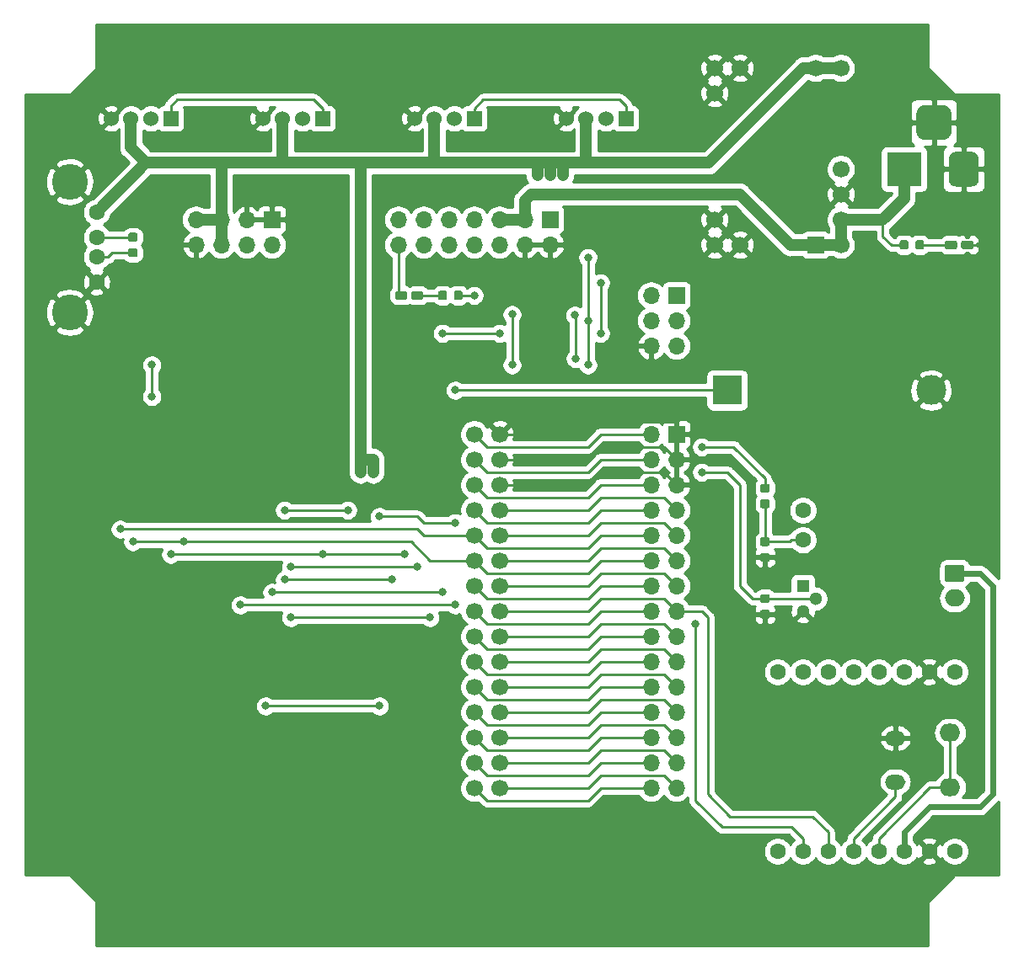
<source format=gtl>
G04 #@! TF.GenerationSoftware,KiCad,Pcbnew,(5.1.4)-1*
G04 #@! TF.CreationDate,2019-10-14T19:34:20+09:00*
G04 #@! TF.ProjectId,bf-010,62662d30-3130-42e6-9b69-6361645f7063,V01L01*
G04 #@! TF.SameCoordinates,Original*
G04 #@! TF.FileFunction,Copper,L1,Top*
G04 #@! TF.FilePolarity,Positive*
%FSLAX46Y46*%
G04 Gerber Fmt 4.6, Leading zero omitted, Abs format (unit mm)*
G04 Created by KiCad (PCBNEW (5.1.4)-1) date 2019-10-14 19:34:20*
%MOMM*%
%LPD*%
G04 APERTURE LIST*
%ADD10C,1.700000*%
%ADD11C,0.100000*%
%ADD12C,0.850000*%
%ADD13C,0.875000*%
%ADD14O,1.700000X1.700000*%
%ADD15R,1.700000X1.700000*%
%ADD16C,3.500000*%
%ADD17C,3.000000*%
%ADD18R,3.500000X3.500000*%
%ADD19C,1.600000*%
%ADD20C,3.600000*%
%ADD21C,1.524000*%
%ADD22R,1.524000X1.524000*%
%ADD23O,2.100000X1.800000*%
%ADD24O,2.000000X1.500000*%
%ADD25O,2.000000X1.700000*%
%ADD26R,1.300000X1.300000*%
%ADD27C,1.300000*%
%ADD28R,3.000000X3.000000*%
%ADD29C,0.800000*%
%ADD30C,0.250000*%
%ADD31C,1.200000*%
%ADD32C,0.600000*%
%ADD33C,0.254000*%
G04 APERTURE END LIST*
D10*
X144780000Y-128270000D03*
X147320000Y-128270000D03*
X144780000Y-125730000D03*
X147320000Y-125730000D03*
X144780000Y-123190000D03*
X147320000Y-123190000D03*
X144780000Y-120650000D03*
X147320000Y-120650000D03*
X144780000Y-118110000D03*
X147320000Y-118110000D03*
X144780000Y-115570000D03*
X147320000Y-115570000D03*
X144780000Y-113030000D03*
X147320000Y-113030000D03*
X144780000Y-110490000D03*
X147320000Y-110490000D03*
X144780000Y-107950000D03*
X147320000Y-107950000D03*
X144780000Y-105410000D03*
X147320000Y-105410000D03*
X144780000Y-102870000D03*
X147320000Y-102870000D03*
X144780000Y-100330000D03*
X147320000Y-100330000D03*
X144780000Y-97790000D03*
X147320000Y-97790000D03*
X144780000Y-95250000D03*
X147320000Y-95250000D03*
X144780000Y-92710000D03*
X147320000Y-92710000D03*
D11*
G36*
X139485829Y-78316023D02*
G01*
X139506457Y-78319083D01*
X139526685Y-78324150D01*
X139546320Y-78331176D01*
X139565172Y-78340092D01*
X139583059Y-78350813D01*
X139599809Y-78363235D01*
X139615260Y-78377240D01*
X139629265Y-78392691D01*
X139641687Y-78409441D01*
X139652408Y-78427328D01*
X139661324Y-78446180D01*
X139668350Y-78465815D01*
X139673417Y-78486043D01*
X139676477Y-78506671D01*
X139677500Y-78527500D01*
X139677500Y-78952500D01*
X139676477Y-78973329D01*
X139673417Y-78993957D01*
X139668350Y-79014185D01*
X139661324Y-79033820D01*
X139652408Y-79052672D01*
X139641687Y-79070559D01*
X139629265Y-79087309D01*
X139615260Y-79102760D01*
X139599809Y-79116765D01*
X139583059Y-79129187D01*
X139565172Y-79139908D01*
X139546320Y-79148824D01*
X139526685Y-79155850D01*
X139506457Y-79160917D01*
X139485829Y-79163977D01*
X139465000Y-79165000D01*
X138665000Y-79165000D01*
X138644171Y-79163977D01*
X138623543Y-79160917D01*
X138603315Y-79155850D01*
X138583680Y-79148824D01*
X138564828Y-79139908D01*
X138546941Y-79129187D01*
X138530191Y-79116765D01*
X138514740Y-79102760D01*
X138500735Y-79087309D01*
X138488313Y-79070559D01*
X138477592Y-79052672D01*
X138468676Y-79033820D01*
X138461650Y-79014185D01*
X138456583Y-78993957D01*
X138453523Y-78973329D01*
X138452500Y-78952500D01*
X138452500Y-78527500D01*
X138453523Y-78506671D01*
X138456583Y-78486043D01*
X138461650Y-78465815D01*
X138468676Y-78446180D01*
X138477592Y-78427328D01*
X138488313Y-78409441D01*
X138500735Y-78392691D01*
X138514740Y-78377240D01*
X138530191Y-78363235D01*
X138546941Y-78350813D01*
X138564828Y-78340092D01*
X138583680Y-78331176D01*
X138603315Y-78324150D01*
X138623543Y-78319083D01*
X138644171Y-78316023D01*
X138665000Y-78315000D01*
X139465000Y-78315000D01*
X139485829Y-78316023D01*
X139485829Y-78316023D01*
G37*
D12*
X139065000Y-78740000D03*
D11*
G36*
X137860829Y-78316023D02*
G01*
X137881457Y-78319083D01*
X137901685Y-78324150D01*
X137921320Y-78331176D01*
X137940172Y-78340092D01*
X137958059Y-78350813D01*
X137974809Y-78363235D01*
X137990260Y-78377240D01*
X138004265Y-78392691D01*
X138016687Y-78409441D01*
X138027408Y-78427328D01*
X138036324Y-78446180D01*
X138043350Y-78465815D01*
X138048417Y-78486043D01*
X138051477Y-78506671D01*
X138052500Y-78527500D01*
X138052500Y-78952500D01*
X138051477Y-78973329D01*
X138048417Y-78993957D01*
X138043350Y-79014185D01*
X138036324Y-79033820D01*
X138027408Y-79052672D01*
X138016687Y-79070559D01*
X138004265Y-79087309D01*
X137990260Y-79102760D01*
X137974809Y-79116765D01*
X137958059Y-79129187D01*
X137940172Y-79139908D01*
X137921320Y-79148824D01*
X137901685Y-79155850D01*
X137881457Y-79160917D01*
X137860829Y-79163977D01*
X137840000Y-79165000D01*
X137040000Y-79165000D01*
X137019171Y-79163977D01*
X136998543Y-79160917D01*
X136978315Y-79155850D01*
X136958680Y-79148824D01*
X136939828Y-79139908D01*
X136921941Y-79129187D01*
X136905191Y-79116765D01*
X136889740Y-79102760D01*
X136875735Y-79087309D01*
X136863313Y-79070559D01*
X136852592Y-79052672D01*
X136843676Y-79033820D01*
X136836650Y-79014185D01*
X136831583Y-78993957D01*
X136828523Y-78973329D01*
X136827500Y-78952500D01*
X136827500Y-78527500D01*
X136828523Y-78506671D01*
X136831583Y-78486043D01*
X136836650Y-78465815D01*
X136843676Y-78446180D01*
X136852592Y-78427328D01*
X136863313Y-78409441D01*
X136875735Y-78392691D01*
X136889740Y-78377240D01*
X136905191Y-78363235D01*
X136921941Y-78350813D01*
X136939828Y-78340092D01*
X136958680Y-78331176D01*
X136978315Y-78324150D01*
X136998543Y-78319083D01*
X137019171Y-78316023D01*
X137040000Y-78315000D01*
X137840000Y-78315000D01*
X137860829Y-78316023D01*
X137860829Y-78316023D01*
G37*
D12*
X137440000Y-78740000D03*
D11*
G36*
X141845191Y-78266053D02*
G01*
X141866426Y-78269203D01*
X141887250Y-78274419D01*
X141907462Y-78281651D01*
X141926868Y-78290830D01*
X141945281Y-78301866D01*
X141962524Y-78314654D01*
X141978430Y-78329070D01*
X141992846Y-78344976D01*
X142005634Y-78362219D01*
X142016670Y-78380632D01*
X142025849Y-78400038D01*
X142033081Y-78420250D01*
X142038297Y-78441074D01*
X142041447Y-78462309D01*
X142042500Y-78483750D01*
X142042500Y-78996250D01*
X142041447Y-79017691D01*
X142038297Y-79038926D01*
X142033081Y-79059750D01*
X142025849Y-79079962D01*
X142016670Y-79099368D01*
X142005634Y-79117781D01*
X141992846Y-79135024D01*
X141978430Y-79150930D01*
X141962524Y-79165346D01*
X141945281Y-79178134D01*
X141926868Y-79189170D01*
X141907462Y-79198349D01*
X141887250Y-79205581D01*
X141866426Y-79210797D01*
X141845191Y-79213947D01*
X141823750Y-79215000D01*
X141386250Y-79215000D01*
X141364809Y-79213947D01*
X141343574Y-79210797D01*
X141322750Y-79205581D01*
X141302538Y-79198349D01*
X141283132Y-79189170D01*
X141264719Y-79178134D01*
X141247476Y-79165346D01*
X141231570Y-79150930D01*
X141217154Y-79135024D01*
X141204366Y-79117781D01*
X141193330Y-79099368D01*
X141184151Y-79079962D01*
X141176919Y-79059750D01*
X141171703Y-79038926D01*
X141168553Y-79017691D01*
X141167500Y-78996250D01*
X141167500Y-78483750D01*
X141168553Y-78462309D01*
X141171703Y-78441074D01*
X141176919Y-78420250D01*
X141184151Y-78400038D01*
X141193330Y-78380632D01*
X141204366Y-78362219D01*
X141217154Y-78344976D01*
X141231570Y-78329070D01*
X141247476Y-78314654D01*
X141264719Y-78301866D01*
X141283132Y-78290830D01*
X141302538Y-78281651D01*
X141322750Y-78274419D01*
X141343574Y-78269203D01*
X141364809Y-78266053D01*
X141386250Y-78265000D01*
X141823750Y-78265000D01*
X141845191Y-78266053D01*
X141845191Y-78266053D01*
G37*
D13*
X141605000Y-78740000D03*
D11*
G36*
X143420191Y-78266053D02*
G01*
X143441426Y-78269203D01*
X143462250Y-78274419D01*
X143482462Y-78281651D01*
X143501868Y-78290830D01*
X143520281Y-78301866D01*
X143537524Y-78314654D01*
X143553430Y-78329070D01*
X143567846Y-78344976D01*
X143580634Y-78362219D01*
X143591670Y-78380632D01*
X143600849Y-78400038D01*
X143608081Y-78420250D01*
X143613297Y-78441074D01*
X143616447Y-78462309D01*
X143617500Y-78483750D01*
X143617500Y-78996250D01*
X143616447Y-79017691D01*
X143613297Y-79038926D01*
X143608081Y-79059750D01*
X143600849Y-79079962D01*
X143591670Y-79099368D01*
X143580634Y-79117781D01*
X143567846Y-79135024D01*
X143553430Y-79150930D01*
X143537524Y-79165346D01*
X143520281Y-79178134D01*
X143501868Y-79189170D01*
X143482462Y-79198349D01*
X143462250Y-79205581D01*
X143441426Y-79210797D01*
X143420191Y-79213947D01*
X143398750Y-79215000D01*
X142961250Y-79215000D01*
X142939809Y-79213947D01*
X142918574Y-79210797D01*
X142897750Y-79205581D01*
X142877538Y-79198349D01*
X142858132Y-79189170D01*
X142839719Y-79178134D01*
X142822476Y-79165346D01*
X142806570Y-79150930D01*
X142792154Y-79135024D01*
X142779366Y-79117781D01*
X142768330Y-79099368D01*
X142759151Y-79079962D01*
X142751919Y-79059750D01*
X142746703Y-79038926D01*
X142743553Y-79017691D01*
X142742500Y-78996250D01*
X142742500Y-78483750D01*
X142743553Y-78462309D01*
X142746703Y-78441074D01*
X142751919Y-78420250D01*
X142759151Y-78400038D01*
X142768330Y-78380632D01*
X142779366Y-78362219D01*
X142792154Y-78344976D01*
X142806570Y-78329070D01*
X142822476Y-78314654D01*
X142839719Y-78301866D01*
X142858132Y-78290830D01*
X142877538Y-78281651D01*
X142897750Y-78274419D01*
X142918574Y-78269203D01*
X142939809Y-78266053D01*
X142961250Y-78265000D01*
X143398750Y-78265000D01*
X143420191Y-78266053D01*
X143420191Y-78266053D01*
G37*
D13*
X143180000Y-78740000D03*
D14*
X137160000Y-73660000D03*
X137160000Y-71120000D03*
X139700000Y-73660000D03*
X139700000Y-71120000D03*
X142240000Y-73660000D03*
X142240000Y-71120000D03*
X144780000Y-73660000D03*
X144780000Y-71120000D03*
X147320000Y-73660000D03*
X147320000Y-71120000D03*
X149860000Y-73660000D03*
X149860000Y-71120000D03*
X152400000Y-73660000D03*
D15*
X152400000Y-71120000D03*
D11*
G36*
X174267691Y-110358553D02*
G01*
X174288926Y-110361703D01*
X174309750Y-110366919D01*
X174329962Y-110374151D01*
X174349368Y-110383330D01*
X174367781Y-110394366D01*
X174385024Y-110407154D01*
X174400930Y-110421570D01*
X174415346Y-110437476D01*
X174428134Y-110454719D01*
X174439170Y-110473132D01*
X174448349Y-110492538D01*
X174455581Y-110512750D01*
X174460797Y-110533574D01*
X174463947Y-110554809D01*
X174465000Y-110576250D01*
X174465000Y-111013750D01*
X174463947Y-111035191D01*
X174460797Y-111056426D01*
X174455581Y-111077250D01*
X174448349Y-111097462D01*
X174439170Y-111116868D01*
X174428134Y-111135281D01*
X174415346Y-111152524D01*
X174400930Y-111168430D01*
X174385024Y-111182846D01*
X174367781Y-111195634D01*
X174349368Y-111206670D01*
X174329962Y-111215849D01*
X174309750Y-111223081D01*
X174288926Y-111228297D01*
X174267691Y-111231447D01*
X174246250Y-111232500D01*
X173733750Y-111232500D01*
X173712309Y-111231447D01*
X173691074Y-111228297D01*
X173670250Y-111223081D01*
X173650038Y-111215849D01*
X173630632Y-111206670D01*
X173612219Y-111195634D01*
X173594976Y-111182846D01*
X173579070Y-111168430D01*
X173564654Y-111152524D01*
X173551866Y-111135281D01*
X173540830Y-111116868D01*
X173531651Y-111097462D01*
X173524419Y-111077250D01*
X173519203Y-111056426D01*
X173516053Y-111035191D01*
X173515000Y-111013750D01*
X173515000Y-110576250D01*
X173516053Y-110554809D01*
X173519203Y-110533574D01*
X173524419Y-110512750D01*
X173531651Y-110492538D01*
X173540830Y-110473132D01*
X173551866Y-110454719D01*
X173564654Y-110437476D01*
X173579070Y-110421570D01*
X173594976Y-110407154D01*
X173612219Y-110394366D01*
X173630632Y-110383330D01*
X173650038Y-110374151D01*
X173670250Y-110366919D01*
X173691074Y-110361703D01*
X173712309Y-110358553D01*
X173733750Y-110357500D01*
X174246250Y-110357500D01*
X174267691Y-110358553D01*
X174267691Y-110358553D01*
G37*
D13*
X173990000Y-110795000D03*
D11*
G36*
X174267691Y-108783553D02*
G01*
X174288926Y-108786703D01*
X174309750Y-108791919D01*
X174329962Y-108799151D01*
X174349368Y-108808330D01*
X174367781Y-108819366D01*
X174385024Y-108832154D01*
X174400930Y-108846570D01*
X174415346Y-108862476D01*
X174428134Y-108879719D01*
X174439170Y-108898132D01*
X174448349Y-108917538D01*
X174455581Y-108937750D01*
X174460797Y-108958574D01*
X174463947Y-108979809D01*
X174465000Y-109001250D01*
X174465000Y-109438750D01*
X174463947Y-109460191D01*
X174460797Y-109481426D01*
X174455581Y-109502250D01*
X174448349Y-109522462D01*
X174439170Y-109541868D01*
X174428134Y-109560281D01*
X174415346Y-109577524D01*
X174400930Y-109593430D01*
X174385024Y-109607846D01*
X174367781Y-109620634D01*
X174349368Y-109631670D01*
X174329962Y-109640849D01*
X174309750Y-109648081D01*
X174288926Y-109653297D01*
X174267691Y-109656447D01*
X174246250Y-109657500D01*
X173733750Y-109657500D01*
X173712309Y-109656447D01*
X173691074Y-109653297D01*
X173670250Y-109648081D01*
X173650038Y-109640849D01*
X173630632Y-109631670D01*
X173612219Y-109620634D01*
X173594976Y-109607846D01*
X173579070Y-109593430D01*
X173564654Y-109577524D01*
X173551866Y-109560281D01*
X173540830Y-109541868D01*
X173531651Y-109522462D01*
X173524419Y-109502250D01*
X173519203Y-109481426D01*
X173516053Y-109460191D01*
X173515000Y-109438750D01*
X173515000Y-109001250D01*
X173516053Y-108979809D01*
X173519203Y-108958574D01*
X173524419Y-108937750D01*
X173531651Y-108917538D01*
X173540830Y-108898132D01*
X173551866Y-108879719D01*
X173564654Y-108862476D01*
X173579070Y-108846570D01*
X173594976Y-108832154D01*
X173612219Y-108819366D01*
X173630632Y-108808330D01*
X173650038Y-108799151D01*
X173670250Y-108791919D01*
X173691074Y-108786703D01*
X173712309Y-108783553D01*
X173733750Y-108782500D01*
X174246250Y-108782500D01*
X174267691Y-108783553D01*
X174267691Y-108783553D01*
G37*
D13*
X173990000Y-109220000D03*
D11*
G36*
X191920765Y-59594213D02*
G01*
X192005704Y-59606813D01*
X192088999Y-59627677D01*
X192169848Y-59656605D01*
X192247472Y-59693319D01*
X192321124Y-59737464D01*
X192390094Y-59788616D01*
X192453718Y-59846282D01*
X192511384Y-59909906D01*
X192562536Y-59978876D01*
X192606681Y-60052528D01*
X192643395Y-60130152D01*
X192672323Y-60211001D01*
X192693187Y-60294296D01*
X192705787Y-60379235D01*
X192710000Y-60465000D01*
X192710000Y-62215000D01*
X192705787Y-62300765D01*
X192693187Y-62385704D01*
X192672323Y-62468999D01*
X192643395Y-62549848D01*
X192606681Y-62627472D01*
X192562536Y-62701124D01*
X192511384Y-62770094D01*
X192453718Y-62833718D01*
X192390094Y-62891384D01*
X192321124Y-62942536D01*
X192247472Y-62986681D01*
X192169848Y-63023395D01*
X192088999Y-63052323D01*
X192005704Y-63073187D01*
X191920765Y-63085787D01*
X191835000Y-63090000D01*
X190085000Y-63090000D01*
X189999235Y-63085787D01*
X189914296Y-63073187D01*
X189831001Y-63052323D01*
X189750152Y-63023395D01*
X189672528Y-62986681D01*
X189598876Y-62942536D01*
X189529906Y-62891384D01*
X189466282Y-62833718D01*
X189408616Y-62770094D01*
X189357464Y-62701124D01*
X189313319Y-62627472D01*
X189276605Y-62549848D01*
X189247677Y-62468999D01*
X189226813Y-62385704D01*
X189214213Y-62300765D01*
X189210000Y-62215000D01*
X189210000Y-60465000D01*
X189214213Y-60379235D01*
X189226813Y-60294296D01*
X189247677Y-60211001D01*
X189276605Y-60130152D01*
X189313319Y-60052528D01*
X189357464Y-59978876D01*
X189408616Y-59909906D01*
X189466282Y-59846282D01*
X189529906Y-59788616D01*
X189598876Y-59737464D01*
X189672528Y-59693319D01*
X189750152Y-59656605D01*
X189831001Y-59627677D01*
X189914296Y-59606813D01*
X189999235Y-59594213D01*
X190085000Y-59590000D01*
X191835000Y-59590000D01*
X191920765Y-59594213D01*
X191920765Y-59594213D01*
G37*
D16*
X190960000Y-61340000D03*
D11*
G36*
X194783513Y-64293611D02*
G01*
X194856318Y-64304411D01*
X194927714Y-64322295D01*
X194997013Y-64347090D01*
X195063548Y-64378559D01*
X195126678Y-64416398D01*
X195185795Y-64460242D01*
X195240330Y-64509670D01*
X195289758Y-64564205D01*
X195333602Y-64623322D01*
X195371441Y-64686452D01*
X195402910Y-64752987D01*
X195427705Y-64822286D01*
X195445589Y-64893682D01*
X195456389Y-64966487D01*
X195460000Y-65040000D01*
X195460000Y-67040000D01*
X195456389Y-67113513D01*
X195445589Y-67186318D01*
X195427705Y-67257714D01*
X195402910Y-67327013D01*
X195371441Y-67393548D01*
X195333602Y-67456678D01*
X195289758Y-67515795D01*
X195240330Y-67570330D01*
X195185795Y-67619758D01*
X195126678Y-67663602D01*
X195063548Y-67701441D01*
X194997013Y-67732910D01*
X194927714Y-67757705D01*
X194856318Y-67775589D01*
X194783513Y-67786389D01*
X194710000Y-67790000D01*
X193210000Y-67790000D01*
X193136487Y-67786389D01*
X193063682Y-67775589D01*
X192992286Y-67757705D01*
X192922987Y-67732910D01*
X192856452Y-67701441D01*
X192793322Y-67663602D01*
X192734205Y-67619758D01*
X192679670Y-67570330D01*
X192630242Y-67515795D01*
X192586398Y-67456678D01*
X192548559Y-67393548D01*
X192517090Y-67327013D01*
X192492295Y-67257714D01*
X192474411Y-67186318D01*
X192463611Y-67113513D01*
X192460000Y-67040000D01*
X192460000Y-65040000D01*
X192463611Y-64966487D01*
X192474411Y-64893682D01*
X192492295Y-64822286D01*
X192517090Y-64752987D01*
X192548559Y-64686452D01*
X192586398Y-64623322D01*
X192630242Y-64564205D01*
X192679670Y-64509670D01*
X192734205Y-64460242D01*
X192793322Y-64416398D01*
X192856452Y-64378559D01*
X192922987Y-64347090D01*
X192992286Y-64322295D01*
X193063682Y-64304411D01*
X193136487Y-64293611D01*
X193210000Y-64290000D01*
X194710000Y-64290000D01*
X194783513Y-64293611D01*
X194783513Y-64293611D01*
G37*
D17*
X193960000Y-66040000D03*
D18*
X187960000Y-66040000D03*
D19*
X106840000Y-70380000D03*
X106840000Y-72880000D03*
X106840000Y-74880000D03*
D20*
X104140000Y-67310000D03*
X104140000Y-80450000D03*
D19*
X106840000Y-77380000D03*
D14*
X162560000Y-128270000D03*
X165100000Y-128270000D03*
X162560000Y-125730000D03*
X165100000Y-125730000D03*
X162560000Y-123190000D03*
X165100000Y-123190000D03*
X162560000Y-120650000D03*
X165100000Y-120650000D03*
X162560000Y-118110000D03*
X165100000Y-118110000D03*
X162560000Y-115570000D03*
X165100000Y-115570000D03*
X162560000Y-113030000D03*
X165100000Y-113030000D03*
X162560000Y-110490000D03*
X165100000Y-110490000D03*
X162560000Y-107950000D03*
X165100000Y-107950000D03*
X162560000Y-105410000D03*
X165100000Y-105410000D03*
X162560000Y-102870000D03*
X165100000Y-102870000D03*
X162560000Y-100330000D03*
X165100000Y-100330000D03*
X162560000Y-97790000D03*
X165100000Y-97790000D03*
X162560000Y-95250000D03*
X165100000Y-95250000D03*
X162560000Y-92710000D03*
D15*
X165100000Y-92710000D03*
D21*
X154020000Y-60960000D03*
X156020000Y-60960000D03*
X158020000Y-60960000D03*
D22*
X160020000Y-60960000D03*
D21*
X138780000Y-60960000D03*
X140780000Y-60960000D03*
X142780000Y-60960000D03*
D22*
X144780000Y-60960000D03*
D21*
X123540000Y-60960000D03*
X125540000Y-60960000D03*
X127540000Y-60960000D03*
D22*
X129540000Y-60960000D03*
D21*
X108300000Y-60960000D03*
X110300000Y-60960000D03*
X112300000Y-60960000D03*
D22*
X114300000Y-60960000D03*
D14*
X116840000Y-73660000D03*
X116840000Y-71120000D03*
X119380000Y-73660000D03*
X119380000Y-71120000D03*
X121920000Y-73660000D03*
X121920000Y-71120000D03*
X124460000Y-73660000D03*
D15*
X124460000Y-71120000D03*
D23*
X192580000Y-128200000D03*
D24*
X187080000Y-127650000D03*
X187080000Y-123250000D03*
D23*
X192580000Y-122700000D03*
D25*
X193040000Y-109180000D03*
D11*
G36*
X193814504Y-105831204D02*
G01*
X193838773Y-105834804D01*
X193862571Y-105840765D01*
X193885671Y-105849030D01*
X193907849Y-105859520D01*
X193928893Y-105872133D01*
X193948598Y-105886747D01*
X193966777Y-105903223D01*
X193983253Y-105921402D01*
X193997867Y-105941107D01*
X194010480Y-105962151D01*
X194020970Y-105984329D01*
X194029235Y-106007429D01*
X194035196Y-106031227D01*
X194038796Y-106055496D01*
X194040000Y-106080000D01*
X194040000Y-107280000D01*
X194038796Y-107304504D01*
X194035196Y-107328773D01*
X194029235Y-107352571D01*
X194020970Y-107375671D01*
X194010480Y-107397849D01*
X193997867Y-107418893D01*
X193983253Y-107438598D01*
X193966777Y-107456777D01*
X193948598Y-107473253D01*
X193928893Y-107487867D01*
X193907849Y-107500480D01*
X193885671Y-107510970D01*
X193862571Y-107519235D01*
X193838773Y-107525196D01*
X193814504Y-107528796D01*
X193790000Y-107530000D01*
X192290000Y-107530000D01*
X192265496Y-107528796D01*
X192241227Y-107525196D01*
X192217429Y-107519235D01*
X192194329Y-107510970D01*
X192172151Y-107500480D01*
X192151107Y-107487867D01*
X192131402Y-107473253D01*
X192113223Y-107456777D01*
X192096747Y-107438598D01*
X192082133Y-107418893D01*
X192069520Y-107397849D01*
X192059030Y-107375671D01*
X192050765Y-107352571D01*
X192044804Y-107328773D01*
X192041204Y-107304504D01*
X192040000Y-107280000D01*
X192040000Y-106080000D01*
X192041204Y-106055496D01*
X192044804Y-106031227D01*
X192050765Y-106007429D01*
X192059030Y-105984329D01*
X192069520Y-105962151D01*
X192082133Y-105941107D01*
X192096747Y-105921402D01*
X192113223Y-105903223D01*
X192131402Y-105886747D01*
X192151107Y-105872133D01*
X192172151Y-105859520D01*
X192194329Y-105849030D01*
X192217429Y-105840765D01*
X192241227Y-105834804D01*
X192265496Y-105831204D01*
X192290000Y-105830000D01*
X193790000Y-105830000D01*
X193814504Y-105831204D01*
X193814504Y-105831204D01*
G37*
D10*
X193040000Y-106680000D03*
D11*
G36*
X110767691Y-72436053D02*
G01*
X110788926Y-72439203D01*
X110809750Y-72444419D01*
X110829962Y-72451651D01*
X110849368Y-72460830D01*
X110867781Y-72471866D01*
X110885024Y-72484654D01*
X110900930Y-72499070D01*
X110915346Y-72514976D01*
X110928134Y-72532219D01*
X110939170Y-72550632D01*
X110948349Y-72570038D01*
X110955581Y-72590250D01*
X110960797Y-72611074D01*
X110963947Y-72632309D01*
X110965000Y-72653750D01*
X110965000Y-73091250D01*
X110963947Y-73112691D01*
X110960797Y-73133926D01*
X110955581Y-73154750D01*
X110948349Y-73174962D01*
X110939170Y-73194368D01*
X110928134Y-73212781D01*
X110915346Y-73230024D01*
X110900930Y-73245930D01*
X110885024Y-73260346D01*
X110867781Y-73273134D01*
X110849368Y-73284170D01*
X110829962Y-73293349D01*
X110809750Y-73300581D01*
X110788926Y-73305797D01*
X110767691Y-73308947D01*
X110746250Y-73310000D01*
X110233750Y-73310000D01*
X110212309Y-73308947D01*
X110191074Y-73305797D01*
X110170250Y-73300581D01*
X110150038Y-73293349D01*
X110130632Y-73284170D01*
X110112219Y-73273134D01*
X110094976Y-73260346D01*
X110079070Y-73245930D01*
X110064654Y-73230024D01*
X110051866Y-73212781D01*
X110040830Y-73194368D01*
X110031651Y-73174962D01*
X110024419Y-73154750D01*
X110019203Y-73133926D01*
X110016053Y-73112691D01*
X110015000Y-73091250D01*
X110015000Y-72653750D01*
X110016053Y-72632309D01*
X110019203Y-72611074D01*
X110024419Y-72590250D01*
X110031651Y-72570038D01*
X110040830Y-72550632D01*
X110051866Y-72532219D01*
X110064654Y-72514976D01*
X110079070Y-72499070D01*
X110094976Y-72484654D01*
X110112219Y-72471866D01*
X110130632Y-72460830D01*
X110150038Y-72451651D01*
X110170250Y-72444419D01*
X110191074Y-72439203D01*
X110212309Y-72436053D01*
X110233750Y-72435000D01*
X110746250Y-72435000D01*
X110767691Y-72436053D01*
X110767691Y-72436053D01*
G37*
D13*
X110490000Y-72872500D03*
D11*
G36*
X110767691Y-74011053D02*
G01*
X110788926Y-74014203D01*
X110809750Y-74019419D01*
X110829962Y-74026651D01*
X110849368Y-74035830D01*
X110867781Y-74046866D01*
X110885024Y-74059654D01*
X110900930Y-74074070D01*
X110915346Y-74089976D01*
X110928134Y-74107219D01*
X110939170Y-74125632D01*
X110948349Y-74145038D01*
X110955581Y-74165250D01*
X110960797Y-74186074D01*
X110963947Y-74207309D01*
X110965000Y-74228750D01*
X110965000Y-74666250D01*
X110963947Y-74687691D01*
X110960797Y-74708926D01*
X110955581Y-74729750D01*
X110948349Y-74749962D01*
X110939170Y-74769368D01*
X110928134Y-74787781D01*
X110915346Y-74805024D01*
X110900930Y-74820930D01*
X110885024Y-74835346D01*
X110867781Y-74848134D01*
X110849368Y-74859170D01*
X110829962Y-74868349D01*
X110809750Y-74875581D01*
X110788926Y-74880797D01*
X110767691Y-74883947D01*
X110746250Y-74885000D01*
X110233750Y-74885000D01*
X110212309Y-74883947D01*
X110191074Y-74880797D01*
X110170250Y-74875581D01*
X110150038Y-74868349D01*
X110130632Y-74859170D01*
X110112219Y-74848134D01*
X110094976Y-74835346D01*
X110079070Y-74820930D01*
X110064654Y-74805024D01*
X110051866Y-74787781D01*
X110040830Y-74769368D01*
X110031651Y-74749962D01*
X110024419Y-74729750D01*
X110019203Y-74708926D01*
X110016053Y-74687691D01*
X110015000Y-74666250D01*
X110015000Y-74228750D01*
X110016053Y-74207309D01*
X110019203Y-74186074D01*
X110024419Y-74165250D01*
X110031651Y-74145038D01*
X110040830Y-74125632D01*
X110051866Y-74107219D01*
X110064654Y-74089976D01*
X110079070Y-74074070D01*
X110094976Y-74059654D01*
X110112219Y-74046866D01*
X110130632Y-74035830D01*
X110150038Y-74026651D01*
X110170250Y-74019419D01*
X110191074Y-74014203D01*
X110212309Y-74011053D01*
X110233750Y-74010000D01*
X110746250Y-74010000D01*
X110767691Y-74011053D01*
X110767691Y-74011053D01*
G37*
D13*
X110490000Y-74447500D03*
D19*
X177800000Y-103330000D03*
X177800000Y-100330000D03*
D11*
G36*
X174267691Y-104643553D02*
G01*
X174288926Y-104646703D01*
X174309750Y-104651919D01*
X174329962Y-104659151D01*
X174349368Y-104668330D01*
X174367781Y-104679366D01*
X174385024Y-104692154D01*
X174400930Y-104706570D01*
X174415346Y-104722476D01*
X174428134Y-104739719D01*
X174439170Y-104758132D01*
X174448349Y-104777538D01*
X174455581Y-104797750D01*
X174460797Y-104818574D01*
X174463947Y-104839809D01*
X174465000Y-104861250D01*
X174465000Y-105298750D01*
X174463947Y-105320191D01*
X174460797Y-105341426D01*
X174455581Y-105362250D01*
X174448349Y-105382462D01*
X174439170Y-105401868D01*
X174428134Y-105420281D01*
X174415346Y-105437524D01*
X174400930Y-105453430D01*
X174385024Y-105467846D01*
X174367781Y-105480634D01*
X174349368Y-105491670D01*
X174329962Y-105500849D01*
X174309750Y-105508081D01*
X174288926Y-105513297D01*
X174267691Y-105516447D01*
X174246250Y-105517500D01*
X173733750Y-105517500D01*
X173712309Y-105516447D01*
X173691074Y-105513297D01*
X173670250Y-105508081D01*
X173650038Y-105500849D01*
X173630632Y-105491670D01*
X173612219Y-105480634D01*
X173594976Y-105467846D01*
X173579070Y-105453430D01*
X173564654Y-105437524D01*
X173551866Y-105420281D01*
X173540830Y-105401868D01*
X173531651Y-105382462D01*
X173524419Y-105362250D01*
X173519203Y-105341426D01*
X173516053Y-105320191D01*
X173515000Y-105298750D01*
X173515000Y-104861250D01*
X173516053Y-104839809D01*
X173519203Y-104818574D01*
X173524419Y-104797750D01*
X173531651Y-104777538D01*
X173540830Y-104758132D01*
X173551866Y-104739719D01*
X173564654Y-104722476D01*
X173579070Y-104706570D01*
X173594976Y-104692154D01*
X173612219Y-104679366D01*
X173630632Y-104668330D01*
X173650038Y-104659151D01*
X173670250Y-104651919D01*
X173691074Y-104646703D01*
X173712309Y-104643553D01*
X173733750Y-104642500D01*
X174246250Y-104642500D01*
X174267691Y-104643553D01*
X174267691Y-104643553D01*
G37*
D13*
X173990000Y-105080000D03*
D11*
G36*
X174267691Y-103068553D02*
G01*
X174288926Y-103071703D01*
X174309750Y-103076919D01*
X174329962Y-103084151D01*
X174349368Y-103093330D01*
X174367781Y-103104366D01*
X174385024Y-103117154D01*
X174400930Y-103131570D01*
X174415346Y-103147476D01*
X174428134Y-103164719D01*
X174439170Y-103183132D01*
X174448349Y-103202538D01*
X174455581Y-103222750D01*
X174460797Y-103243574D01*
X174463947Y-103264809D01*
X174465000Y-103286250D01*
X174465000Y-103723750D01*
X174463947Y-103745191D01*
X174460797Y-103766426D01*
X174455581Y-103787250D01*
X174448349Y-103807462D01*
X174439170Y-103826868D01*
X174428134Y-103845281D01*
X174415346Y-103862524D01*
X174400930Y-103878430D01*
X174385024Y-103892846D01*
X174367781Y-103905634D01*
X174349368Y-103916670D01*
X174329962Y-103925849D01*
X174309750Y-103933081D01*
X174288926Y-103938297D01*
X174267691Y-103941447D01*
X174246250Y-103942500D01*
X173733750Y-103942500D01*
X173712309Y-103941447D01*
X173691074Y-103938297D01*
X173670250Y-103933081D01*
X173650038Y-103925849D01*
X173630632Y-103916670D01*
X173612219Y-103905634D01*
X173594976Y-103892846D01*
X173579070Y-103878430D01*
X173564654Y-103862524D01*
X173551866Y-103845281D01*
X173540830Y-103826868D01*
X173531651Y-103807462D01*
X173524419Y-103787250D01*
X173519203Y-103766426D01*
X173516053Y-103745191D01*
X173515000Y-103723750D01*
X173515000Y-103286250D01*
X173516053Y-103264809D01*
X173519203Y-103243574D01*
X173524419Y-103222750D01*
X173531651Y-103202538D01*
X173540830Y-103183132D01*
X173551866Y-103164719D01*
X173564654Y-103147476D01*
X173579070Y-103131570D01*
X173594976Y-103117154D01*
X173612219Y-103104366D01*
X173630632Y-103093330D01*
X173650038Y-103084151D01*
X173670250Y-103076919D01*
X173691074Y-103071703D01*
X173712309Y-103068553D01*
X173733750Y-103067500D01*
X174246250Y-103067500D01*
X174267691Y-103068553D01*
X174267691Y-103068553D01*
G37*
D13*
X173990000Y-103505000D03*
D11*
G36*
X174267691Y-99258553D02*
G01*
X174288926Y-99261703D01*
X174309750Y-99266919D01*
X174329962Y-99274151D01*
X174349368Y-99283330D01*
X174367781Y-99294366D01*
X174385024Y-99307154D01*
X174400930Y-99321570D01*
X174415346Y-99337476D01*
X174428134Y-99354719D01*
X174439170Y-99373132D01*
X174448349Y-99392538D01*
X174455581Y-99412750D01*
X174460797Y-99433574D01*
X174463947Y-99454809D01*
X174465000Y-99476250D01*
X174465000Y-99913750D01*
X174463947Y-99935191D01*
X174460797Y-99956426D01*
X174455581Y-99977250D01*
X174448349Y-99997462D01*
X174439170Y-100016868D01*
X174428134Y-100035281D01*
X174415346Y-100052524D01*
X174400930Y-100068430D01*
X174385024Y-100082846D01*
X174367781Y-100095634D01*
X174349368Y-100106670D01*
X174329962Y-100115849D01*
X174309750Y-100123081D01*
X174288926Y-100128297D01*
X174267691Y-100131447D01*
X174246250Y-100132500D01*
X173733750Y-100132500D01*
X173712309Y-100131447D01*
X173691074Y-100128297D01*
X173670250Y-100123081D01*
X173650038Y-100115849D01*
X173630632Y-100106670D01*
X173612219Y-100095634D01*
X173594976Y-100082846D01*
X173579070Y-100068430D01*
X173564654Y-100052524D01*
X173551866Y-100035281D01*
X173540830Y-100016868D01*
X173531651Y-99997462D01*
X173524419Y-99977250D01*
X173519203Y-99956426D01*
X173516053Y-99935191D01*
X173515000Y-99913750D01*
X173515000Y-99476250D01*
X173516053Y-99454809D01*
X173519203Y-99433574D01*
X173524419Y-99412750D01*
X173531651Y-99392538D01*
X173540830Y-99373132D01*
X173551866Y-99354719D01*
X173564654Y-99337476D01*
X173579070Y-99321570D01*
X173594976Y-99307154D01*
X173612219Y-99294366D01*
X173630632Y-99283330D01*
X173650038Y-99274151D01*
X173670250Y-99266919D01*
X173691074Y-99261703D01*
X173712309Y-99258553D01*
X173733750Y-99257500D01*
X174246250Y-99257500D01*
X174267691Y-99258553D01*
X174267691Y-99258553D01*
G37*
D13*
X173990000Y-99695000D03*
D11*
G36*
X174267691Y-97683553D02*
G01*
X174288926Y-97686703D01*
X174309750Y-97691919D01*
X174329962Y-97699151D01*
X174349368Y-97708330D01*
X174367781Y-97719366D01*
X174385024Y-97732154D01*
X174400930Y-97746570D01*
X174415346Y-97762476D01*
X174428134Y-97779719D01*
X174439170Y-97798132D01*
X174448349Y-97817538D01*
X174455581Y-97837750D01*
X174460797Y-97858574D01*
X174463947Y-97879809D01*
X174465000Y-97901250D01*
X174465000Y-98338750D01*
X174463947Y-98360191D01*
X174460797Y-98381426D01*
X174455581Y-98402250D01*
X174448349Y-98422462D01*
X174439170Y-98441868D01*
X174428134Y-98460281D01*
X174415346Y-98477524D01*
X174400930Y-98493430D01*
X174385024Y-98507846D01*
X174367781Y-98520634D01*
X174349368Y-98531670D01*
X174329962Y-98540849D01*
X174309750Y-98548081D01*
X174288926Y-98553297D01*
X174267691Y-98556447D01*
X174246250Y-98557500D01*
X173733750Y-98557500D01*
X173712309Y-98556447D01*
X173691074Y-98553297D01*
X173670250Y-98548081D01*
X173650038Y-98540849D01*
X173630632Y-98531670D01*
X173612219Y-98520634D01*
X173594976Y-98507846D01*
X173579070Y-98493430D01*
X173564654Y-98477524D01*
X173551866Y-98460281D01*
X173540830Y-98441868D01*
X173531651Y-98422462D01*
X173524419Y-98402250D01*
X173519203Y-98381426D01*
X173516053Y-98360191D01*
X173515000Y-98338750D01*
X173515000Y-97901250D01*
X173516053Y-97879809D01*
X173519203Y-97858574D01*
X173524419Y-97837750D01*
X173531651Y-97817538D01*
X173540830Y-97798132D01*
X173551866Y-97779719D01*
X173564654Y-97762476D01*
X173579070Y-97746570D01*
X173594976Y-97732154D01*
X173612219Y-97719366D01*
X173630632Y-97708330D01*
X173650038Y-97699151D01*
X173670250Y-97691919D01*
X173691074Y-97686703D01*
X173712309Y-97683553D01*
X173733750Y-97682500D01*
X174246250Y-97682500D01*
X174267691Y-97683553D01*
X174267691Y-97683553D01*
G37*
D13*
X173990000Y-98120000D03*
D26*
X177800000Y-107950000D03*
D27*
X177800000Y-110490000D03*
X179070000Y-109230000D03*
D10*
X171450000Y-73660000D03*
X168910000Y-73660000D03*
X168910000Y-71120000D03*
X168910000Y-58420000D03*
X168910000Y-55880000D03*
X171450000Y-55880000D03*
X179070000Y-55880000D03*
X181610000Y-55880000D03*
X181610000Y-66040000D03*
X181610000Y-68580000D03*
X181610000Y-71120000D03*
X181610000Y-73660000D03*
D15*
X179070000Y-73660000D03*
D19*
X193040000Y-134620000D03*
X193040000Y-116586000D03*
X190500000Y-134620000D03*
X190500000Y-116586000D03*
X187960000Y-134620000D03*
X187960000Y-116586000D03*
X185420000Y-134620000D03*
X185420000Y-116586000D03*
X182880000Y-134620000D03*
X182880000Y-116586000D03*
X180340000Y-134620000D03*
X180340000Y-116586000D03*
X177800000Y-134620000D03*
X177800000Y-116586000D03*
X175260000Y-134620000D03*
X175260000Y-116586000D03*
D14*
X162560000Y-83820000D03*
X165100000Y-83820000D03*
X162560000Y-81280000D03*
X165100000Y-81280000D03*
X162560000Y-78740000D03*
D15*
X165100000Y-78740000D03*
D28*
X170180000Y-88265000D03*
D17*
X190670000Y-88265000D03*
D11*
G36*
X193105829Y-73236023D02*
G01*
X193126457Y-73239083D01*
X193146685Y-73244150D01*
X193166320Y-73251176D01*
X193185172Y-73260092D01*
X193203059Y-73270813D01*
X193219809Y-73283235D01*
X193235260Y-73297240D01*
X193249265Y-73312691D01*
X193261687Y-73329441D01*
X193272408Y-73347328D01*
X193281324Y-73366180D01*
X193288350Y-73385815D01*
X193293417Y-73406043D01*
X193296477Y-73426671D01*
X193297500Y-73447500D01*
X193297500Y-73872500D01*
X193296477Y-73893329D01*
X193293417Y-73913957D01*
X193288350Y-73934185D01*
X193281324Y-73953820D01*
X193272408Y-73972672D01*
X193261687Y-73990559D01*
X193249265Y-74007309D01*
X193235260Y-74022760D01*
X193219809Y-74036765D01*
X193203059Y-74049187D01*
X193185172Y-74059908D01*
X193166320Y-74068824D01*
X193146685Y-74075850D01*
X193126457Y-74080917D01*
X193105829Y-74083977D01*
X193085000Y-74085000D01*
X192285000Y-74085000D01*
X192264171Y-74083977D01*
X192243543Y-74080917D01*
X192223315Y-74075850D01*
X192203680Y-74068824D01*
X192184828Y-74059908D01*
X192166941Y-74049187D01*
X192150191Y-74036765D01*
X192134740Y-74022760D01*
X192120735Y-74007309D01*
X192108313Y-73990559D01*
X192097592Y-73972672D01*
X192088676Y-73953820D01*
X192081650Y-73934185D01*
X192076583Y-73913957D01*
X192073523Y-73893329D01*
X192072500Y-73872500D01*
X192072500Y-73447500D01*
X192073523Y-73426671D01*
X192076583Y-73406043D01*
X192081650Y-73385815D01*
X192088676Y-73366180D01*
X192097592Y-73347328D01*
X192108313Y-73329441D01*
X192120735Y-73312691D01*
X192134740Y-73297240D01*
X192150191Y-73283235D01*
X192166941Y-73270813D01*
X192184828Y-73260092D01*
X192203680Y-73251176D01*
X192223315Y-73244150D01*
X192243543Y-73239083D01*
X192264171Y-73236023D01*
X192285000Y-73235000D01*
X193085000Y-73235000D01*
X193105829Y-73236023D01*
X193105829Y-73236023D01*
G37*
D12*
X192685000Y-73660000D03*
D11*
G36*
X194730829Y-73236023D02*
G01*
X194751457Y-73239083D01*
X194771685Y-73244150D01*
X194791320Y-73251176D01*
X194810172Y-73260092D01*
X194828059Y-73270813D01*
X194844809Y-73283235D01*
X194860260Y-73297240D01*
X194874265Y-73312691D01*
X194886687Y-73329441D01*
X194897408Y-73347328D01*
X194906324Y-73366180D01*
X194913350Y-73385815D01*
X194918417Y-73406043D01*
X194921477Y-73426671D01*
X194922500Y-73447500D01*
X194922500Y-73872500D01*
X194921477Y-73893329D01*
X194918417Y-73913957D01*
X194913350Y-73934185D01*
X194906324Y-73953820D01*
X194897408Y-73972672D01*
X194886687Y-73990559D01*
X194874265Y-74007309D01*
X194860260Y-74022760D01*
X194844809Y-74036765D01*
X194828059Y-74049187D01*
X194810172Y-74059908D01*
X194791320Y-74068824D01*
X194771685Y-74075850D01*
X194751457Y-74080917D01*
X194730829Y-74083977D01*
X194710000Y-74085000D01*
X193910000Y-74085000D01*
X193889171Y-74083977D01*
X193868543Y-74080917D01*
X193848315Y-74075850D01*
X193828680Y-74068824D01*
X193809828Y-74059908D01*
X193791941Y-74049187D01*
X193775191Y-74036765D01*
X193759740Y-74022760D01*
X193745735Y-74007309D01*
X193733313Y-73990559D01*
X193722592Y-73972672D01*
X193713676Y-73953820D01*
X193706650Y-73934185D01*
X193701583Y-73913957D01*
X193698523Y-73893329D01*
X193697500Y-73872500D01*
X193697500Y-73447500D01*
X193698523Y-73426671D01*
X193701583Y-73406043D01*
X193706650Y-73385815D01*
X193713676Y-73366180D01*
X193722592Y-73347328D01*
X193733313Y-73329441D01*
X193745735Y-73312691D01*
X193759740Y-73297240D01*
X193775191Y-73283235D01*
X193791941Y-73270813D01*
X193809828Y-73260092D01*
X193828680Y-73251176D01*
X193848315Y-73244150D01*
X193868543Y-73239083D01*
X193889171Y-73236023D01*
X193910000Y-73235000D01*
X194710000Y-73235000D01*
X194730829Y-73236023D01*
X194730829Y-73236023D01*
G37*
D12*
X194310000Y-73660000D03*
D11*
G36*
X189775191Y-73186053D02*
G01*
X189796426Y-73189203D01*
X189817250Y-73194419D01*
X189837462Y-73201651D01*
X189856868Y-73210830D01*
X189875281Y-73221866D01*
X189892524Y-73234654D01*
X189908430Y-73249070D01*
X189922846Y-73264976D01*
X189935634Y-73282219D01*
X189946670Y-73300632D01*
X189955849Y-73320038D01*
X189963081Y-73340250D01*
X189968297Y-73361074D01*
X189971447Y-73382309D01*
X189972500Y-73403750D01*
X189972500Y-73916250D01*
X189971447Y-73937691D01*
X189968297Y-73958926D01*
X189963081Y-73979750D01*
X189955849Y-73999962D01*
X189946670Y-74019368D01*
X189935634Y-74037781D01*
X189922846Y-74055024D01*
X189908430Y-74070930D01*
X189892524Y-74085346D01*
X189875281Y-74098134D01*
X189856868Y-74109170D01*
X189837462Y-74118349D01*
X189817250Y-74125581D01*
X189796426Y-74130797D01*
X189775191Y-74133947D01*
X189753750Y-74135000D01*
X189316250Y-74135000D01*
X189294809Y-74133947D01*
X189273574Y-74130797D01*
X189252750Y-74125581D01*
X189232538Y-74118349D01*
X189213132Y-74109170D01*
X189194719Y-74098134D01*
X189177476Y-74085346D01*
X189161570Y-74070930D01*
X189147154Y-74055024D01*
X189134366Y-74037781D01*
X189123330Y-74019368D01*
X189114151Y-73999962D01*
X189106919Y-73979750D01*
X189101703Y-73958926D01*
X189098553Y-73937691D01*
X189097500Y-73916250D01*
X189097500Y-73403750D01*
X189098553Y-73382309D01*
X189101703Y-73361074D01*
X189106919Y-73340250D01*
X189114151Y-73320038D01*
X189123330Y-73300632D01*
X189134366Y-73282219D01*
X189147154Y-73264976D01*
X189161570Y-73249070D01*
X189177476Y-73234654D01*
X189194719Y-73221866D01*
X189213132Y-73210830D01*
X189232538Y-73201651D01*
X189252750Y-73194419D01*
X189273574Y-73189203D01*
X189294809Y-73186053D01*
X189316250Y-73185000D01*
X189753750Y-73185000D01*
X189775191Y-73186053D01*
X189775191Y-73186053D01*
G37*
D13*
X189535000Y-73660000D03*
D11*
G36*
X188200191Y-73186053D02*
G01*
X188221426Y-73189203D01*
X188242250Y-73194419D01*
X188262462Y-73201651D01*
X188281868Y-73210830D01*
X188300281Y-73221866D01*
X188317524Y-73234654D01*
X188333430Y-73249070D01*
X188347846Y-73264976D01*
X188360634Y-73282219D01*
X188371670Y-73300632D01*
X188380849Y-73320038D01*
X188388081Y-73340250D01*
X188393297Y-73361074D01*
X188396447Y-73382309D01*
X188397500Y-73403750D01*
X188397500Y-73916250D01*
X188396447Y-73937691D01*
X188393297Y-73958926D01*
X188388081Y-73979750D01*
X188380849Y-73999962D01*
X188371670Y-74019368D01*
X188360634Y-74037781D01*
X188347846Y-74055024D01*
X188333430Y-74070930D01*
X188317524Y-74085346D01*
X188300281Y-74098134D01*
X188281868Y-74109170D01*
X188262462Y-74118349D01*
X188242250Y-74125581D01*
X188221426Y-74130797D01*
X188200191Y-74133947D01*
X188178750Y-74135000D01*
X187741250Y-74135000D01*
X187719809Y-74133947D01*
X187698574Y-74130797D01*
X187677750Y-74125581D01*
X187657538Y-74118349D01*
X187638132Y-74109170D01*
X187619719Y-74098134D01*
X187602476Y-74085346D01*
X187586570Y-74070930D01*
X187572154Y-74055024D01*
X187559366Y-74037781D01*
X187548330Y-74019368D01*
X187539151Y-73999962D01*
X187531919Y-73979750D01*
X187526703Y-73958926D01*
X187523553Y-73937691D01*
X187522500Y-73916250D01*
X187522500Y-73403750D01*
X187523553Y-73382309D01*
X187526703Y-73361074D01*
X187531919Y-73340250D01*
X187539151Y-73320038D01*
X187548330Y-73300632D01*
X187559366Y-73282219D01*
X187572154Y-73264976D01*
X187586570Y-73249070D01*
X187602476Y-73234654D01*
X187619719Y-73221866D01*
X187638132Y-73210830D01*
X187657538Y-73201651D01*
X187677750Y-73194419D01*
X187698574Y-73189203D01*
X187719809Y-73186053D01*
X187741250Y-73185000D01*
X188178750Y-73185000D01*
X188200191Y-73186053D01*
X188200191Y-73186053D01*
G37*
D13*
X187960000Y-73660000D03*
D29*
X151765000Y-82550000D03*
X177800000Y-122555000D03*
X179705000Y-122555000D03*
X111760000Y-53340000D03*
X121920000Y-53340000D03*
X132080000Y-53340000D03*
X142240000Y-53340000D03*
X152400000Y-53340000D03*
X162560000Y-53340000D03*
X172720000Y-53340000D03*
X182880000Y-53340000D03*
X104140000Y-91440000D03*
X104140000Y-101600000D03*
X104140000Y-111760000D03*
X104140000Y-121920000D03*
X104140000Y-132080000D03*
X114300000Y-111760000D03*
X114300000Y-121920000D03*
X114300000Y-132080000D03*
X114300000Y-142240000D03*
X124460000Y-142240000D03*
X124460000Y-132080000D03*
X134620000Y-142240000D03*
X144780000Y-142240000D03*
X154940000Y-142240000D03*
X165100000Y-142240000D03*
X175260000Y-142240000D03*
X185420000Y-142240000D03*
X185420000Y-101600000D03*
X185420000Y-91440000D03*
X185420000Y-81280000D03*
X162560000Y-73660000D03*
X175260000Y-66040000D03*
X195580000Y-81280000D03*
X195580000Y-91440000D03*
X195580000Y-101600000D03*
X175260000Y-81280000D03*
X175260000Y-91440000D03*
X165100000Y-132080000D03*
X154940000Y-132080000D03*
X144780000Y-132080000D03*
X137160000Y-132080000D03*
X124460000Y-124460000D03*
X119380000Y-99060000D03*
X119380000Y-91440000D03*
X152400000Y-91440000D03*
X129540000Y-73660000D03*
X137160000Y-91440000D03*
X137160000Y-83820000D03*
X137160000Y-99060000D03*
X142240000Y-68580000D03*
X151765000Y-77470000D03*
X142875000Y-88265000D03*
X115570000Y-103505000D03*
X110490000Y-103505000D03*
X147320000Y-82550000D03*
X141605000Y-82550000D03*
X152400000Y-66675000D03*
X153670000Y-66675000D03*
X151130000Y-66675000D03*
X133350000Y-96520000D03*
X134620000Y-96520000D03*
X112395000Y-85725000D03*
X112395000Y-88900000D03*
X125730000Y-100330000D03*
X132080000Y-100330000D03*
X144780000Y-78740000D03*
X167640000Y-96520000D03*
X167640000Y-93980000D03*
X123825000Y-120015000D03*
X135255000Y-120015000D03*
X142875000Y-101600000D03*
X135255000Y-100965000D03*
X109220000Y-102235000D03*
X121285000Y-109855000D03*
X142875000Y-109855000D03*
X167005000Y-111760000D03*
X156210000Y-81280000D03*
X156210000Y-85725000D03*
X156210000Y-74930000D03*
X141605000Y-108585000D03*
X124460000Y-108585000D03*
X140335000Y-111125000D03*
X126365000Y-111125000D03*
X126365000Y-106045000D03*
X139065000Y-106045000D03*
X129540000Y-104775000D03*
X137795000Y-104775000D03*
X114300000Y-104775000D03*
X125730000Y-107315000D03*
X136525000Y-107315000D03*
X157480000Y-82550000D03*
X157480000Y-77470000D03*
X154880000Y-80730000D03*
X154940000Y-85090000D03*
X148590000Y-80645000D03*
X148590000Y-85725000D03*
D30*
X147320000Y-92710000D02*
X156210000Y-92710000D01*
X156210000Y-92710000D02*
X157480000Y-91440000D01*
X165100000Y-91610000D02*
X165100000Y-92710000D01*
X164930000Y-91440000D02*
X165100000Y-91610000D01*
X157480000Y-91440000D02*
X164930000Y-91440000D01*
X156210000Y-95250000D02*
X147320000Y-95250000D01*
X157480000Y-93980000D02*
X156210000Y-95250000D01*
X163830000Y-93980000D02*
X157480000Y-93980000D01*
X165100000Y-95250000D02*
X163830000Y-93980000D01*
X163830000Y-96520000D02*
X165100000Y-97790000D01*
X157480000Y-96520000D02*
X163830000Y-96520000D01*
X156210000Y-97790000D02*
X157480000Y-96520000D01*
X147320000Y-97790000D02*
X156210000Y-97790000D01*
X194310000Y-73660000D02*
X195580000Y-73660000D01*
X150495000Y-88265000D02*
X142875000Y-88265000D01*
X170180000Y-88265000D02*
X150495000Y-88265000D01*
X144780000Y-105410000D02*
X146050000Y-106680000D01*
X146050000Y-106680000D02*
X154940000Y-106680000D01*
X154940000Y-106680000D02*
X156210000Y-106680000D01*
X162560000Y-105410000D02*
X157480000Y-105410000D01*
X156210000Y-106680000D02*
X157480000Y-105410000D01*
X140335000Y-105410000D02*
X138430000Y-103505000D01*
X144780000Y-105410000D02*
X140335000Y-105410000D01*
X110490000Y-103505000D02*
X138430000Y-103505000D01*
X147320000Y-82550000D02*
X141605000Y-82550000D01*
D31*
X181610000Y-55880000D02*
X179070000Y-55880000D01*
X177867919Y-55880000D02*
X168342919Y-65405000D01*
X179070000Y-55880000D02*
X177867919Y-55880000D01*
X111815000Y-65405000D02*
X106840000Y-70380000D01*
X116205000Y-65405000D02*
X111815000Y-65405000D01*
X116840000Y-71120000D02*
X119380000Y-71120000D01*
X119380000Y-71120000D02*
X119380000Y-73660000D01*
X110300000Y-63890000D02*
X111815000Y-65405000D01*
X110300000Y-60960000D02*
X110300000Y-63890000D01*
X156020000Y-65215000D02*
X156210000Y-65405000D01*
X156020000Y-60960000D02*
X156020000Y-65215000D01*
X168342919Y-65405000D02*
X156210000Y-65405000D01*
X140780000Y-65215000D02*
X140970000Y-65405000D01*
X140780000Y-60960000D02*
X140780000Y-65215000D01*
X140970000Y-65405000D02*
X139700000Y-65405000D01*
X125540000Y-65215000D02*
X125730000Y-65405000D01*
X125540000Y-60960000D02*
X125540000Y-65215000D01*
X153670000Y-65405000D02*
X156210000Y-65405000D01*
X153670000Y-65405000D02*
X153670000Y-66675000D01*
X152400000Y-65405000D02*
X152400000Y-66675000D01*
X152400000Y-65405000D02*
X153670000Y-65405000D01*
X151130000Y-65405000D02*
X151130000Y-66675000D01*
X151130000Y-65405000D02*
X152400000Y-65405000D01*
X125730000Y-65405000D02*
X120015000Y-65405000D01*
X119380000Y-71120000D02*
X119380000Y-65405000D01*
X120015000Y-65405000D02*
X119380000Y-65405000D01*
X119380000Y-65405000D02*
X116205000Y-65405000D01*
X133350000Y-65405000D02*
X125730000Y-65405000D01*
X139700000Y-65405000D02*
X133350000Y-65405000D01*
X133350000Y-95250000D02*
X134620000Y-95250000D01*
X133350000Y-95250000D02*
X133350000Y-96520000D01*
X134620000Y-95250000D02*
X134620000Y-96520000D01*
D30*
X112395000Y-85725000D02*
X112395000Y-88900000D01*
D31*
X133350000Y-65405000D02*
X133350000Y-80010000D01*
X133350000Y-80010000D02*
X133350000Y-95250000D01*
D30*
X125730000Y-100330000D02*
X132080000Y-100330000D01*
D31*
X146685000Y-65405000D02*
X151130000Y-65405000D01*
X146050000Y-65405000D02*
X146685000Y-65405000D01*
X140970000Y-65405000D02*
X146050000Y-65405000D01*
D30*
X143180000Y-78740000D02*
X144780000Y-78740000D01*
X144780000Y-95250000D02*
X146050000Y-96520000D01*
X146050000Y-96520000D02*
X156210000Y-96520000D01*
X156210000Y-96520000D02*
X157480000Y-95250000D01*
X157480000Y-95250000D02*
X162560000Y-95250000D01*
X174000000Y-109230000D02*
X173990000Y-109220000D01*
X179070000Y-109230000D02*
X174000000Y-109230000D01*
X170180000Y-96520000D02*
X167640000Y-96520000D01*
X171450000Y-97790000D02*
X171450000Y-107950000D01*
X171450000Y-97790000D02*
X170180000Y-96520000D01*
X171450000Y-107950000D02*
X172720000Y-109220000D01*
X172720000Y-109220000D02*
X173990000Y-109220000D01*
X137160000Y-78460000D02*
X137440000Y-78740000D01*
X137160000Y-73660000D02*
X137160000Y-78460000D01*
X139065000Y-78740000D02*
X141605000Y-78740000D01*
D31*
X187960000Y-68990000D02*
X185830000Y-71120000D01*
X187960000Y-66040000D02*
X187960000Y-68990000D01*
X185830000Y-71120000D02*
X181610000Y-71120000D01*
X181610000Y-73660000D02*
X179070000Y-73660000D01*
X181610000Y-71120000D02*
X181610000Y-73660000D01*
X147320000Y-71120000D02*
X149860000Y-71120000D01*
X149860000Y-69215000D02*
X149860000Y-71120000D01*
X150495000Y-68580000D02*
X149860000Y-69215000D01*
X171450000Y-68580000D02*
X150495000Y-68580000D01*
X179070000Y-73660000D02*
X176530000Y-73660000D01*
X176530000Y-73660000D02*
X171450000Y-68580000D01*
D30*
X187960000Y-73660000D02*
X186690000Y-73660000D01*
X185830000Y-72800000D02*
X185830000Y-71345000D01*
X186690000Y-73660000D02*
X185830000Y-72800000D01*
X185830000Y-71120000D02*
X185830000Y-71345000D01*
X110490000Y-74447500D02*
X108432500Y-74447500D01*
X108000000Y-74880000D02*
X106840000Y-74880000D01*
X108432500Y-74447500D02*
X108000000Y-74880000D01*
X106847500Y-72872500D02*
X106840000Y-72880000D01*
X110490000Y-72872500D02*
X106847500Y-72872500D01*
X144780000Y-92710000D02*
X146050000Y-93980000D01*
X146050000Y-93980000D02*
X156210000Y-93980000D01*
X156210000Y-93980000D02*
X157480000Y-92710000D01*
X157480000Y-92710000D02*
X162560000Y-92710000D01*
X173990000Y-98120000D02*
X173990000Y-97155000D01*
X170815000Y-93980000D02*
X169545000Y-93980000D01*
X173990000Y-97155000D02*
X170815000Y-93980000D01*
X167640000Y-93980000D02*
X169545000Y-93980000D01*
X144780000Y-97790000D02*
X146050000Y-99060000D01*
X146050000Y-99060000D02*
X156210000Y-99060000D01*
X156210000Y-99060000D02*
X157480000Y-97790000D01*
X157480000Y-97790000D02*
X162560000Y-97790000D01*
X147320000Y-100330000D02*
X156210000Y-100330000D01*
X156210000Y-100330000D02*
X157480000Y-99060000D01*
X157480000Y-99060000D02*
X163830000Y-99060000D01*
X163830000Y-99060000D02*
X165100000Y-100330000D01*
X123825000Y-120015000D02*
X135255000Y-120015000D01*
X142875000Y-101600000D02*
X139700000Y-101600000D01*
X139700000Y-101600000D02*
X139065000Y-100965000D01*
X139065000Y-100965000D02*
X135255000Y-100965000D01*
X162560000Y-100330000D02*
X157480000Y-100330000D01*
X157480000Y-100330000D02*
X156210000Y-101600000D01*
X146050000Y-101600000D02*
X144780000Y-100330000D01*
X156210000Y-101600000D02*
X146050000Y-101600000D01*
X163830000Y-101600000D02*
X165100000Y-102870000D01*
X157480000Y-101600000D02*
X163830000Y-101600000D01*
X147320000Y-102870000D02*
X156210000Y-102870000D01*
X156210000Y-102870000D02*
X157480000Y-101600000D01*
X162560000Y-102870000D02*
X157480000Y-102870000D01*
X157480000Y-102870000D02*
X156210000Y-104140000D01*
X146050000Y-104140000D02*
X144780000Y-102870000D01*
X156210000Y-104140000D02*
X146050000Y-104140000D01*
X139700000Y-102870000D02*
X139065000Y-102235000D01*
X144780000Y-102870000D02*
X139700000Y-102870000D01*
X109220000Y-102235000D02*
X139065000Y-102235000D01*
X147320000Y-105410000D02*
X156210000Y-105410000D01*
X156210000Y-105410000D02*
X157480000Y-104140000D01*
X163830000Y-104140000D02*
X165100000Y-105410000D01*
X157480000Y-104140000D02*
X163830000Y-104140000D01*
X121285000Y-109855000D02*
X142875000Y-109855000D01*
X147320000Y-107950000D02*
X156210000Y-107950000D01*
X156210000Y-107950000D02*
X157480000Y-106680000D01*
X163830000Y-106680000D02*
X165100000Y-107950000D01*
X157480000Y-106680000D02*
X163830000Y-106680000D01*
X162560000Y-107950000D02*
X157480000Y-107950000D01*
X157480000Y-107950000D02*
X156210000Y-109220000D01*
X146050000Y-109220000D02*
X144780000Y-107950000D01*
X156210000Y-109220000D02*
X146050000Y-109220000D01*
X163830000Y-109220000D02*
X165100000Y-110490000D01*
X157480000Y-109220000D02*
X163830000Y-109220000D01*
X147320000Y-110490000D02*
X156210000Y-110490000D01*
X156210000Y-110490000D02*
X157480000Y-109220000D01*
X167640000Y-110490000D02*
X168275000Y-111125000D01*
X165100000Y-110490000D02*
X167640000Y-110490000D01*
X168275000Y-111125000D02*
X168275000Y-128905000D01*
X168275000Y-128905000D02*
X170497500Y-131127500D01*
X180340000Y-132715000D02*
X178752500Y-131127500D01*
X180340000Y-134620000D02*
X180340000Y-132715000D01*
X170497500Y-131127500D02*
X178752500Y-131127500D01*
X157480000Y-110490000D02*
X162560000Y-110490000D01*
X156210000Y-111760000D02*
X157480000Y-110490000D01*
X146050000Y-111760000D02*
X156210000Y-111760000D01*
X144780000Y-110490000D02*
X146050000Y-111760000D01*
X167005000Y-111760000D02*
X167005000Y-129540000D01*
X167005000Y-129540000D02*
X169683630Y-132218630D01*
X177800000Y-133350000D02*
X176668630Y-132218630D01*
X177800000Y-134620000D02*
X177800000Y-133350000D01*
X169683630Y-132218630D02*
X176668630Y-132218630D01*
X165100000Y-113030000D02*
X163830000Y-111760000D01*
X163830000Y-111760000D02*
X157480000Y-111760000D01*
X156210000Y-113030000D02*
X147320000Y-113030000D01*
X157480000Y-111760000D02*
X156210000Y-113030000D01*
X156210000Y-85090000D02*
X156210000Y-81280000D01*
X156210000Y-85725000D02*
X156210000Y-85090000D01*
X156210000Y-81280000D02*
X156210000Y-74930000D01*
X163830000Y-114300000D02*
X157480000Y-114300000D01*
X165100000Y-115570000D02*
X163830000Y-114300000D01*
X156210000Y-115570000D02*
X147320000Y-115570000D01*
X157480000Y-114300000D02*
X156210000Y-115570000D01*
X124460000Y-108585000D02*
X141605000Y-108585000D01*
X144780000Y-115570000D02*
X146050000Y-116840000D01*
X146050000Y-116840000D02*
X156210000Y-116840000D01*
X156210000Y-116840000D02*
X157480000Y-115570000D01*
X157480000Y-115570000D02*
X162560000Y-115570000D01*
X126365000Y-111125000D02*
X140335000Y-111125000D01*
X165100000Y-118110000D02*
X163830000Y-116840000D01*
X163830000Y-116840000D02*
X157480000Y-116840000D01*
X156210000Y-118110000D02*
X147320000Y-118110000D01*
X157480000Y-116840000D02*
X156210000Y-118110000D01*
X128270000Y-106045000D02*
X126365000Y-106045000D01*
X139065000Y-106045000D02*
X128270000Y-106045000D01*
X144780000Y-118110000D02*
X146050000Y-119380000D01*
X146050000Y-119380000D02*
X156210000Y-119380000D01*
X156210000Y-119380000D02*
X157480000Y-118110000D01*
X157480000Y-118110000D02*
X162560000Y-118110000D01*
X137795000Y-104775000D02*
X129540000Y-104775000D01*
X114300000Y-104775000D02*
X129540000Y-104775000D01*
X165100000Y-120650000D02*
X163830000Y-119380000D01*
X163830000Y-119380000D02*
X157480000Y-119380000D01*
X156210000Y-120650000D02*
X147320000Y-120650000D01*
X157480000Y-119380000D02*
X156210000Y-120650000D01*
X136525000Y-107315000D02*
X125730000Y-107315000D01*
X144780000Y-120650000D02*
X146050000Y-121920000D01*
X146050000Y-121920000D02*
X156210000Y-121920000D01*
X156210000Y-121920000D02*
X157480000Y-120650000D01*
X157480000Y-120650000D02*
X162560000Y-120650000D01*
X165100000Y-123190000D02*
X163830000Y-121920000D01*
X163830000Y-121920000D02*
X157480000Y-121920000D01*
X156210000Y-123190000D02*
X147320000Y-123190000D01*
X157480000Y-121920000D02*
X156210000Y-123190000D01*
X165100000Y-125730000D02*
X163830000Y-124460000D01*
X163830000Y-124460000D02*
X157480000Y-124460000D01*
X156210000Y-125730000D02*
X147320000Y-125730000D01*
X157480000Y-124460000D02*
X156210000Y-125730000D01*
X165100000Y-128270000D02*
X163830000Y-127000000D01*
X163830000Y-127000000D02*
X157480000Y-127000000D01*
X156210000Y-128270000D02*
X147320000Y-128270000D01*
X157480000Y-127000000D02*
X156210000Y-128270000D01*
X144780000Y-123190000D02*
X146050000Y-124460000D01*
X146050000Y-124460000D02*
X156210000Y-124460000D01*
X156210000Y-124460000D02*
X157480000Y-123190000D01*
X157480000Y-123190000D02*
X162560000Y-123190000D01*
X144780000Y-125730000D02*
X146050000Y-127000000D01*
X146050000Y-127000000D02*
X156210000Y-127000000D01*
X157480000Y-125730000D02*
X162560000Y-125730000D01*
X156210000Y-127000000D02*
X157480000Y-125730000D01*
X144780000Y-128270000D02*
X146050000Y-129540000D01*
X146050000Y-129540000D02*
X156210000Y-129540000D01*
X156210000Y-129540000D02*
X157480000Y-128270000D01*
X157480000Y-128270000D02*
X162560000Y-128270000D01*
X157480000Y-82550000D02*
X157480000Y-77470000D01*
X154940000Y-85090000D02*
X154940000Y-80790000D01*
X154940000Y-80790000D02*
X154880000Y-80730000D01*
X114300000Y-59690000D02*
X114300000Y-60960000D01*
X114935000Y-59055000D02*
X114300000Y-59690000D01*
X128647000Y-59055000D02*
X114935000Y-59055000D01*
X129540000Y-60960000D02*
X129540000Y-59948000D01*
X129540000Y-59948000D02*
X128647000Y-59055000D01*
X185420000Y-134620000D02*
X185420000Y-133350000D01*
X190570000Y-128200000D02*
X192580000Y-128200000D01*
X185420000Y-133350000D02*
X190570000Y-128200000D01*
X192580000Y-127050000D02*
X192580000Y-122700000D01*
X192580000Y-128200000D02*
X192580000Y-127050000D01*
X187960000Y-127635000D02*
X187725000Y-127870000D01*
X182880000Y-134620000D02*
X182880000Y-133350000D01*
X187080000Y-129150000D02*
X187080000Y-127650000D01*
X182880000Y-133350000D02*
X187080000Y-129150000D01*
D32*
X195580000Y-106680000D02*
X193040000Y-106680000D01*
X190500000Y-130175000D02*
X195580000Y-130175000D01*
X195580000Y-130175000D02*
X196850000Y-128905000D01*
X196850000Y-128905000D02*
X196850000Y-107950000D01*
X196850000Y-107950000D02*
X195580000Y-106680000D01*
X187960000Y-132715000D02*
X190500000Y-130175000D01*
X187960000Y-134620000D02*
X187960000Y-132715000D01*
D30*
X176493630Y-103505000D02*
X173990000Y-103505000D01*
X177800000Y-103330000D02*
X176668630Y-103330000D01*
X176668630Y-103330000D02*
X176493630Y-103505000D01*
X173990000Y-99695000D02*
X173990000Y-103505000D01*
X144780000Y-113030000D02*
X146050000Y-114300000D01*
X146050000Y-114300000D02*
X156210000Y-114300000D01*
X156210000Y-114300000D02*
X157480000Y-113030000D01*
X157480000Y-113030000D02*
X162560000Y-113030000D01*
X144780000Y-60960000D02*
X144780000Y-59948000D01*
X144780000Y-59948000D02*
X145673000Y-59055000D01*
X145673000Y-59055000D02*
X159385000Y-59055000D01*
X159385000Y-59055000D02*
X160020000Y-59690000D01*
X160020000Y-59690000D02*
X160020000Y-60960000D01*
X148590000Y-80645000D02*
X148590000Y-85725000D01*
X189535000Y-73660000D02*
X192685000Y-73660000D01*
D33*
G36*
X190373000Y-55880000D02*
G01*
X190375440Y-55904776D01*
X190382667Y-55928601D01*
X190394403Y-55950557D01*
X190410197Y-55969803D01*
X192950197Y-58509803D01*
X192969443Y-58525597D01*
X192991399Y-58537333D01*
X193015224Y-58544560D01*
X193040000Y-58547000D01*
X197460001Y-58547000D01*
X197460000Y-107237710D01*
X196273630Y-106051341D01*
X196244344Y-106015656D01*
X196101972Y-105898814D01*
X195939540Y-105811993D01*
X195763292Y-105758529D01*
X195625932Y-105745000D01*
X195580000Y-105740476D01*
X195534068Y-105745000D01*
X194611943Y-105745000D01*
X194610472Y-105740150D01*
X194528405Y-105586614D01*
X194417962Y-105452038D01*
X194283386Y-105341595D01*
X194129850Y-105259528D01*
X193963254Y-105208992D01*
X193790000Y-105191928D01*
X192290000Y-105191928D01*
X192116746Y-105208992D01*
X191950150Y-105259528D01*
X191796614Y-105341595D01*
X191662038Y-105452038D01*
X191551595Y-105586614D01*
X191469528Y-105740150D01*
X191418992Y-105906746D01*
X191401928Y-106080000D01*
X191401928Y-107280000D01*
X191418992Y-107453254D01*
X191469528Y-107619850D01*
X191551595Y-107773386D01*
X191662038Y-107907962D01*
X191796614Y-108018405D01*
X191898337Y-108072777D01*
X191834866Y-108124866D01*
X191649294Y-108350986D01*
X191511401Y-108608966D01*
X191426487Y-108888889D01*
X191397815Y-109180000D01*
X191426487Y-109471111D01*
X191511401Y-109751034D01*
X191649294Y-110009014D01*
X191834866Y-110235134D01*
X192060986Y-110420706D01*
X192318966Y-110558599D01*
X192598889Y-110643513D01*
X192817050Y-110665000D01*
X193262950Y-110665000D01*
X193481111Y-110643513D01*
X193761034Y-110558599D01*
X194019014Y-110420706D01*
X194245134Y-110235134D01*
X194430706Y-110009014D01*
X194568599Y-109751034D01*
X194653513Y-109471111D01*
X194682185Y-109180000D01*
X194653513Y-108888889D01*
X194568599Y-108608966D01*
X194430706Y-108350986D01*
X194245134Y-108124866D01*
X194181663Y-108072777D01*
X194283386Y-108018405D01*
X194417962Y-107907962D01*
X194528405Y-107773386D01*
X194610472Y-107619850D01*
X194611943Y-107615000D01*
X195192711Y-107615000D01*
X195915001Y-108337291D01*
X195915000Y-128517710D01*
X195192711Y-129240000D01*
X193862237Y-129240000D01*
X194012481Y-129056927D01*
X194155017Y-128790261D01*
X194242790Y-128500913D01*
X194272427Y-128200000D01*
X194242790Y-127899087D01*
X194155017Y-127609739D01*
X194012481Y-127343073D01*
X193820661Y-127109339D01*
X193586927Y-126917519D01*
X193340000Y-126785534D01*
X193340000Y-124114466D01*
X193586927Y-123982481D01*
X193820661Y-123790661D01*
X194012481Y-123556927D01*
X194155017Y-123290261D01*
X194242790Y-123000913D01*
X194272427Y-122700000D01*
X194242790Y-122399087D01*
X194155017Y-122109739D01*
X194012481Y-121843073D01*
X193820661Y-121609339D01*
X193586927Y-121417519D01*
X193320261Y-121274983D01*
X193030913Y-121187210D01*
X192805408Y-121165000D01*
X192354592Y-121165000D01*
X192129087Y-121187210D01*
X191839739Y-121274983D01*
X191573073Y-121417519D01*
X191339339Y-121609339D01*
X191147519Y-121843073D01*
X191004983Y-122109739D01*
X190917210Y-122399087D01*
X190887573Y-122700000D01*
X190917210Y-123000913D01*
X191004983Y-123290261D01*
X191147519Y-123556927D01*
X191339339Y-123790661D01*
X191573073Y-123982481D01*
X191820001Y-124114467D01*
X191820000Y-126785534D01*
X191573073Y-126917519D01*
X191339339Y-127109339D01*
X191147519Y-127343073D01*
X191095710Y-127440000D01*
X190607323Y-127440000D01*
X190570000Y-127436324D01*
X190532677Y-127440000D01*
X190532667Y-127440000D01*
X190421014Y-127450997D01*
X190277753Y-127494454D01*
X190145724Y-127565026D01*
X190029999Y-127659999D01*
X190006201Y-127688997D01*
X184908998Y-132786201D01*
X184880000Y-132809999D01*
X184856202Y-132838997D01*
X184856201Y-132838998D01*
X184785026Y-132925724D01*
X184714454Y-133057754D01*
X184689726Y-133139276D01*
X184670998Y-133201014D01*
X184667144Y-133240147D01*
X184656324Y-133350000D01*
X184660001Y-133387332D01*
X184660001Y-133401956D01*
X184505241Y-133505363D01*
X184305363Y-133705241D01*
X184150000Y-133937759D01*
X183994637Y-133705241D01*
X183797099Y-133507703D01*
X187591004Y-129713798D01*
X187620001Y-129690001D01*
X187705361Y-129585990D01*
X187714974Y-129574277D01*
X187785546Y-129442247D01*
X187785546Y-129442246D01*
X187829003Y-129298986D01*
X187840000Y-129187333D01*
X187840000Y-129187323D01*
X187843676Y-129150000D01*
X187840000Y-129112677D01*
X187840000Y-128942614D01*
X187862581Y-128935764D01*
X188103188Y-128807157D01*
X188314081Y-128634081D01*
X188487157Y-128423188D01*
X188615764Y-128182581D01*
X188694960Y-127921507D01*
X188708265Y-127786416D01*
X188709002Y-127783987D01*
X188723676Y-127635001D01*
X188709002Y-127486015D01*
X188703890Y-127469163D01*
X188694960Y-127378493D01*
X188615764Y-127117419D01*
X188487157Y-126876812D01*
X188314081Y-126665919D01*
X188103188Y-126492843D01*
X187862581Y-126364236D01*
X187601507Y-126285040D01*
X187398037Y-126265000D01*
X186761963Y-126265000D01*
X186558493Y-126285040D01*
X186297419Y-126364236D01*
X186056812Y-126492843D01*
X185845919Y-126665919D01*
X185672843Y-126876812D01*
X185544236Y-127117419D01*
X185465040Y-127378493D01*
X185438299Y-127650000D01*
X185465040Y-127921507D01*
X185544236Y-128182581D01*
X185672843Y-128423188D01*
X185845919Y-128634081D01*
X186056812Y-128807157D01*
X186246598Y-128908600D01*
X182368998Y-132786201D01*
X182340000Y-132809999D01*
X182316202Y-132838997D01*
X182316201Y-132838998D01*
X182245026Y-132925724D01*
X182174454Y-133057754D01*
X182149726Y-133139276D01*
X182130998Y-133201014D01*
X182127144Y-133240147D01*
X182116324Y-133350000D01*
X182120001Y-133387332D01*
X182120001Y-133401956D01*
X181965241Y-133505363D01*
X181765363Y-133705241D01*
X181610000Y-133937759D01*
X181454637Y-133705241D01*
X181254759Y-133505363D01*
X181100000Y-133401957D01*
X181100000Y-132752322D01*
X181103676Y-132714999D01*
X181100000Y-132677676D01*
X181100000Y-132677667D01*
X181089003Y-132566014D01*
X181045546Y-132422753D01*
X181009577Y-132355460D01*
X180974974Y-132290723D01*
X180903799Y-132203997D01*
X180880001Y-132174999D01*
X180851003Y-132151201D01*
X179316304Y-130616503D01*
X179292501Y-130587499D01*
X179176776Y-130492526D01*
X179044747Y-130421954D01*
X178901486Y-130378497D01*
X178789833Y-130367500D01*
X178789822Y-130367500D01*
X178752500Y-130363824D01*
X178715178Y-130367500D01*
X170812302Y-130367500D01*
X169035000Y-128590199D01*
X169035000Y-123591185D01*
X185487682Y-123591185D01*
X185506513Y-123694236D01*
X185618610Y-123943900D01*
X185777260Y-124166897D01*
X185976366Y-124354658D01*
X186208276Y-124499968D01*
X186464079Y-124597243D01*
X186733944Y-124642744D01*
X186953000Y-124481873D01*
X186953000Y-123377000D01*
X187207000Y-123377000D01*
X187207000Y-124481873D01*
X187426056Y-124642744D01*
X187695921Y-124597243D01*
X187951724Y-124499968D01*
X188183634Y-124354658D01*
X188382740Y-124166897D01*
X188541390Y-123943900D01*
X188653487Y-123694236D01*
X188672318Y-123591185D01*
X188549656Y-123377000D01*
X187207000Y-123377000D01*
X186953000Y-123377000D01*
X185610344Y-123377000D01*
X185487682Y-123591185D01*
X169035000Y-123591185D01*
X169035000Y-122908815D01*
X185487682Y-122908815D01*
X185610344Y-123123000D01*
X186953000Y-123123000D01*
X186953000Y-122018127D01*
X187207000Y-122018127D01*
X187207000Y-123123000D01*
X188549656Y-123123000D01*
X188672318Y-122908815D01*
X188653487Y-122805764D01*
X188541390Y-122556100D01*
X188382740Y-122333103D01*
X188183634Y-122145342D01*
X187951724Y-122000032D01*
X187695921Y-121902757D01*
X187426056Y-121857256D01*
X187207000Y-122018127D01*
X186953000Y-122018127D01*
X186733944Y-121857256D01*
X186464079Y-121902757D01*
X186208276Y-122000032D01*
X185976366Y-122145342D01*
X185777260Y-122333103D01*
X185618610Y-122556100D01*
X185506513Y-122805764D01*
X185487682Y-122908815D01*
X169035000Y-122908815D01*
X169035000Y-116444665D01*
X173825000Y-116444665D01*
X173825000Y-116727335D01*
X173880147Y-117004574D01*
X173988320Y-117265727D01*
X174145363Y-117500759D01*
X174345241Y-117700637D01*
X174580273Y-117857680D01*
X174841426Y-117965853D01*
X175118665Y-118021000D01*
X175401335Y-118021000D01*
X175678574Y-117965853D01*
X175939727Y-117857680D01*
X176174759Y-117700637D01*
X176374637Y-117500759D01*
X176530000Y-117268241D01*
X176685363Y-117500759D01*
X176885241Y-117700637D01*
X177120273Y-117857680D01*
X177381426Y-117965853D01*
X177658665Y-118021000D01*
X177941335Y-118021000D01*
X178218574Y-117965853D01*
X178479727Y-117857680D01*
X178714759Y-117700637D01*
X178914637Y-117500759D01*
X179070000Y-117268241D01*
X179225363Y-117500759D01*
X179425241Y-117700637D01*
X179660273Y-117857680D01*
X179921426Y-117965853D01*
X180198665Y-118021000D01*
X180481335Y-118021000D01*
X180758574Y-117965853D01*
X181019727Y-117857680D01*
X181254759Y-117700637D01*
X181454637Y-117500759D01*
X181610000Y-117268241D01*
X181765363Y-117500759D01*
X181965241Y-117700637D01*
X182200273Y-117857680D01*
X182461426Y-117965853D01*
X182738665Y-118021000D01*
X183021335Y-118021000D01*
X183298574Y-117965853D01*
X183559727Y-117857680D01*
X183794759Y-117700637D01*
X183994637Y-117500759D01*
X184150000Y-117268241D01*
X184305363Y-117500759D01*
X184505241Y-117700637D01*
X184740273Y-117857680D01*
X185001426Y-117965853D01*
X185278665Y-118021000D01*
X185561335Y-118021000D01*
X185838574Y-117965853D01*
X186099727Y-117857680D01*
X186334759Y-117700637D01*
X186534637Y-117500759D01*
X186690000Y-117268241D01*
X186845363Y-117500759D01*
X187045241Y-117700637D01*
X187280273Y-117857680D01*
X187541426Y-117965853D01*
X187818665Y-118021000D01*
X188101335Y-118021000D01*
X188378574Y-117965853D01*
X188639727Y-117857680D01*
X188874759Y-117700637D01*
X188996694Y-117578702D01*
X189686903Y-117578702D01*
X189758486Y-117822671D01*
X190013996Y-117943571D01*
X190288184Y-118012300D01*
X190570512Y-118026217D01*
X190850130Y-117984787D01*
X191116292Y-117889603D01*
X191241514Y-117822671D01*
X191313097Y-117578702D01*
X190500000Y-116765605D01*
X189686903Y-117578702D01*
X188996694Y-117578702D01*
X189074637Y-117500759D01*
X189230915Y-117266872D01*
X189263329Y-117327514D01*
X189507298Y-117399097D01*
X190320395Y-116586000D01*
X190679605Y-116586000D01*
X191492702Y-117399097D01*
X191736671Y-117327514D01*
X191767194Y-117263008D01*
X191768320Y-117265727D01*
X191925363Y-117500759D01*
X192125241Y-117700637D01*
X192360273Y-117857680D01*
X192621426Y-117965853D01*
X192898665Y-118021000D01*
X193181335Y-118021000D01*
X193458574Y-117965853D01*
X193719727Y-117857680D01*
X193954759Y-117700637D01*
X194154637Y-117500759D01*
X194311680Y-117265727D01*
X194419853Y-117004574D01*
X194475000Y-116727335D01*
X194475000Y-116444665D01*
X194419853Y-116167426D01*
X194311680Y-115906273D01*
X194154637Y-115671241D01*
X193954759Y-115471363D01*
X193719727Y-115314320D01*
X193458574Y-115206147D01*
X193181335Y-115151000D01*
X192898665Y-115151000D01*
X192621426Y-115206147D01*
X192360273Y-115314320D01*
X192125241Y-115471363D01*
X191925363Y-115671241D01*
X191769085Y-115905128D01*
X191736671Y-115844486D01*
X191492702Y-115772903D01*
X190679605Y-116586000D01*
X190320395Y-116586000D01*
X189507298Y-115772903D01*
X189263329Y-115844486D01*
X189232806Y-115908992D01*
X189231680Y-115906273D01*
X189074637Y-115671241D01*
X188996694Y-115593298D01*
X189686903Y-115593298D01*
X190500000Y-116406395D01*
X191313097Y-115593298D01*
X191241514Y-115349329D01*
X190986004Y-115228429D01*
X190711816Y-115159700D01*
X190429488Y-115145783D01*
X190149870Y-115187213D01*
X189883708Y-115282397D01*
X189758486Y-115349329D01*
X189686903Y-115593298D01*
X188996694Y-115593298D01*
X188874759Y-115471363D01*
X188639727Y-115314320D01*
X188378574Y-115206147D01*
X188101335Y-115151000D01*
X187818665Y-115151000D01*
X187541426Y-115206147D01*
X187280273Y-115314320D01*
X187045241Y-115471363D01*
X186845363Y-115671241D01*
X186690000Y-115903759D01*
X186534637Y-115671241D01*
X186334759Y-115471363D01*
X186099727Y-115314320D01*
X185838574Y-115206147D01*
X185561335Y-115151000D01*
X185278665Y-115151000D01*
X185001426Y-115206147D01*
X184740273Y-115314320D01*
X184505241Y-115471363D01*
X184305363Y-115671241D01*
X184150000Y-115903759D01*
X183994637Y-115671241D01*
X183794759Y-115471363D01*
X183559727Y-115314320D01*
X183298574Y-115206147D01*
X183021335Y-115151000D01*
X182738665Y-115151000D01*
X182461426Y-115206147D01*
X182200273Y-115314320D01*
X181965241Y-115471363D01*
X181765363Y-115671241D01*
X181610000Y-115903759D01*
X181454637Y-115671241D01*
X181254759Y-115471363D01*
X181019727Y-115314320D01*
X180758574Y-115206147D01*
X180481335Y-115151000D01*
X180198665Y-115151000D01*
X179921426Y-115206147D01*
X179660273Y-115314320D01*
X179425241Y-115471363D01*
X179225363Y-115671241D01*
X179070000Y-115903759D01*
X178914637Y-115671241D01*
X178714759Y-115471363D01*
X178479727Y-115314320D01*
X178218574Y-115206147D01*
X177941335Y-115151000D01*
X177658665Y-115151000D01*
X177381426Y-115206147D01*
X177120273Y-115314320D01*
X176885241Y-115471363D01*
X176685363Y-115671241D01*
X176530000Y-115903759D01*
X176374637Y-115671241D01*
X176174759Y-115471363D01*
X175939727Y-115314320D01*
X175678574Y-115206147D01*
X175401335Y-115151000D01*
X175118665Y-115151000D01*
X174841426Y-115206147D01*
X174580273Y-115314320D01*
X174345241Y-115471363D01*
X174145363Y-115671241D01*
X173988320Y-115906273D01*
X173880147Y-116167426D01*
X173825000Y-116444665D01*
X169035000Y-116444665D01*
X169035000Y-111232500D01*
X172876928Y-111232500D01*
X172889188Y-111356982D01*
X172925498Y-111476680D01*
X172984463Y-111586994D01*
X173063815Y-111683685D01*
X173160506Y-111763037D01*
X173270820Y-111822002D01*
X173390518Y-111858312D01*
X173515000Y-111870572D01*
X173704250Y-111867500D01*
X173863000Y-111708750D01*
X173863000Y-110922000D01*
X174117000Y-110922000D01*
X174117000Y-111708750D01*
X174275750Y-111867500D01*
X174465000Y-111870572D01*
X174589482Y-111858312D01*
X174709180Y-111822002D01*
X174819494Y-111763037D01*
X174916185Y-111683685D01*
X174995537Y-111586994D01*
X175054502Y-111476680D01*
X175085186Y-111375527D01*
X177094078Y-111375527D01*
X177147466Y-111604201D01*
X177377374Y-111710095D01*
X177623524Y-111769102D01*
X177876455Y-111778952D01*
X178126449Y-111739270D01*
X178363896Y-111651578D01*
X178452534Y-111604201D01*
X178505922Y-111375527D01*
X177800000Y-110669605D01*
X177094078Y-111375527D01*
X175085186Y-111375527D01*
X175090812Y-111356982D01*
X175103072Y-111232500D01*
X175100000Y-111080750D01*
X174941250Y-110922000D01*
X174117000Y-110922000D01*
X173863000Y-110922000D01*
X173038750Y-110922000D01*
X172880000Y-111080750D01*
X172876928Y-111232500D01*
X169035000Y-111232500D01*
X169035000Y-111162333D01*
X169038677Y-111125000D01*
X169024003Y-110976014D01*
X168980546Y-110832753D01*
X168909974Y-110700724D01*
X168838799Y-110613997D01*
X168815001Y-110584999D01*
X168786004Y-110561202D01*
X168203803Y-109979002D01*
X168180001Y-109949999D01*
X168064276Y-109855026D01*
X167932247Y-109784454D01*
X167788986Y-109740997D01*
X167677333Y-109730000D01*
X167677322Y-109730000D01*
X167640000Y-109726324D01*
X167602678Y-109730000D01*
X166377595Y-109730000D01*
X166340706Y-109660986D01*
X166155134Y-109434866D01*
X165929014Y-109249294D01*
X165874209Y-109220000D01*
X165929014Y-109190706D01*
X166155134Y-109005134D01*
X166340706Y-108779014D01*
X166478599Y-108521034D01*
X166563513Y-108241111D01*
X166592185Y-107950000D01*
X166563513Y-107658889D01*
X166478599Y-107378966D01*
X166340706Y-107120986D01*
X166155134Y-106894866D01*
X165929014Y-106709294D01*
X165874209Y-106680000D01*
X165929014Y-106650706D01*
X166155134Y-106465134D01*
X166340706Y-106239014D01*
X166478599Y-105981034D01*
X166563513Y-105701111D01*
X166592185Y-105410000D01*
X166563513Y-105118889D01*
X166478599Y-104838966D01*
X166340706Y-104580986D01*
X166155134Y-104354866D01*
X165929014Y-104169294D01*
X165874209Y-104140000D01*
X165929014Y-104110706D01*
X166155134Y-103925134D01*
X166340706Y-103699014D01*
X166478599Y-103441034D01*
X166563513Y-103161111D01*
X166592185Y-102870000D01*
X166563513Y-102578889D01*
X166478599Y-102298966D01*
X166340706Y-102040986D01*
X166155134Y-101814866D01*
X165929014Y-101629294D01*
X165874209Y-101600000D01*
X165929014Y-101570706D01*
X166155134Y-101385134D01*
X166340706Y-101159014D01*
X166478599Y-100901034D01*
X166563513Y-100621111D01*
X166592185Y-100330000D01*
X166563513Y-100038889D01*
X166478599Y-99758966D01*
X166340706Y-99500986D01*
X166155134Y-99274866D01*
X165929014Y-99089294D01*
X165864477Y-99054799D01*
X165981355Y-98985178D01*
X166197588Y-98790269D01*
X166371641Y-98556920D01*
X166496825Y-98294099D01*
X166541476Y-98146890D01*
X166420155Y-97917000D01*
X165227000Y-97917000D01*
X165227000Y-97937000D01*
X164973000Y-97937000D01*
X164973000Y-97917000D01*
X164953000Y-97917000D01*
X164953000Y-97663000D01*
X164973000Y-97663000D01*
X164973000Y-95377000D01*
X165227000Y-95377000D01*
X165227000Y-97663000D01*
X166420155Y-97663000D01*
X166541476Y-97433110D01*
X166496825Y-97285901D01*
X166371641Y-97023080D01*
X166197588Y-96789731D01*
X165981355Y-96594822D01*
X165855745Y-96520000D01*
X165981355Y-96445178D01*
X166011438Y-96418061D01*
X166605000Y-96418061D01*
X166605000Y-96621939D01*
X166644774Y-96821898D01*
X166722795Y-97010256D01*
X166836063Y-97179774D01*
X166980226Y-97323937D01*
X167149744Y-97437205D01*
X167338102Y-97515226D01*
X167538061Y-97555000D01*
X167741939Y-97555000D01*
X167941898Y-97515226D01*
X168130256Y-97437205D01*
X168299774Y-97323937D01*
X168343711Y-97280000D01*
X169865199Y-97280000D01*
X170690000Y-98104802D01*
X170690001Y-107912668D01*
X170686324Y-107950000D01*
X170690001Y-107987333D01*
X170700998Y-108098986D01*
X170711404Y-108133291D01*
X170744454Y-108242246D01*
X170815026Y-108374276D01*
X170865694Y-108436014D01*
X170910000Y-108490001D01*
X170938998Y-108513799D01*
X172156200Y-109731002D01*
X172179999Y-109760001D01*
X172295724Y-109854974D01*
X172427753Y-109925546D01*
X172571014Y-109969003D01*
X172682667Y-109980000D01*
X172682676Y-109980000D01*
X172719999Y-109983676D01*
X172757322Y-109980000D01*
X173003343Y-109980000D01*
X172984463Y-110003006D01*
X172925498Y-110113320D01*
X172889188Y-110233018D01*
X172876928Y-110357500D01*
X172880000Y-110509250D01*
X173038750Y-110668000D01*
X173863000Y-110668000D01*
X173863000Y-110648000D01*
X174117000Y-110648000D01*
X174117000Y-110668000D01*
X174941250Y-110668000D01*
X175100000Y-110509250D01*
X175103072Y-110357500D01*
X175090812Y-110233018D01*
X175054502Y-110113320D01*
X174995537Y-110003006D01*
X174984863Y-109990000D01*
X176615543Y-109990000D01*
X176579905Y-110067374D01*
X176520898Y-110313524D01*
X176511048Y-110566455D01*
X176550730Y-110816449D01*
X176638422Y-111053896D01*
X176685799Y-111142534D01*
X176914473Y-111195922D01*
X177620395Y-110490000D01*
X177606253Y-110475858D01*
X177785858Y-110296253D01*
X177800000Y-110310395D01*
X177814143Y-110296253D01*
X177993748Y-110475858D01*
X177979605Y-110490000D01*
X178685527Y-111195922D01*
X178914201Y-111142534D01*
X179020095Y-110912626D01*
X179079102Y-110666476D01*
X179085001Y-110515000D01*
X179196561Y-110515000D01*
X179444821Y-110465619D01*
X179678676Y-110368753D01*
X179889140Y-110228125D01*
X180068125Y-110049140D01*
X180208753Y-109838676D01*
X180305619Y-109604821D01*
X180355000Y-109356561D01*
X180355000Y-109103439D01*
X180305619Y-108855179D01*
X180208753Y-108621324D01*
X180068125Y-108410860D01*
X179889140Y-108231875D01*
X179678676Y-108091247D01*
X179444821Y-107994381D01*
X179196561Y-107945000D01*
X179088072Y-107945000D01*
X179088072Y-107300000D01*
X179075812Y-107175518D01*
X179039502Y-107055820D01*
X178980537Y-106945506D01*
X178901185Y-106848815D01*
X178804494Y-106769463D01*
X178694180Y-106710498D01*
X178574482Y-106674188D01*
X178450000Y-106661928D01*
X177150000Y-106661928D01*
X177025518Y-106674188D01*
X176905820Y-106710498D01*
X176795506Y-106769463D01*
X176698815Y-106848815D01*
X176619463Y-106945506D01*
X176560498Y-107055820D01*
X176524188Y-107175518D01*
X176511928Y-107300000D01*
X176511928Y-108470000D01*
X174913349Y-108470000D01*
X174852115Y-108395385D01*
X174722275Y-108288829D01*
X174574142Y-108209650D01*
X174413408Y-108160892D01*
X174246250Y-108144428D01*
X173733750Y-108144428D01*
X173566592Y-108160892D01*
X173405858Y-108209650D01*
X173257725Y-108288829D01*
X173127885Y-108395385D01*
X173074857Y-108460000D01*
X173034802Y-108460000D01*
X172210000Y-107635199D01*
X172210000Y-105517500D01*
X172876928Y-105517500D01*
X172889188Y-105641982D01*
X172925498Y-105761680D01*
X172984463Y-105871994D01*
X173063815Y-105968685D01*
X173160506Y-106048037D01*
X173270820Y-106107002D01*
X173390518Y-106143312D01*
X173515000Y-106155572D01*
X173704250Y-106152500D01*
X173863000Y-105993750D01*
X173863000Y-105207000D01*
X174117000Y-105207000D01*
X174117000Y-105993750D01*
X174275750Y-106152500D01*
X174465000Y-106155572D01*
X174589482Y-106143312D01*
X174709180Y-106107002D01*
X174819494Y-106048037D01*
X174916185Y-105968685D01*
X174995537Y-105871994D01*
X175054502Y-105761680D01*
X175090812Y-105641982D01*
X175103072Y-105517500D01*
X175100000Y-105365750D01*
X174941250Y-105207000D01*
X174117000Y-105207000D01*
X173863000Y-105207000D01*
X173038750Y-105207000D01*
X172880000Y-105365750D01*
X172876928Y-105517500D01*
X172210000Y-105517500D01*
X172210000Y-97827322D01*
X172213676Y-97789999D01*
X172210000Y-97752676D01*
X172210000Y-97752667D01*
X172199003Y-97641014D01*
X172155546Y-97497753D01*
X172084974Y-97365724D01*
X171990001Y-97249999D01*
X171961003Y-97226201D01*
X170743804Y-96009003D01*
X170720001Y-95979999D01*
X170604276Y-95885026D01*
X170472247Y-95814454D01*
X170328986Y-95770997D01*
X170217333Y-95760000D01*
X170217322Y-95760000D01*
X170180000Y-95756324D01*
X170142678Y-95760000D01*
X168343711Y-95760000D01*
X168299774Y-95716063D01*
X168130256Y-95602795D01*
X167941898Y-95524774D01*
X167741939Y-95485000D01*
X167538061Y-95485000D01*
X167338102Y-95524774D01*
X167149744Y-95602795D01*
X166980226Y-95716063D01*
X166836063Y-95860226D01*
X166722795Y-96029744D01*
X166644774Y-96218102D01*
X166605000Y-96418061D01*
X166011438Y-96418061D01*
X166197588Y-96250269D01*
X166371641Y-96016920D01*
X166496825Y-95754099D01*
X166541476Y-95606890D01*
X166420155Y-95377000D01*
X165227000Y-95377000D01*
X164973000Y-95377000D01*
X164953000Y-95377000D01*
X164953000Y-95123000D01*
X164973000Y-95123000D01*
X164973000Y-92837000D01*
X165227000Y-92837000D01*
X165227000Y-95123000D01*
X166420155Y-95123000D01*
X166541476Y-94893110D01*
X166496825Y-94745901D01*
X166371641Y-94483080D01*
X166197588Y-94249731D01*
X166113534Y-94173966D01*
X166194180Y-94149502D01*
X166304494Y-94090537D01*
X166401185Y-94011185D01*
X166480537Y-93914494D01*
X166500011Y-93878061D01*
X166605000Y-93878061D01*
X166605000Y-94081939D01*
X166644774Y-94281898D01*
X166722795Y-94470256D01*
X166836063Y-94639774D01*
X166980226Y-94783937D01*
X167149744Y-94897205D01*
X167338102Y-94975226D01*
X167538061Y-95015000D01*
X167741939Y-95015000D01*
X167941898Y-94975226D01*
X168130256Y-94897205D01*
X168299774Y-94783937D01*
X168343711Y-94740000D01*
X170500199Y-94740000D01*
X173095295Y-97335097D01*
X173021329Y-97425225D01*
X172942150Y-97573358D01*
X172893392Y-97734092D01*
X172876928Y-97901250D01*
X172876928Y-98338750D01*
X172893392Y-98505908D01*
X172942150Y-98666642D01*
X173021329Y-98814775D01*
X173097426Y-98907500D01*
X173021329Y-99000225D01*
X172942150Y-99148358D01*
X172893392Y-99309092D01*
X172876928Y-99476250D01*
X172876928Y-99913750D01*
X172893392Y-100080908D01*
X172942150Y-100241642D01*
X173021329Y-100389775D01*
X173127885Y-100519615D01*
X173230000Y-100603418D01*
X173230001Y-102596581D01*
X173127885Y-102680385D01*
X173021329Y-102810225D01*
X172942150Y-102958358D01*
X172893392Y-103119092D01*
X172876928Y-103286250D01*
X172876928Y-103723750D01*
X172893392Y-103890908D01*
X172942150Y-104051642D01*
X173021329Y-104199775D01*
X173039100Y-104221430D01*
X172984463Y-104288006D01*
X172925498Y-104398320D01*
X172889188Y-104518018D01*
X172876928Y-104642500D01*
X172880000Y-104794250D01*
X173038750Y-104953000D01*
X173863000Y-104953000D01*
X173863000Y-104933000D01*
X174117000Y-104933000D01*
X174117000Y-104953000D01*
X174941250Y-104953000D01*
X175100000Y-104794250D01*
X175103072Y-104642500D01*
X175090812Y-104518018D01*
X175054502Y-104398320D01*
X174995537Y-104288006D01*
X174976657Y-104265000D01*
X176456308Y-104265000D01*
X176493630Y-104268676D01*
X176530952Y-104265000D01*
X176530963Y-104265000D01*
X176642616Y-104254003D01*
X176683295Y-104241663D01*
X176685363Y-104244759D01*
X176885241Y-104444637D01*
X177120273Y-104601680D01*
X177381426Y-104709853D01*
X177658665Y-104765000D01*
X177941335Y-104765000D01*
X178218574Y-104709853D01*
X178479727Y-104601680D01*
X178714759Y-104444637D01*
X178914637Y-104244759D01*
X179071680Y-104009727D01*
X179179853Y-103748574D01*
X179235000Y-103471335D01*
X179235000Y-103188665D01*
X179179853Y-102911426D01*
X179071680Y-102650273D01*
X178914637Y-102415241D01*
X178714759Y-102215363D01*
X178479727Y-102058320D01*
X178218574Y-101950147D01*
X177941335Y-101895000D01*
X177658665Y-101895000D01*
X177381426Y-101950147D01*
X177120273Y-102058320D01*
X176885241Y-102215363D01*
X176685363Y-102415241D01*
X176578481Y-102575202D01*
X176519644Y-102580997D01*
X176376383Y-102624454D01*
X176244354Y-102695026D01*
X176183460Y-102745000D01*
X174905143Y-102745000D01*
X174852115Y-102680385D01*
X174750000Y-102596582D01*
X174750000Y-100603418D01*
X174852115Y-100519615D01*
X174958671Y-100389775D01*
X175037850Y-100241642D01*
X175053920Y-100188665D01*
X176365000Y-100188665D01*
X176365000Y-100471335D01*
X176420147Y-100748574D01*
X176528320Y-101009727D01*
X176685363Y-101244759D01*
X176885241Y-101444637D01*
X177120273Y-101601680D01*
X177381426Y-101709853D01*
X177658665Y-101765000D01*
X177941335Y-101765000D01*
X178218574Y-101709853D01*
X178479727Y-101601680D01*
X178714759Y-101444637D01*
X178914637Y-101244759D01*
X179071680Y-101009727D01*
X179179853Y-100748574D01*
X179235000Y-100471335D01*
X179235000Y-100188665D01*
X179179853Y-99911426D01*
X179071680Y-99650273D01*
X178914637Y-99415241D01*
X178714759Y-99215363D01*
X178479727Y-99058320D01*
X178218574Y-98950147D01*
X177941335Y-98895000D01*
X177658665Y-98895000D01*
X177381426Y-98950147D01*
X177120273Y-99058320D01*
X176885241Y-99215363D01*
X176685363Y-99415241D01*
X176528320Y-99650273D01*
X176420147Y-99911426D01*
X176365000Y-100188665D01*
X175053920Y-100188665D01*
X175086608Y-100080908D01*
X175103072Y-99913750D01*
X175103072Y-99476250D01*
X175086608Y-99309092D01*
X175037850Y-99148358D01*
X174958671Y-99000225D01*
X174882574Y-98907500D01*
X174958671Y-98814775D01*
X175037850Y-98666642D01*
X175086608Y-98505908D01*
X175103072Y-98338750D01*
X175103072Y-97901250D01*
X175086608Y-97734092D01*
X175037850Y-97573358D01*
X174958671Y-97425225D01*
X174852115Y-97295385D01*
X174750000Y-97211582D01*
X174750000Y-97192322D01*
X174753676Y-97154999D01*
X174750000Y-97117676D01*
X174750000Y-97117667D01*
X174739003Y-97006014D01*
X174695546Y-96862753D01*
X174668549Y-96812246D01*
X174624974Y-96730723D01*
X174553799Y-96643997D01*
X174530001Y-96614999D01*
X174501003Y-96591201D01*
X171378804Y-93469003D01*
X171355001Y-93439999D01*
X171239276Y-93345026D01*
X171107247Y-93274454D01*
X170963986Y-93230997D01*
X170852333Y-93220000D01*
X170852322Y-93220000D01*
X170815000Y-93216324D01*
X170777678Y-93220000D01*
X168343711Y-93220000D01*
X168299774Y-93176063D01*
X168130256Y-93062795D01*
X167941898Y-92984774D01*
X167741939Y-92945000D01*
X167538061Y-92945000D01*
X167338102Y-92984774D01*
X167149744Y-93062795D01*
X166980226Y-93176063D01*
X166836063Y-93320226D01*
X166722795Y-93489744D01*
X166644774Y-93678102D01*
X166605000Y-93878061D01*
X166500011Y-93878061D01*
X166539502Y-93804180D01*
X166575812Y-93684482D01*
X166588072Y-93560000D01*
X166585000Y-92995750D01*
X166426250Y-92837000D01*
X165227000Y-92837000D01*
X164973000Y-92837000D01*
X164953000Y-92837000D01*
X164953000Y-92583000D01*
X164973000Y-92583000D01*
X164973000Y-91383750D01*
X165227000Y-91383750D01*
X165227000Y-92583000D01*
X166426250Y-92583000D01*
X166585000Y-92424250D01*
X166588072Y-91860000D01*
X166575812Y-91735518D01*
X166539502Y-91615820D01*
X166480537Y-91505506D01*
X166401185Y-91408815D01*
X166304494Y-91329463D01*
X166194180Y-91270498D01*
X166074482Y-91234188D01*
X165950000Y-91221928D01*
X165385750Y-91225000D01*
X165227000Y-91383750D01*
X164973000Y-91383750D01*
X164814250Y-91225000D01*
X164250000Y-91221928D01*
X164125518Y-91234188D01*
X164005820Y-91270498D01*
X163895506Y-91329463D01*
X163798815Y-91408815D01*
X163719463Y-91505506D01*
X163660498Y-91615820D01*
X163639607Y-91684687D01*
X163615134Y-91654866D01*
X163389014Y-91469294D01*
X163131034Y-91331401D01*
X162851111Y-91246487D01*
X162632950Y-91225000D01*
X162487050Y-91225000D01*
X162268889Y-91246487D01*
X161988966Y-91331401D01*
X161730986Y-91469294D01*
X161504866Y-91654866D01*
X161319294Y-91880986D01*
X161282405Y-91950000D01*
X157517322Y-91950000D01*
X157479999Y-91946324D01*
X157442676Y-91950000D01*
X157442667Y-91950000D01*
X157331014Y-91960997D01*
X157187753Y-92004454D01*
X157055724Y-92075026D01*
X156939999Y-92169999D01*
X156916201Y-92198997D01*
X155895199Y-93220000D01*
X148721996Y-93220000D01*
X148723371Y-93217117D01*
X148795339Y-92933589D01*
X148810611Y-92641469D01*
X148768599Y-92351981D01*
X148670919Y-92076253D01*
X148597472Y-91938843D01*
X148348397Y-91861208D01*
X147499605Y-92710000D01*
X147513748Y-92724143D01*
X147334143Y-92903748D01*
X147320000Y-92889605D01*
X147305858Y-92903748D01*
X147126253Y-92724143D01*
X147140395Y-92710000D01*
X146291603Y-91861208D01*
X146049311Y-91936729D01*
X145933475Y-91763368D01*
X145851710Y-91681603D01*
X146471208Y-91681603D01*
X147320000Y-92530395D01*
X148168792Y-91681603D01*
X148091157Y-91432528D01*
X147827117Y-91306629D01*
X147543589Y-91234661D01*
X147251469Y-91219389D01*
X146961981Y-91261401D01*
X146686253Y-91359081D01*
X146548843Y-91432528D01*
X146471208Y-91681603D01*
X145851710Y-91681603D01*
X145726632Y-91556525D01*
X145483411Y-91394010D01*
X145213158Y-91282068D01*
X144926260Y-91225000D01*
X144633740Y-91225000D01*
X144346842Y-91282068D01*
X144076589Y-91394010D01*
X143833368Y-91556525D01*
X143626525Y-91763368D01*
X143464010Y-92006589D01*
X143352068Y-92276842D01*
X143295000Y-92563740D01*
X143295000Y-92856260D01*
X143352068Y-93143158D01*
X143464010Y-93413411D01*
X143626525Y-93656632D01*
X143833368Y-93863475D01*
X144007760Y-93980000D01*
X143833368Y-94096525D01*
X143626525Y-94303368D01*
X143464010Y-94546589D01*
X143352068Y-94816842D01*
X143295000Y-95103740D01*
X143295000Y-95396260D01*
X143352068Y-95683158D01*
X143464010Y-95953411D01*
X143626525Y-96196632D01*
X143833368Y-96403475D01*
X144007760Y-96520000D01*
X143833368Y-96636525D01*
X143626525Y-96843368D01*
X143464010Y-97086589D01*
X143352068Y-97356842D01*
X143295000Y-97643740D01*
X143295000Y-97936260D01*
X143352068Y-98223158D01*
X143464010Y-98493411D01*
X143626525Y-98736632D01*
X143833368Y-98943475D01*
X144007760Y-99060000D01*
X143833368Y-99176525D01*
X143626525Y-99383368D01*
X143464010Y-99626589D01*
X143352068Y-99896842D01*
X143295000Y-100183740D01*
X143295000Y-100476260D01*
X143333463Y-100669626D01*
X143176898Y-100604774D01*
X142976939Y-100565000D01*
X142773061Y-100565000D01*
X142573102Y-100604774D01*
X142384744Y-100682795D01*
X142215226Y-100796063D01*
X142171289Y-100840000D01*
X140014802Y-100840000D01*
X139628803Y-100454002D01*
X139605001Y-100424999D01*
X139489276Y-100330026D01*
X139357247Y-100259454D01*
X139213986Y-100215997D01*
X139102333Y-100205000D01*
X139102322Y-100205000D01*
X139065000Y-100201324D01*
X139027678Y-100205000D01*
X135958711Y-100205000D01*
X135914774Y-100161063D01*
X135745256Y-100047795D01*
X135556898Y-99969774D01*
X135356939Y-99930000D01*
X135153061Y-99930000D01*
X134953102Y-99969774D01*
X134764744Y-100047795D01*
X134595226Y-100161063D01*
X134451063Y-100305226D01*
X134337795Y-100474744D01*
X134259774Y-100663102D01*
X134220000Y-100863061D01*
X134220000Y-101066939D01*
X134259774Y-101266898D01*
X134337795Y-101455256D01*
X134350987Y-101475000D01*
X109923711Y-101475000D01*
X109879774Y-101431063D01*
X109710256Y-101317795D01*
X109521898Y-101239774D01*
X109321939Y-101200000D01*
X109118061Y-101200000D01*
X108918102Y-101239774D01*
X108729744Y-101317795D01*
X108560226Y-101431063D01*
X108416063Y-101575226D01*
X108302795Y-101744744D01*
X108224774Y-101933102D01*
X108185000Y-102133061D01*
X108185000Y-102336939D01*
X108224774Y-102536898D01*
X108302795Y-102725256D01*
X108416063Y-102894774D01*
X108560226Y-103038937D01*
X108729744Y-103152205D01*
X108918102Y-103230226D01*
X109118061Y-103270000D01*
X109321939Y-103270000D01*
X109488039Y-103236961D01*
X109455000Y-103403061D01*
X109455000Y-103606939D01*
X109494774Y-103806898D01*
X109572795Y-103995256D01*
X109686063Y-104164774D01*
X109830226Y-104308937D01*
X109999744Y-104422205D01*
X110188102Y-104500226D01*
X110388061Y-104540000D01*
X110591939Y-104540000D01*
X110791898Y-104500226D01*
X110980256Y-104422205D01*
X111149774Y-104308937D01*
X111193711Y-104265000D01*
X113395987Y-104265000D01*
X113382795Y-104284744D01*
X113304774Y-104473102D01*
X113265000Y-104673061D01*
X113265000Y-104876939D01*
X113304774Y-105076898D01*
X113382795Y-105265256D01*
X113496063Y-105434774D01*
X113640226Y-105578937D01*
X113809744Y-105692205D01*
X113998102Y-105770226D01*
X114198061Y-105810000D01*
X114401939Y-105810000D01*
X114601898Y-105770226D01*
X114790256Y-105692205D01*
X114959774Y-105578937D01*
X115003711Y-105535000D01*
X125460987Y-105535000D01*
X125447795Y-105554744D01*
X125369774Y-105743102D01*
X125330000Y-105943061D01*
X125330000Y-106146939D01*
X125369229Y-106344160D01*
X125239744Y-106397795D01*
X125070226Y-106511063D01*
X124926063Y-106655226D01*
X124812795Y-106824744D01*
X124734774Y-107013102D01*
X124695000Y-107213061D01*
X124695000Y-107416939D01*
X124728039Y-107583039D01*
X124561939Y-107550000D01*
X124358061Y-107550000D01*
X124158102Y-107589774D01*
X123969744Y-107667795D01*
X123800226Y-107781063D01*
X123656063Y-107925226D01*
X123542795Y-108094744D01*
X123464774Y-108283102D01*
X123425000Y-108483061D01*
X123425000Y-108686939D01*
X123464774Y-108886898D01*
X123542795Y-109075256D01*
X123555987Y-109095000D01*
X121988711Y-109095000D01*
X121944774Y-109051063D01*
X121775256Y-108937795D01*
X121586898Y-108859774D01*
X121386939Y-108820000D01*
X121183061Y-108820000D01*
X120983102Y-108859774D01*
X120794744Y-108937795D01*
X120625226Y-109051063D01*
X120481063Y-109195226D01*
X120367795Y-109364744D01*
X120289774Y-109553102D01*
X120250000Y-109753061D01*
X120250000Y-109956939D01*
X120289774Y-110156898D01*
X120367795Y-110345256D01*
X120481063Y-110514774D01*
X120625226Y-110658937D01*
X120794744Y-110772205D01*
X120983102Y-110850226D01*
X121183061Y-110890000D01*
X121386939Y-110890000D01*
X121586898Y-110850226D01*
X121775256Y-110772205D01*
X121944774Y-110658937D01*
X121988711Y-110615000D01*
X125460987Y-110615000D01*
X125447795Y-110634744D01*
X125369774Y-110823102D01*
X125330000Y-111023061D01*
X125330000Y-111226939D01*
X125369774Y-111426898D01*
X125447795Y-111615256D01*
X125561063Y-111784774D01*
X125705226Y-111928937D01*
X125874744Y-112042205D01*
X126063102Y-112120226D01*
X126263061Y-112160000D01*
X126466939Y-112160000D01*
X126666898Y-112120226D01*
X126855256Y-112042205D01*
X127024774Y-111928937D01*
X127068711Y-111885000D01*
X139631289Y-111885000D01*
X139675226Y-111928937D01*
X139844744Y-112042205D01*
X140033102Y-112120226D01*
X140233061Y-112160000D01*
X140436939Y-112160000D01*
X140636898Y-112120226D01*
X140825256Y-112042205D01*
X140994774Y-111928937D01*
X141138937Y-111784774D01*
X141252205Y-111615256D01*
X141330226Y-111426898D01*
X141370000Y-111226939D01*
X141370000Y-111023061D01*
X141330226Y-110823102D01*
X141252205Y-110634744D01*
X141239013Y-110615000D01*
X142171289Y-110615000D01*
X142215226Y-110658937D01*
X142384744Y-110772205D01*
X142573102Y-110850226D01*
X142773061Y-110890000D01*
X142976939Y-110890000D01*
X143176898Y-110850226D01*
X143325331Y-110788743D01*
X143352068Y-110923158D01*
X143464010Y-111193411D01*
X143626525Y-111436632D01*
X143833368Y-111643475D01*
X144007760Y-111760000D01*
X143833368Y-111876525D01*
X143626525Y-112083368D01*
X143464010Y-112326589D01*
X143352068Y-112596842D01*
X143295000Y-112883740D01*
X143295000Y-113176260D01*
X143352068Y-113463158D01*
X143464010Y-113733411D01*
X143626525Y-113976632D01*
X143833368Y-114183475D01*
X144007760Y-114300000D01*
X143833368Y-114416525D01*
X143626525Y-114623368D01*
X143464010Y-114866589D01*
X143352068Y-115136842D01*
X143295000Y-115423740D01*
X143295000Y-115716260D01*
X143352068Y-116003158D01*
X143464010Y-116273411D01*
X143626525Y-116516632D01*
X143833368Y-116723475D01*
X144007760Y-116840000D01*
X143833368Y-116956525D01*
X143626525Y-117163368D01*
X143464010Y-117406589D01*
X143352068Y-117676842D01*
X143295000Y-117963740D01*
X143295000Y-118256260D01*
X143352068Y-118543158D01*
X143464010Y-118813411D01*
X143626525Y-119056632D01*
X143833368Y-119263475D01*
X144007760Y-119380000D01*
X143833368Y-119496525D01*
X143626525Y-119703368D01*
X143464010Y-119946589D01*
X143352068Y-120216842D01*
X143295000Y-120503740D01*
X143295000Y-120796260D01*
X143352068Y-121083158D01*
X143464010Y-121353411D01*
X143626525Y-121596632D01*
X143833368Y-121803475D01*
X144007760Y-121920000D01*
X143833368Y-122036525D01*
X143626525Y-122243368D01*
X143464010Y-122486589D01*
X143352068Y-122756842D01*
X143295000Y-123043740D01*
X143295000Y-123336260D01*
X143352068Y-123623158D01*
X143464010Y-123893411D01*
X143626525Y-124136632D01*
X143833368Y-124343475D01*
X144007760Y-124460000D01*
X143833368Y-124576525D01*
X143626525Y-124783368D01*
X143464010Y-125026589D01*
X143352068Y-125296842D01*
X143295000Y-125583740D01*
X143295000Y-125876260D01*
X143352068Y-126163158D01*
X143464010Y-126433411D01*
X143626525Y-126676632D01*
X143833368Y-126883475D01*
X144007760Y-127000000D01*
X143833368Y-127116525D01*
X143626525Y-127323368D01*
X143464010Y-127566589D01*
X143352068Y-127836842D01*
X143295000Y-128123740D01*
X143295000Y-128416260D01*
X143352068Y-128703158D01*
X143464010Y-128973411D01*
X143626525Y-129216632D01*
X143833368Y-129423475D01*
X144076589Y-129585990D01*
X144346842Y-129697932D01*
X144633740Y-129755000D01*
X144926260Y-129755000D01*
X145146408Y-129711210D01*
X145486200Y-130051002D01*
X145509999Y-130080001D01*
X145625724Y-130174974D01*
X145757753Y-130245546D01*
X145901014Y-130289003D01*
X146012667Y-130300000D01*
X146012676Y-130300000D01*
X146049999Y-130303676D01*
X146087322Y-130300000D01*
X156172678Y-130300000D01*
X156210000Y-130303676D01*
X156247322Y-130300000D01*
X156247333Y-130300000D01*
X156358986Y-130289003D01*
X156502247Y-130245546D01*
X156634276Y-130174974D01*
X156750001Y-130080001D01*
X156773804Y-130050997D01*
X157794802Y-129030000D01*
X161282405Y-129030000D01*
X161319294Y-129099014D01*
X161504866Y-129325134D01*
X161730986Y-129510706D01*
X161988966Y-129648599D01*
X162268889Y-129733513D01*
X162487050Y-129755000D01*
X162632950Y-129755000D01*
X162851111Y-129733513D01*
X163131034Y-129648599D01*
X163389014Y-129510706D01*
X163615134Y-129325134D01*
X163800706Y-129099014D01*
X163830000Y-129044209D01*
X163859294Y-129099014D01*
X164044866Y-129325134D01*
X164270986Y-129510706D01*
X164528966Y-129648599D01*
X164808889Y-129733513D01*
X165027050Y-129755000D01*
X165172950Y-129755000D01*
X165391111Y-129733513D01*
X165671034Y-129648599D01*
X165929014Y-129510706D01*
X166155134Y-129325134D01*
X166245001Y-129215631D01*
X166245001Y-129502667D01*
X166241324Y-129540000D01*
X166245001Y-129577333D01*
X166252553Y-129654003D01*
X166255998Y-129688985D01*
X166299454Y-129832246D01*
X166370026Y-129964276D01*
X166441201Y-130051002D01*
X166465000Y-130080001D01*
X166493998Y-130103799D01*
X169119830Y-132729632D01*
X169143629Y-132758631D01*
X169172627Y-132782429D01*
X169259353Y-132853604D01*
X169342956Y-132898291D01*
X169391383Y-132924176D01*
X169534644Y-132967633D01*
X169646297Y-132978630D01*
X169646307Y-132978630D01*
X169683630Y-132982306D01*
X169720953Y-132978630D01*
X176353829Y-132978630D01*
X176882901Y-133507703D01*
X176685363Y-133705241D01*
X176530000Y-133937759D01*
X176374637Y-133705241D01*
X176174759Y-133505363D01*
X175939727Y-133348320D01*
X175678574Y-133240147D01*
X175401335Y-133185000D01*
X175118665Y-133185000D01*
X174841426Y-133240147D01*
X174580273Y-133348320D01*
X174345241Y-133505363D01*
X174145363Y-133705241D01*
X173988320Y-133940273D01*
X173880147Y-134201426D01*
X173825000Y-134478665D01*
X173825000Y-134761335D01*
X173880147Y-135038574D01*
X173988320Y-135299727D01*
X174145363Y-135534759D01*
X174345241Y-135734637D01*
X174580273Y-135891680D01*
X174841426Y-135999853D01*
X175118665Y-136055000D01*
X175401335Y-136055000D01*
X175678574Y-135999853D01*
X175939727Y-135891680D01*
X176174759Y-135734637D01*
X176374637Y-135534759D01*
X176530000Y-135302241D01*
X176685363Y-135534759D01*
X176885241Y-135734637D01*
X177120273Y-135891680D01*
X177381426Y-135999853D01*
X177658665Y-136055000D01*
X177941335Y-136055000D01*
X178218574Y-135999853D01*
X178479727Y-135891680D01*
X178714759Y-135734637D01*
X178914637Y-135534759D01*
X179070000Y-135302241D01*
X179225363Y-135534759D01*
X179425241Y-135734637D01*
X179660273Y-135891680D01*
X179921426Y-135999853D01*
X180198665Y-136055000D01*
X180481335Y-136055000D01*
X180758574Y-135999853D01*
X181019727Y-135891680D01*
X181254759Y-135734637D01*
X181454637Y-135534759D01*
X181610000Y-135302241D01*
X181765363Y-135534759D01*
X181965241Y-135734637D01*
X182200273Y-135891680D01*
X182461426Y-135999853D01*
X182738665Y-136055000D01*
X183021335Y-136055000D01*
X183298574Y-135999853D01*
X183559727Y-135891680D01*
X183794759Y-135734637D01*
X183994637Y-135534759D01*
X184150000Y-135302241D01*
X184305363Y-135534759D01*
X184505241Y-135734637D01*
X184740273Y-135891680D01*
X185001426Y-135999853D01*
X185278665Y-136055000D01*
X185561335Y-136055000D01*
X185838574Y-135999853D01*
X186099727Y-135891680D01*
X186334759Y-135734637D01*
X186534637Y-135534759D01*
X186690000Y-135302241D01*
X186845363Y-135534759D01*
X187045241Y-135734637D01*
X187280273Y-135891680D01*
X187541426Y-135999853D01*
X187818665Y-136055000D01*
X188101335Y-136055000D01*
X188378574Y-135999853D01*
X188639727Y-135891680D01*
X188874759Y-135734637D01*
X188996694Y-135612702D01*
X189686903Y-135612702D01*
X189758486Y-135856671D01*
X190013996Y-135977571D01*
X190288184Y-136046300D01*
X190570512Y-136060217D01*
X190850130Y-136018787D01*
X191116292Y-135923603D01*
X191241514Y-135856671D01*
X191313097Y-135612702D01*
X190500000Y-134799605D01*
X189686903Y-135612702D01*
X188996694Y-135612702D01*
X189074637Y-135534759D01*
X189230915Y-135300872D01*
X189263329Y-135361514D01*
X189507298Y-135433097D01*
X190320395Y-134620000D01*
X190679605Y-134620000D01*
X191492702Y-135433097D01*
X191736671Y-135361514D01*
X191767194Y-135297008D01*
X191768320Y-135299727D01*
X191925363Y-135534759D01*
X192125241Y-135734637D01*
X192360273Y-135891680D01*
X192621426Y-135999853D01*
X192898665Y-136055000D01*
X193181335Y-136055000D01*
X193458574Y-135999853D01*
X193719727Y-135891680D01*
X193954759Y-135734637D01*
X194154637Y-135534759D01*
X194311680Y-135299727D01*
X194419853Y-135038574D01*
X194475000Y-134761335D01*
X194475000Y-134478665D01*
X194419853Y-134201426D01*
X194311680Y-133940273D01*
X194154637Y-133705241D01*
X193954759Y-133505363D01*
X193719727Y-133348320D01*
X193458574Y-133240147D01*
X193181335Y-133185000D01*
X192898665Y-133185000D01*
X192621426Y-133240147D01*
X192360273Y-133348320D01*
X192125241Y-133505363D01*
X191925363Y-133705241D01*
X191769085Y-133939128D01*
X191736671Y-133878486D01*
X191492702Y-133806903D01*
X190679605Y-134620000D01*
X190320395Y-134620000D01*
X189507298Y-133806903D01*
X189263329Y-133878486D01*
X189232806Y-133942992D01*
X189231680Y-133940273D01*
X189074637Y-133705241D01*
X188996694Y-133627298D01*
X189686903Y-133627298D01*
X190500000Y-134440395D01*
X191313097Y-133627298D01*
X191241514Y-133383329D01*
X190986004Y-133262429D01*
X190711816Y-133193700D01*
X190429488Y-133179783D01*
X190149870Y-133221213D01*
X189883708Y-133316397D01*
X189758486Y-133383329D01*
X189686903Y-133627298D01*
X188996694Y-133627298D01*
X188895000Y-133525604D01*
X188895000Y-133102289D01*
X190887290Y-131110000D01*
X195534068Y-131110000D01*
X195580000Y-131114524D01*
X195625932Y-131110000D01*
X195763292Y-131096471D01*
X195939540Y-131043007D01*
X196101972Y-130956186D01*
X196244344Y-130839344D01*
X196273630Y-130803659D01*
X197460000Y-129617290D01*
X197460000Y-137033000D01*
X193040000Y-137033000D01*
X193015224Y-137035440D01*
X192991399Y-137042667D01*
X192969443Y-137054403D01*
X192950197Y-137070197D01*
X190410197Y-139610197D01*
X190394403Y-139629443D01*
X190382667Y-139651399D01*
X190375440Y-139675224D01*
X190373000Y-139700000D01*
X190373000Y-144120000D01*
X106807000Y-144120000D01*
X106807000Y-139700000D01*
X106804560Y-139675224D01*
X106797333Y-139651399D01*
X106785597Y-139629443D01*
X106769803Y-139610197D01*
X104229803Y-137070197D01*
X104210557Y-137054403D01*
X104188601Y-137042667D01*
X104164776Y-137035440D01*
X104140000Y-137033000D01*
X99720000Y-137033000D01*
X99720000Y-119913061D01*
X122790000Y-119913061D01*
X122790000Y-120116939D01*
X122829774Y-120316898D01*
X122907795Y-120505256D01*
X123021063Y-120674774D01*
X123165226Y-120818937D01*
X123334744Y-120932205D01*
X123523102Y-121010226D01*
X123723061Y-121050000D01*
X123926939Y-121050000D01*
X124126898Y-121010226D01*
X124315256Y-120932205D01*
X124484774Y-120818937D01*
X124528711Y-120775000D01*
X134551289Y-120775000D01*
X134595226Y-120818937D01*
X134764744Y-120932205D01*
X134953102Y-121010226D01*
X135153061Y-121050000D01*
X135356939Y-121050000D01*
X135556898Y-121010226D01*
X135745256Y-120932205D01*
X135914774Y-120818937D01*
X136058937Y-120674774D01*
X136172205Y-120505256D01*
X136250226Y-120316898D01*
X136290000Y-120116939D01*
X136290000Y-119913061D01*
X136250226Y-119713102D01*
X136172205Y-119524744D01*
X136058937Y-119355226D01*
X135914774Y-119211063D01*
X135745256Y-119097795D01*
X135556898Y-119019774D01*
X135356939Y-118980000D01*
X135153061Y-118980000D01*
X134953102Y-119019774D01*
X134764744Y-119097795D01*
X134595226Y-119211063D01*
X134551289Y-119255000D01*
X124528711Y-119255000D01*
X124484774Y-119211063D01*
X124315256Y-119097795D01*
X124126898Y-119019774D01*
X123926939Y-118980000D01*
X123723061Y-118980000D01*
X123523102Y-119019774D01*
X123334744Y-119097795D01*
X123165226Y-119211063D01*
X123021063Y-119355226D01*
X122907795Y-119524744D01*
X122829774Y-119713102D01*
X122790000Y-119913061D01*
X99720000Y-119913061D01*
X99720000Y-100228061D01*
X124695000Y-100228061D01*
X124695000Y-100431939D01*
X124734774Y-100631898D01*
X124812795Y-100820256D01*
X124926063Y-100989774D01*
X125070226Y-101133937D01*
X125239744Y-101247205D01*
X125428102Y-101325226D01*
X125628061Y-101365000D01*
X125831939Y-101365000D01*
X126031898Y-101325226D01*
X126220256Y-101247205D01*
X126389774Y-101133937D01*
X126433711Y-101090000D01*
X131376289Y-101090000D01*
X131420226Y-101133937D01*
X131589744Y-101247205D01*
X131778102Y-101325226D01*
X131978061Y-101365000D01*
X132181939Y-101365000D01*
X132381898Y-101325226D01*
X132570256Y-101247205D01*
X132739774Y-101133937D01*
X132883937Y-100989774D01*
X132997205Y-100820256D01*
X133075226Y-100631898D01*
X133115000Y-100431939D01*
X133115000Y-100228061D01*
X133075226Y-100028102D01*
X132997205Y-99839744D01*
X132883937Y-99670226D01*
X132739774Y-99526063D01*
X132570256Y-99412795D01*
X132381898Y-99334774D01*
X132181939Y-99295000D01*
X131978061Y-99295000D01*
X131778102Y-99334774D01*
X131589744Y-99412795D01*
X131420226Y-99526063D01*
X131376289Y-99570000D01*
X126433711Y-99570000D01*
X126389774Y-99526063D01*
X126220256Y-99412795D01*
X126031898Y-99334774D01*
X125831939Y-99295000D01*
X125628061Y-99295000D01*
X125428102Y-99334774D01*
X125239744Y-99412795D01*
X125070226Y-99526063D01*
X124926063Y-99670226D01*
X124812795Y-99839744D01*
X124734774Y-100028102D01*
X124695000Y-100228061D01*
X99720000Y-100228061D01*
X99720000Y-85623061D01*
X111360000Y-85623061D01*
X111360000Y-85826939D01*
X111399774Y-86026898D01*
X111477795Y-86215256D01*
X111591063Y-86384774D01*
X111635000Y-86428711D01*
X111635001Y-88196288D01*
X111591063Y-88240226D01*
X111477795Y-88409744D01*
X111399774Y-88598102D01*
X111360000Y-88798061D01*
X111360000Y-89001939D01*
X111399774Y-89201898D01*
X111477795Y-89390256D01*
X111591063Y-89559774D01*
X111735226Y-89703937D01*
X111904744Y-89817205D01*
X112093102Y-89895226D01*
X112293061Y-89935000D01*
X112496939Y-89935000D01*
X112696898Y-89895226D01*
X112885256Y-89817205D01*
X113054774Y-89703937D01*
X113198937Y-89559774D01*
X113312205Y-89390256D01*
X113390226Y-89201898D01*
X113430000Y-89001939D01*
X113430000Y-88798061D01*
X113390226Y-88598102D01*
X113312205Y-88409744D01*
X113198937Y-88240226D01*
X113155000Y-88196289D01*
X113155000Y-86428711D01*
X113198937Y-86384774D01*
X113312205Y-86215256D01*
X113390226Y-86026898D01*
X113430000Y-85826939D01*
X113430000Y-85623061D01*
X113390226Y-85423102D01*
X113312205Y-85234744D01*
X113198937Y-85065226D01*
X113054774Y-84921063D01*
X112885256Y-84807795D01*
X112696898Y-84729774D01*
X112496939Y-84690000D01*
X112293061Y-84690000D01*
X112093102Y-84729774D01*
X111904744Y-84807795D01*
X111735226Y-84921063D01*
X111591063Y-85065226D01*
X111477795Y-85234744D01*
X111399774Y-85423102D01*
X111360000Y-85623061D01*
X99720000Y-85623061D01*
X99720000Y-82155192D01*
X102614414Y-82155192D01*
X102806502Y-82501469D01*
X103232346Y-82722203D01*
X103693071Y-82855618D01*
X104170971Y-82896585D01*
X104647681Y-82843532D01*
X105104881Y-82698498D01*
X105473498Y-82501469D01*
X105665586Y-82155192D01*
X104140000Y-80629605D01*
X102614414Y-82155192D01*
X99720000Y-82155192D01*
X99720000Y-80480971D01*
X101693415Y-80480971D01*
X101746468Y-80957681D01*
X101891502Y-81414881D01*
X102088531Y-81783498D01*
X102434808Y-81975586D01*
X103960395Y-80450000D01*
X104319605Y-80450000D01*
X105845192Y-81975586D01*
X106191469Y-81783498D01*
X106412203Y-81357654D01*
X106545618Y-80896929D01*
X106586585Y-80419029D01*
X106533532Y-79942319D01*
X106388498Y-79485119D01*
X106191469Y-79116502D01*
X105845192Y-78924414D01*
X104319605Y-80450000D01*
X103960395Y-80450000D01*
X102434808Y-78924414D01*
X102088531Y-79116502D01*
X101867797Y-79542346D01*
X101734382Y-80003071D01*
X101693415Y-80480971D01*
X99720000Y-80480971D01*
X99720000Y-78744808D01*
X102614414Y-78744808D01*
X104140000Y-80270395D01*
X105665586Y-78744808D01*
X105473498Y-78398531D01*
X105423669Y-78372702D01*
X106026903Y-78372702D01*
X106098486Y-78616671D01*
X106353996Y-78737571D01*
X106628184Y-78806300D01*
X106910512Y-78820217D01*
X107190130Y-78778787D01*
X107456292Y-78683603D01*
X107581514Y-78616671D01*
X107653097Y-78372702D01*
X106840000Y-77559605D01*
X106026903Y-78372702D01*
X105423669Y-78372702D01*
X105047654Y-78177797D01*
X104586929Y-78044382D01*
X104109029Y-78003415D01*
X103632319Y-78056468D01*
X103175119Y-78201502D01*
X102806502Y-78398531D01*
X102614414Y-78744808D01*
X99720000Y-78744808D01*
X99720000Y-77450512D01*
X105399783Y-77450512D01*
X105441213Y-77730130D01*
X105536397Y-77996292D01*
X105603329Y-78121514D01*
X105847298Y-78193097D01*
X106660395Y-77380000D01*
X107019605Y-77380000D01*
X107832702Y-78193097D01*
X108076671Y-78121514D01*
X108197571Y-77866004D01*
X108266300Y-77591816D01*
X108280217Y-77309488D01*
X108238787Y-77029870D01*
X108143603Y-76763708D01*
X108076671Y-76638486D01*
X107832702Y-76566903D01*
X107019605Y-77380000D01*
X106660395Y-77380000D01*
X105847298Y-76566903D01*
X105603329Y-76638486D01*
X105482429Y-76893996D01*
X105413700Y-77168184D01*
X105399783Y-77450512D01*
X99720000Y-77450512D01*
X99720000Y-70238665D01*
X105405000Y-70238665D01*
X105405000Y-70521335D01*
X105460147Y-70798574D01*
X105568320Y-71059727D01*
X105725363Y-71294759D01*
X105925241Y-71494637D01*
X106127827Y-71630000D01*
X105925241Y-71765363D01*
X105725363Y-71965241D01*
X105568320Y-72200273D01*
X105460147Y-72461426D01*
X105405000Y-72738665D01*
X105405000Y-73021335D01*
X105460147Y-73298574D01*
X105568320Y-73559727D01*
X105725363Y-73794759D01*
X105810604Y-73880000D01*
X105725363Y-73965241D01*
X105568320Y-74200273D01*
X105460147Y-74461426D01*
X105405000Y-74738665D01*
X105405000Y-75021335D01*
X105460147Y-75298574D01*
X105568320Y-75559727D01*
X105725363Y-75794759D01*
X105925241Y-75994637D01*
X106125869Y-76128692D01*
X106098486Y-76143329D01*
X106026903Y-76387298D01*
X106840000Y-77200395D01*
X107653097Y-76387298D01*
X107581514Y-76143329D01*
X107552659Y-76129676D01*
X107754759Y-75994637D01*
X107954637Y-75794759D01*
X108059502Y-75637816D01*
X108148986Y-75629003D01*
X108292247Y-75585546D01*
X108424276Y-75514974D01*
X108540001Y-75420001D01*
X108563804Y-75390997D01*
X108747301Y-75207500D01*
X109574857Y-75207500D01*
X109627885Y-75272115D01*
X109757725Y-75378671D01*
X109905858Y-75457850D01*
X110066592Y-75506608D01*
X110233750Y-75523072D01*
X110746250Y-75523072D01*
X110913408Y-75506608D01*
X111074142Y-75457850D01*
X111222275Y-75378671D01*
X111352115Y-75272115D01*
X111458671Y-75142275D01*
X111537850Y-74994142D01*
X111586608Y-74833408D01*
X111603072Y-74666250D01*
X111603072Y-74228750D01*
X111586608Y-74061592D01*
X111573049Y-74016891D01*
X115398519Y-74016891D01*
X115495843Y-74291252D01*
X115644822Y-74541355D01*
X115839731Y-74757588D01*
X116073080Y-74931641D01*
X116335901Y-75056825D01*
X116483110Y-75101476D01*
X116713000Y-74980155D01*
X116713000Y-73787000D01*
X115519186Y-73787000D01*
X115398519Y-74016891D01*
X111573049Y-74016891D01*
X111537850Y-73900858D01*
X111458671Y-73752725D01*
X111382574Y-73660000D01*
X111458671Y-73567275D01*
X111537850Y-73419142D01*
X111586608Y-73258408D01*
X111603072Y-73091250D01*
X111603072Y-72653750D01*
X111586608Y-72486592D01*
X111537850Y-72325858D01*
X111458671Y-72177725D01*
X111352115Y-72047885D01*
X111222275Y-71941329D01*
X111074142Y-71862150D01*
X110913408Y-71813392D01*
X110746250Y-71796928D01*
X110233750Y-71796928D01*
X110066592Y-71813392D01*
X109905858Y-71862150D01*
X109757725Y-71941329D01*
X109627885Y-72047885D01*
X109574857Y-72112500D01*
X108053032Y-72112500D01*
X107954637Y-71965241D01*
X107754759Y-71765363D01*
X107552173Y-71630000D01*
X107754759Y-71494637D01*
X107954637Y-71294759D01*
X108111680Y-71059727D01*
X108219853Y-70798574D01*
X108232734Y-70733819D01*
X112326554Y-66640000D01*
X118145001Y-66640000D01*
X118145000Y-69885000D01*
X117675967Y-69885000D01*
X117669014Y-69879294D01*
X117411034Y-69741401D01*
X117131111Y-69656487D01*
X116912950Y-69635000D01*
X116767050Y-69635000D01*
X116548889Y-69656487D01*
X116268966Y-69741401D01*
X116010986Y-69879294D01*
X115784866Y-70064866D01*
X115599294Y-70290986D01*
X115461401Y-70548966D01*
X115376487Y-70828889D01*
X115347815Y-71120000D01*
X115376487Y-71411111D01*
X115461401Y-71691034D01*
X115599294Y-71949014D01*
X115784866Y-72175134D01*
X116010986Y-72360706D01*
X116068756Y-72391584D01*
X115839731Y-72562412D01*
X115644822Y-72778645D01*
X115495843Y-73028748D01*
X115398519Y-73303109D01*
X115519186Y-73533000D01*
X116713000Y-73533000D01*
X116713000Y-73513000D01*
X116967000Y-73513000D01*
X116967000Y-73533000D01*
X116987000Y-73533000D01*
X116987000Y-73787000D01*
X116967000Y-73787000D01*
X116967000Y-74980155D01*
X117196890Y-75101476D01*
X117344099Y-75056825D01*
X117606920Y-74931641D01*
X117840269Y-74757588D01*
X118035178Y-74541355D01*
X118104799Y-74424477D01*
X118139294Y-74489014D01*
X118324866Y-74715134D01*
X118550986Y-74900706D01*
X118808966Y-75038599D01*
X119088889Y-75123513D01*
X119307050Y-75145000D01*
X119452950Y-75145000D01*
X119671111Y-75123513D01*
X119951034Y-75038599D01*
X120209014Y-74900706D01*
X120435134Y-74715134D01*
X120620706Y-74489014D01*
X120650000Y-74434209D01*
X120679294Y-74489014D01*
X120864866Y-74715134D01*
X121090986Y-74900706D01*
X121348966Y-75038599D01*
X121628889Y-75123513D01*
X121847050Y-75145000D01*
X121992950Y-75145000D01*
X122211111Y-75123513D01*
X122491034Y-75038599D01*
X122749014Y-74900706D01*
X122975134Y-74715134D01*
X123160706Y-74489014D01*
X123190000Y-74434209D01*
X123219294Y-74489014D01*
X123404866Y-74715134D01*
X123630986Y-74900706D01*
X123888966Y-75038599D01*
X124168889Y-75123513D01*
X124387050Y-75145000D01*
X124532950Y-75145000D01*
X124751111Y-75123513D01*
X125031034Y-75038599D01*
X125289014Y-74900706D01*
X125515134Y-74715134D01*
X125700706Y-74489014D01*
X125838599Y-74231034D01*
X125923513Y-73951111D01*
X125952185Y-73660000D01*
X125923513Y-73368889D01*
X125838599Y-73088966D01*
X125700706Y-72830986D01*
X125515134Y-72604866D01*
X125485313Y-72580393D01*
X125554180Y-72559502D01*
X125664494Y-72500537D01*
X125761185Y-72421185D01*
X125840537Y-72324494D01*
X125899502Y-72214180D01*
X125935812Y-72094482D01*
X125948072Y-71970000D01*
X125945000Y-71405750D01*
X125786250Y-71247000D01*
X124587000Y-71247000D01*
X124587000Y-71267000D01*
X124333000Y-71267000D01*
X124333000Y-71247000D01*
X122047000Y-71247000D01*
X122047000Y-71267000D01*
X121793000Y-71267000D01*
X121793000Y-71247000D01*
X121773000Y-71247000D01*
X121773000Y-70993000D01*
X121793000Y-70993000D01*
X121793000Y-69799845D01*
X122047000Y-69799845D01*
X122047000Y-70993000D01*
X124333000Y-70993000D01*
X124333000Y-69793750D01*
X124587000Y-69793750D01*
X124587000Y-70993000D01*
X125786250Y-70993000D01*
X125945000Y-70834250D01*
X125948072Y-70270000D01*
X125935812Y-70145518D01*
X125899502Y-70025820D01*
X125840537Y-69915506D01*
X125761185Y-69818815D01*
X125664494Y-69739463D01*
X125554180Y-69680498D01*
X125434482Y-69644188D01*
X125310000Y-69631928D01*
X124745750Y-69635000D01*
X124587000Y-69793750D01*
X124333000Y-69793750D01*
X124174250Y-69635000D01*
X123610000Y-69631928D01*
X123485518Y-69644188D01*
X123365820Y-69680498D01*
X123255506Y-69739463D01*
X123158815Y-69818815D01*
X123079463Y-69915506D01*
X123020498Y-70025820D01*
X122996034Y-70106466D01*
X122920269Y-70022412D01*
X122686920Y-69848359D01*
X122424099Y-69723175D01*
X122276890Y-69678524D01*
X122047000Y-69799845D01*
X121793000Y-69799845D01*
X121563110Y-69678524D01*
X121415901Y-69723175D01*
X121153080Y-69848359D01*
X120919731Y-70022412D01*
X120724822Y-70238645D01*
X120655201Y-70355523D01*
X120620706Y-70290986D01*
X120615000Y-70284033D01*
X120615000Y-66640000D01*
X125669335Y-66640000D01*
X125730000Y-66645975D01*
X125790665Y-66640000D01*
X132115000Y-66640000D01*
X132115001Y-79949326D01*
X132115000Y-79949336D01*
X132115001Y-95189325D01*
X132109025Y-95250000D01*
X132115000Y-95310665D01*
X132115000Y-96580665D01*
X132132870Y-96762102D01*
X132203489Y-96994901D01*
X132318168Y-97209449D01*
X132472499Y-97397502D01*
X132660552Y-97551833D01*
X132875100Y-97666511D01*
X133107899Y-97737130D01*
X133350000Y-97760975D01*
X133592102Y-97737130D01*
X133824901Y-97666511D01*
X133985001Y-97580936D01*
X134145100Y-97666511D01*
X134377899Y-97737130D01*
X134620000Y-97760975D01*
X134862102Y-97737130D01*
X135094901Y-97666511D01*
X135309449Y-97551833D01*
X135497502Y-97397502D01*
X135651833Y-97209449D01*
X135766511Y-96994901D01*
X135837130Y-96762102D01*
X135855000Y-96580665D01*
X135855000Y-95310665D01*
X135860975Y-95250000D01*
X135837130Y-95007898D01*
X135766511Y-94775099D01*
X135651833Y-94560551D01*
X135497502Y-94372498D01*
X135309449Y-94218167D01*
X135094901Y-94103489D01*
X134862102Y-94032870D01*
X134680665Y-94015000D01*
X134620000Y-94009025D01*
X134585000Y-94012472D01*
X134585000Y-88163061D01*
X141840000Y-88163061D01*
X141840000Y-88366939D01*
X141879774Y-88566898D01*
X141957795Y-88755256D01*
X142071063Y-88924774D01*
X142215226Y-89068937D01*
X142384744Y-89182205D01*
X142573102Y-89260226D01*
X142773061Y-89300000D01*
X142976939Y-89300000D01*
X143176898Y-89260226D01*
X143365256Y-89182205D01*
X143534774Y-89068937D01*
X143578711Y-89025000D01*
X168041928Y-89025000D01*
X168041928Y-89765000D01*
X168054188Y-89889482D01*
X168090498Y-90009180D01*
X168149463Y-90119494D01*
X168228815Y-90216185D01*
X168325506Y-90295537D01*
X168435820Y-90354502D01*
X168555518Y-90390812D01*
X168680000Y-90403072D01*
X171680000Y-90403072D01*
X171804482Y-90390812D01*
X171924180Y-90354502D01*
X172034494Y-90295537D01*
X172131185Y-90216185D01*
X172210537Y-90119494D01*
X172269502Y-90009180D01*
X172305812Y-89889482D01*
X172318072Y-89765000D01*
X172318072Y-89756653D01*
X189357952Y-89756653D01*
X189513962Y-90072214D01*
X189888745Y-90263020D01*
X190293551Y-90377044D01*
X190712824Y-90409902D01*
X191130451Y-90360334D01*
X191530383Y-90230243D01*
X191826038Y-90072214D01*
X191982048Y-89756653D01*
X190670000Y-88444605D01*
X189357952Y-89756653D01*
X172318072Y-89756653D01*
X172318072Y-88307824D01*
X188525098Y-88307824D01*
X188574666Y-88725451D01*
X188704757Y-89125383D01*
X188862786Y-89421038D01*
X189178347Y-89577048D01*
X190490395Y-88265000D01*
X190849605Y-88265000D01*
X192161653Y-89577048D01*
X192477214Y-89421038D01*
X192668020Y-89046255D01*
X192782044Y-88641449D01*
X192814902Y-88222176D01*
X192765334Y-87804549D01*
X192635243Y-87404617D01*
X192477214Y-87108962D01*
X192161653Y-86952952D01*
X190849605Y-88265000D01*
X190490395Y-88265000D01*
X189178347Y-86952952D01*
X188862786Y-87108962D01*
X188671980Y-87483745D01*
X188557956Y-87888551D01*
X188525098Y-88307824D01*
X172318072Y-88307824D01*
X172318072Y-86773347D01*
X189357952Y-86773347D01*
X190670000Y-88085395D01*
X191982048Y-86773347D01*
X191826038Y-86457786D01*
X191451255Y-86266980D01*
X191046449Y-86152956D01*
X190627176Y-86120098D01*
X190209549Y-86169666D01*
X189809617Y-86299757D01*
X189513962Y-86457786D01*
X189357952Y-86773347D01*
X172318072Y-86773347D01*
X172318072Y-86765000D01*
X172305812Y-86640518D01*
X172269502Y-86520820D01*
X172210537Y-86410506D01*
X172131185Y-86313815D01*
X172034494Y-86234463D01*
X171924180Y-86175498D01*
X171804482Y-86139188D01*
X171680000Y-86126928D01*
X168680000Y-86126928D01*
X168555518Y-86139188D01*
X168435820Y-86175498D01*
X168325506Y-86234463D01*
X168228815Y-86313815D01*
X168149463Y-86410506D01*
X168090498Y-86520820D01*
X168054188Y-86640518D01*
X168041928Y-86765000D01*
X168041928Y-87505000D01*
X143578711Y-87505000D01*
X143534774Y-87461063D01*
X143365256Y-87347795D01*
X143176898Y-87269774D01*
X142976939Y-87230000D01*
X142773061Y-87230000D01*
X142573102Y-87269774D01*
X142384744Y-87347795D01*
X142215226Y-87461063D01*
X142071063Y-87605226D01*
X141957795Y-87774744D01*
X141879774Y-87963102D01*
X141840000Y-88163061D01*
X134585000Y-88163061D01*
X134585000Y-82448061D01*
X140570000Y-82448061D01*
X140570000Y-82651939D01*
X140609774Y-82851898D01*
X140687795Y-83040256D01*
X140801063Y-83209774D01*
X140945226Y-83353937D01*
X141114744Y-83467205D01*
X141303102Y-83545226D01*
X141503061Y-83585000D01*
X141706939Y-83585000D01*
X141906898Y-83545226D01*
X142095256Y-83467205D01*
X142264774Y-83353937D01*
X142308711Y-83310000D01*
X146616289Y-83310000D01*
X146660226Y-83353937D01*
X146829744Y-83467205D01*
X147018102Y-83545226D01*
X147218061Y-83585000D01*
X147421939Y-83585000D01*
X147621898Y-83545226D01*
X147810256Y-83467205D01*
X147830001Y-83454012D01*
X147830001Y-85021288D01*
X147786063Y-85065226D01*
X147672795Y-85234744D01*
X147594774Y-85423102D01*
X147555000Y-85623061D01*
X147555000Y-85826939D01*
X147594774Y-86026898D01*
X147672795Y-86215256D01*
X147786063Y-86384774D01*
X147930226Y-86528937D01*
X148099744Y-86642205D01*
X148288102Y-86720226D01*
X148488061Y-86760000D01*
X148691939Y-86760000D01*
X148891898Y-86720226D01*
X149080256Y-86642205D01*
X149249774Y-86528937D01*
X149393937Y-86384774D01*
X149507205Y-86215256D01*
X149585226Y-86026898D01*
X149625000Y-85826939D01*
X149625000Y-85623061D01*
X149585226Y-85423102D01*
X149507205Y-85234744D01*
X149393937Y-85065226D01*
X149350000Y-85021289D01*
X149350000Y-81348711D01*
X149393937Y-81304774D01*
X149507205Y-81135256D01*
X149585226Y-80946898D01*
X149625000Y-80746939D01*
X149625000Y-80628061D01*
X153845000Y-80628061D01*
X153845000Y-80831939D01*
X153884774Y-81031898D01*
X153962795Y-81220256D01*
X154076063Y-81389774D01*
X154180001Y-81493712D01*
X154180000Y-84386289D01*
X154136063Y-84430226D01*
X154022795Y-84599744D01*
X153944774Y-84788102D01*
X153905000Y-84988061D01*
X153905000Y-85191939D01*
X153944774Y-85391898D01*
X154022795Y-85580256D01*
X154136063Y-85749774D01*
X154280226Y-85893937D01*
X154449744Y-86007205D01*
X154638102Y-86085226D01*
X154838061Y-86125000D01*
X155041939Y-86125000D01*
X155239160Y-86085771D01*
X155292795Y-86215256D01*
X155406063Y-86384774D01*
X155550226Y-86528937D01*
X155719744Y-86642205D01*
X155908102Y-86720226D01*
X156108061Y-86760000D01*
X156311939Y-86760000D01*
X156511898Y-86720226D01*
X156700256Y-86642205D01*
X156869774Y-86528937D01*
X157013937Y-86384774D01*
X157127205Y-86215256D01*
X157205226Y-86026898D01*
X157245000Y-85826939D01*
X157245000Y-85623061D01*
X157205226Y-85423102D01*
X157127205Y-85234744D01*
X157013937Y-85065226D01*
X156970000Y-85021289D01*
X156970000Y-84176890D01*
X161118524Y-84176890D01*
X161163175Y-84324099D01*
X161288359Y-84586920D01*
X161462412Y-84820269D01*
X161678645Y-85015178D01*
X161928748Y-85164157D01*
X162203109Y-85261481D01*
X162433000Y-85140814D01*
X162433000Y-83947000D01*
X161239845Y-83947000D01*
X161118524Y-84176890D01*
X156970000Y-84176890D01*
X156970000Y-83454013D01*
X156989744Y-83467205D01*
X157178102Y-83545226D01*
X157378061Y-83585000D01*
X157581939Y-83585000D01*
X157781898Y-83545226D01*
X157970256Y-83467205D01*
X158139774Y-83353937D01*
X158283937Y-83209774D01*
X158397205Y-83040256D01*
X158475226Y-82851898D01*
X158515000Y-82651939D01*
X158515000Y-82448061D01*
X158475226Y-82248102D01*
X158397205Y-82059744D01*
X158283937Y-81890226D01*
X158240000Y-81846289D01*
X158240000Y-78740000D01*
X161067815Y-78740000D01*
X161096487Y-79031111D01*
X161181401Y-79311034D01*
X161319294Y-79569014D01*
X161504866Y-79795134D01*
X161730986Y-79980706D01*
X161785791Y-80010000D01*
X161730986Y-80039294D01*
X161504866Y-80224866D01*
X161319294Y-80450986D01*
X161181401Y-80708966D01*
X161096487Y-80988889D01*
X161067815Y-81280000D01*
X161096487Y-81571111D01*
X161181401Y-81851034D01*
X161319294Y-82109014D01*
X161504866Y-82335134D01*
X161730986Y-82520706D01*
X161795523Y-82555201D01*
X161678645Y-82624822D01*
X161462412Y-82819731D01*
X161288359Y-83053080D01*
X161163175Y-83315901D01*
X161118524Y-83463110D01*
X161239845Y-83693000D01*
X162433000Y-83693000D01*
X162433000Y-83673000D01*
X162687000Y-83673000D01*
X162687000Y-83693000D01*
X162707000Y-83693000D01*
X162707000Y-83947000D01*
X162687000Y-83947000D01*
X162687000Y-85140814D01*
X162916891Y-85261481D01*
X163191252Y-85164157D01*
X163441355Y-85015178D01*
X163657588Y-84820269D01*
X163828416Y-84591244D01*
X163859294Y-84649014D01*
X164044866Y-84875134D01*
X164270986Y-85060706D01*
X164528966Y-85198599D01*
X164808889Y-85283513D01*
X165027050Y-85305000D01*
X165172950Y-85305000D01*
X165391111Y-85283513D01*
X165671034Y-85198599D01*
X165929014Y-85060706D01*
X166155134Y-84875134D01*
X166340706Y-84649014D01*
X166478599Y-84391034D01*
X166563513Y-84111111D01*
X166592185Y-83820000D01*
X166563513Y-83528889D01*
X166478599Y-83248966D01*
X166340706Y-82990986D01*
X166155134Y-82764866D01*
X165929014Y-82579294D01*
X165874209Y-82550000D01*
X165929014Y-82520706D01*
X166155134Y-82335134D01*
X166340706Y-82109014D01*
X166478599Y-81851034D01*
X166563513Y-81571111D01*
X166592185Y-81280000D01*
X166563513Y-80988889D01*
X166478599Y-80708966D01*
X166340706Y-80450986D01*
X166155134Y-80224866D01*
X166125313Y-80200393D01*
X166194180Y-80179502D01*
X166304494Y-80120537D01*
X166401185Y-80041185D01*
X166480537Y-79944494D01*
X166539502Y-79834180D01*
X166575812Y-79714482D01*
X166588072Y-79590000D01*
X166588072Y-77890000D01*
X166575812Y-77765518D01*
X166539502Y-77645820D01*
X166480537Y-77535506D01*
X166401185Y-77438815D01*
X166304494Y-77359463D01*
X166194180Y-77300498D01*
X166074482Y-77264188D01*
X165950000Y-77251928D01*
X164250000Y-77251928D01*
X164125518Y-77264188D01*
X164005820Y-77300498D01*
X163895506Y-77359463D01*
X163798815Y-77438815D01*
X163719463Y-77535506D01*
X163660498Y-77645820D01*
X163639607Y-77714687D01*
X163615134Y-77684866D01*
X163389014Y-77499294D01*
X163131034Y-77361401D01*
X162851111Y-77276487D01*
X162632950Y-77255000D01*
X162487050Y-77255000D01*
X162268889Y-77276487D01*
X161988966Y-77361401D01*
X161730986Y-77499294D01*
X161504866Y-77684866D01*
X161319294Y-77910986D01*
X161181401Y-78168966D01*
X161096487Y-78448889D01*
X161067815Y-78740000D01*
X158240000Y-78740000D01*
X158240000Y-78173711D01*
X158283937Y-78129774D01*
X158397205Y-77960256D01*
X158475226Y-77771898D01*
X158515000Y-77571939D01*
X158515000Y-77368061D01*
X158475226Y-77168102D01*
X158397205Y-76979744D01*
X158283937Y-76810226D01*
X158139774Y-76666063D01*
X157970256Y-76552795D01*
X157781898Y-76474774D01*
X157581939Y-76435000D01*
X157378061Y-76435000D01*
X157178102Y-76474774D01*
X156989744Y-76552795D01*
X156970000Y-76565987D01*
X156970000Y-75633711D01*
X157013937Y-75589774D01*
X157127205Y-75420256D01*
X157205226Y-75231898D01*
X157245000Y-75031939D01*
X157245000Y-74828061D01*
X157217220Y-74688397D01*
X168061208Y-74688397D01*
X168138843Y-74937472D01*
X168402883Y-75063371D01*
X168686411Y-75135339D01*
X168978531Y-75150611D01*
X169268019Y-75108599D01*
X169543747Y-75010919D01*
X169681157Y-74937472D01*
X169758792Y-74688397D01*
X170601208Y-74688397D01*
X170678843Y-74937472D01*
X170942883Y-75063371D01*
X171226411Y-75135339D01*
X171518531Y-75150611D01*
X171808019Y-75108599D01*
X172083747Y-75010919D01*
X172221157Y-74937472D01*
X172298792Y-74688397D01*
X171450000Y-73839605D01*
X170601208Y-74688397D01*
X169758792Y-74688397D01*
X168910000Y-73839605D01*
X168061208Y-74688397D01*
X157217220Y-74688397D01*
X157205226Y-74628102D01*
X157127205Y-74439744D01*
X157013937Y-74270226D01*
X156869774Y-74126063D01*
X156700256Y-74012795D01*
X156511898Y-73934774D01*
X156311939Y-73895000D01*
X156108061Y-73895000D01*
X155908102Y-73934774D01*
X155719744Y-74012795D01*
X155550226Y-74126063D01*
X155406063Y-74270226D01*
X155292795Y-74439744D01*
X155214774Y-74628102D01*
X155175000Y-74828061D01*
X155175000Y-75031939D01*
X155214774Y-75231898D01*
X155292795Y-75420256D01*
X155406063Y-75589774D01*
X155450001Y-75633712D01*
X155450000Y-79866078D01*
X155370256Y-79812795D01*
X155181898Y-79734774D01*
X154981939Y-79695000D01*
X154778061Y-79695000D01*
X154578102Y-79734774D01*
X154389744Y-79812795D01*
X154220226Y-79926063D01*
X154076063Y-80070226D01*
X153962795Y-80239744D01*
X153884774Y-80428102D01*
X153845000Y-80628061D01*
X149625000Y-80628061D01*
X149625000Y-80543061D01*
X149585226Y-80343102D01*
X149507205Y-80154744D01*
X149393937Y-79985226D01*
X149249774Y-79841063D01*
X149080256Y-79727795D01*
X148891898Y-79649774D01*
X148691939Y-79610000D01*
X148488061Y-79610000D01*
X148288102Y-79649774D01*
X148099744Y-79727795D01*
X147930226Y-79841063D01*
X147786063Y-79985226D01*
X147672795Y-80154744D01*
X147594774Y-80343102D01*
X147555000Y-80543061D01*
X147555000Y-80746939D01*
X147594774Y-80946898D01*
X147672795Y-81135256D01*
X147786063Y-81304774D01*
X147830000Y-81348711D01*
X147830000Y-81645988D01*
X147810256Y-81632795D01*
X147621898Y-81554774D01*
X147421939Y-81515000D01*
X147218061Y-81515000D01*
X147018102Y-81554774D01*
X146829744Y-81632795D01*
X146660226Y-81746063D01*
X146616289Y-81790000D01*
X142308711Y-81790000D01*
X142264774Y-81746063D01*
X142095256Y-81632795D01*
X141906898Y-81554774D01*
X141706939Y-81515000D01*
X141503061Y-81515000D01*
X141303102Y-81554774D01*
X141114744Y-81632795D01*
X140945226Y-81746063D01*
X140801063Y-81890226D01*
X140687795Y-82059744D01*
X140609774Y-82248102D01*
X140570000Y-82448061D01*
X134585000Y-82448061D01*
X134585000Y-66640000D01*
X140909335Y-66640000D01*
X140970000Y-66645975D01*
X141030665Y-66640000D01*
X149895000Y-66640000D01*
X149895000Y-66735665D01*
X149912870Y-66917102D01*
X149983489Y-67149901D01*
X150098168Y-67364449D01*
X150127972Y-67400766D01*
X150020099Y-67433489D01*
X149805551Y-67548167D01*
X149617498Y-67702498D01*
X149578817Y-67749630D01*
X149029626Y-68298821D01*
X148982498Y-68337498D01*
X148828167Y-68525552D01*
X148713489Y-68740100D01*
X148707572Y-68759605D01*
X148642870Y-68972898D01*
X148619025Y-69215000D01*
X148625000Y-69275666D01*
X148625000Y-69885000D01*
X148155967Y-69885000D01*
X148149014Y-69879294D01*
X147891034Y-69741401D01*
X147611111Y-69656487D01*
X147392950Y-69635000D01*
X147247050Y-69635000D01*
X147028889Y-69656487D01*
X146748966Y-69741401D01*
X146490986Y-69879294D01*
X146264866Y-70064866D01*
X146079294Y-70290986D01*
X146050000Y-70345791D01*
X146020706Y-70290986D01*
X145835134Y-70064866D01*
X145609014Y-69879294D01*
X145351034Y-69741401D01*
X145071111Y-69656487D01*
X144852950Y-69635000D01*
X144707050Y-69635000D01*
X144488889Y-69656487D01*
X144208966Y-69741401D01*
X143950986Y-69879294D01*
X143724866Y-70064866D01*
X143539294Y-70290986D01*
X143510000Y-70345791D01*
X143480706Y-70290986D01*
X143295134Y-70064866D01*
X143069014Y-69879294D01*
X142811034Y-69741401D01*
X142531111Y-69656487D01*
X142312950Y-69635000D01*
X142167050Y-69635000D01*
X141948889Y-69656487D01*
X141668966Y-69741401D01*
X141410986Y-69879294D01*
X141184866Y-70064866D01*
X140999294Y-70290986D01*
X140970000Y-70345791D01*
X140940706Y-70290986D01*
X140755134Y-70064866D01*
X140529014Y-69879294D01*
X140271034Y-69741401D01*
X139991111Y-69656487D01*
X139772950Y-69635000D01*
X139627050Y-69635000D01*
X139408889Y-69656487D01*
X139128966Y-69741401D01*
X138870986Y-69879294D01*
X138644866Y-70064866D01*
X138459294Y-70290986D01*
X138430000Y-70345791D01*
X138400706Y-70290986D01*
X138215134Y-70064866D01*
X137989014Y-69879294D01*
X137731034Y-69741401D01*
X137451111Y-69656487D01*
X137232950Y-69635000D01*
X137087050Y-69635000D01*
X136868889Y-69656487D01*
X136588966Y-69741401D01*
X136330986Y-69879294D01*
X136104866Y-70064866D01*
X135919294Y-70290986D01*
X135781401Y-70548966D01*
X135696487Y-70828889D01*
X135667815Y-71120000D01*
X135696487Y-71411111D01*
X135781401Y-71691034D01*
X135919294Y-71949014D01*
X136104866Y-72175134D01*
X136330986Y-72360706D01*
X136385791Y-72390000D01*
X136330986Y-72419294D01*
X136104866Y-72604866D01*
X135919294Y-72830986D01*
X135781401Y-73088966D01*
X135696487Y-73368889D01*
X135667815Y-73660000D01*
X135696487Y-73951111D01*
X135781401Y-74231034D01*
X135919294Y-74489014D01*
X136104866Y-74715134D01*
X136330986Y-74900706D01*
X136400000Y-74937595D01*
X136400001Y-77973033D01*
X136332775Y-78054948D01*
X136254174Y-78202000D01*
X136205772Y-78361562D01*
X136189428Y-78527500D01*
X136189428Y-78952500D01*
X136205772Y-79118438D01*
X136254174Y-79278000D01*
X136332775Y-79425052D01*
X136438555Y-79553945D01*
X136567448Y-79659725D01*
X136714500Y-79738326D01*
X136874062Y-79786728D01*
X137040000Y-79803072D01*
X137840000Y-79803072D01*
X138005938Y-79786728D01*
X138165500Y-79738326D01*
X138252500Y-79691823D01*
X138339500Y-79738326D01*
X138499062Y-79786728D01*
X138665000Y-79803072D01*
X139465000Y-79803072D01*
X139630938Y-79786728D01*
X139790500Y-79738326D01*
X139937552Y-79659725D01*
X140066445Y-79553945D01*
X140110717Y-79500000D01*
X140696582Y-79500000D01*
X140780385Y-79602115D01*
X140910225Y-79708671D01*
X141058358Y-79787850D01*
X141219092Y-79836608D01*
X141386250Y-79853072D01*
X141823750Y-79853072D01*
X141990908Y-79836608D01*
X142151642Y-79787850D01*
X142299775Y-79708671D01*
X142392500Y-79632574D01*
X142485225Y-79708671D01*
X142633358Y-79787850D01*
X142794092Y-79836608D01*
X142961250Y-79853072D01*
X143398750Y-79853072D01*
X143565908Y-79836608D01*
X143726642Y-79787850D01*
X143874775Y-79708671D01*
X144004615Y-79602115D01*
X144082951Y-79506662D01*
X144120226Y-79543937D01*
X144289744Y-79657205D01*
X144478102Y-79735226D01*
X144678061Y-79775000D01*
X144881939Y-79775000D01*
X145081898Y-79735226D01*
X145270256Y-79657205D01*
X145439774Y-79543937D01*
X145583937Y-79399774D01*
X145697205Y-79230256D01*
X145775226Y-79041898D01*
X145815000Y-78841939D01*
X145815000Y-78638061D01*
X145775226Y-78438102D01*
X145697205Y-78249744D01*
X145583937Y-78080226D01*
X145439774Y-77936063D01*
X145270256Y-77822795D01*
X145081898Y-77744774D01*
X144881939Y-77705000D01*
X144678061Y-77705000D01*
X144478102Y-77744774D01*
X144289744Y-77822795D01*
X144120226Y-77936063D01*
X144082951Y-77973338D01*
X144004615Y-77877885D01*
X143874775Y-77771329D01*
X143726642Y-77692150D01*
X143565908Y-77643392D01*
X143398750Y-77626928D01*
X142961250Y-77626928D01*
X142794092Y-77643392D01*
X142633358Y-77692150D01*
X142485225Y-77771329D01*
X142392500Y-77847426D01*
X142299775Y-77771329D01*
X142151642Y-77692150D01*
X141990908Y-77643392D01*
X141823750Y-77626928D01*
X141386250Y-77626928D01*
X141219092Y-77643392D01*
X141058358Y-77692150D01*
X140910225Y-77771329D01*
X140780385Y-77877885D01*
X140696582Y-77980000D01*
X140110717Y-77980000D01*
X140066445Y-77926055D01*
X139937552Y-77820275D01*
X139790500Y-77741674D01*
X139630938Y-77693272D01*
X139465000Y-77676928D01*
X138665000Y-77676928D01*
X138499062Y-77693272D01*
X138339500Y-77741674D01*
X138252500Y-77788177D01*
X138165500Y-77741674D01*
X138005938Y-77693272D01*
X137920000Y-77684808D01*
X137920000Y-74937595D01*
X137989014Y-74900706D01*
X138215134Y-74715134D01*
X138400706Y-74489014D01*
X138430000Y-74434209D01*
X138459294Y-74489014D01*
X138644866Y-74715134D01*
X138870986Y-74900706D01*
X139128966Y-75038599D01*
X139408889Y-75123513D01*
X139627050Y-75145000D01*
X139772950Y-75145000D01*
X139991111Y-75123513D01*
X140271034Y-75038599D01*
X140529014Y-74900706D01*
X140755134Y-74715134D01*
X140940706Y-74489014D01*
X140970000Y-74434209D01*
X140999294Y-74489014D01*
X141184866Y-74715134D01*
X141410986Y-74900706D01*
X141668966Y-75038599D01*
X141948889Y-75123513D01*
X142167050Y-75145000D01*
X142312950Y-75145000D01*
X142531111Y-75123513D01*
X142811034Y-75038599D01*
X143069014Y-74900706D01*
X143295134Y-74715134D01*
X143480706Y-74489014D01*
X143510000Y-74434209D01*
X143539294Y-74489014D01*
X143724866Y-74715134D01*
X143950986Y-74900706D01*
X144208966Y-75038599D01*
X144488889Y-75123513D01*
X144707050Y-75145000D01*
X144852950Y-75145000D01*
X145071111Y-75123513D01*
X145351034Y-75038599D01*
X145609014Y-74900706D01*
X145835134Y-74715134D01*
X146020706Y-74489014D01*
X146050000Y-74434209D01*
X146079294Y-74489014D01*
X146264866Y-74715134D01*
X146490986Y-74900706D01*
X146748966Y-75038599D01*
X147028889Y-75123513D01*
X147247050Y-75145000D01*
X147392950Y-75145000D01*
X147611111Y-75123513D01*
X147891034Y-75038599D01*
X148149014Y-74900706D01*
X148375134Y-74715134D01*
X148560706Y-74489014D01*
X148595201Y-74424477D01*
X148664822Y-74541355D01*
X148859731Y-74757588D01*
X149093080Y-74931641D01*
X149355901Y-75056825D01*
X149503110Y-75101476D01*
X149733000Y-74980155D01*
X149733000Y-73787000D01*
X149987000Y-73787000D01*
X149987000Y-74980155D01*
X150216890Y-75101476D01*
X150364099Y-75056825D01*
X150626920Y-74931641D01*
X150860269Y-74757588D01*
X151055178Y-74541355D01*
X151130000Y-74415745D01*
X151204822Y-74541355D01*
X151399731Y-74757588D01*
X151633080Y-74931641D01*
X151895901Y-75056825D01*
X152043110Y-75101476D01*
X152273000Y-74980155D01*
X152273000Y-73787000D01*
X152527000Y-73787000D01*
X152527000Y-74980155D01*
X152756890Y-75101476D01*
X152904099Y-75056825D01*
X153166920Y-74931641D01*
X153400269Y-74757588D01*
X153595178Y-74541355D01*
X153744157Y-74291252D01*
X153841481Y-74016891D01*
X153720814Y-73787000D01*
X152527000Y-73787000D01*
X152273000Y-73787000D01*
X149987000Y-73787000D01*
X149733000Y-73787000D01*
X149713000Y-73787000D01*
X149713000Y-73728531D01*
X167419389Y-73728531D01*
X167461401Y-74018019D01*
X167559081Y-74293747D01*
X167632528Y-74431157D01*
X167881603Y-74508792D01*
X168730395Y-73660000D01*
X169089605Y-73660000D01*
X169938397Y-74508792D01*
X170180000Y-74433486D01*
X170421603Y-74508792D01*
X171270395Y-73660000D01*
X171629605Y-73660000D01*
X172478397Y-74508792D01*
X172727472Y-74431157D01*
X172853371Y-74167117D01*
X172925339Y-73883589D01*
X172940611Y-73591469D01*
X172898599Y-73301981D01*
X172800919Y-73026253D01*
X172727472Y-72888843D01*
X172478397Y-72811208D01*
X171629605Y-73660000D01*
X171270395Y-73660000D01*
X170421603Y-72811208D01*
X170180000Y-72886514D01*
X169938397Y-72811208D01*
X169089605Y-73660000D01*
X168730395Y-73660000D01*
X167881603Y-72811208D01*
X167632528Y-72888843D01*
X167506629Y-73152883D01*
X167434661Y-73436411D01*
X167419389Y-73728531D01*
X149713000Y-73728531D01*
X149713000Y-73533000D01*
X149733000Y-73533000D01*
X149733000Y-73513000D01*
X149987000Y-73513000D01*
X149987000Y-73533000D01*
X152273000Y-73533000D01*
X152273000Y-73513000D01*
X152527000Y-73513000D01*
X152527000Y-73533000D01*
X153720814Y-73533000D01*
X153841481Y-73303109D01*
X153744157Y-73028748D01*
X153595178Y-72778645D01*
X153418374Y-72582498D01*
X153494180Y-72559502D01*
X153604494Y-72500537D01*
X153701185Y-72421185D01*
X153780537Y-72324494D01*
X153839502Y-72214180D01*
X153859457Y-72148397D01*
X168061208Y-72148397D01*
X168136514Y-72390000D01*
X168061208Y-72631603D01*
X168910000Y-73480395D01*
X169758792Y-72631603D01*
X170601208Y-72631603D01*
X171450000Y-73480395D01*
X172298792Y-72631603D01*
X172221157Y-72382528D01*
X171957117Y-72256629D01*
X171673589Y-72184661D01*
X171381469Y-72169389D01*
X171091981Y-72211401D01*
X170816253Y-72309081D01*
X170678843Y-72382528D01*
X170601208Y-72631603D01*
X169758792Y-72631603D01*
X169683486Y-72390000D01*
X169758792Y-72148397D01*
X168910000Y-71299605D01*
X168061208Y-72148397D01*
X153859457Y-72148397D01*
X153875812Y-72094482D01*
X153888072Y-71970000D01*
X153888072Y-71188531D01*
X167419389Y-71188531D01*
X167461401Y-71478019D01*
X167559081Y-71753747D01*
X167632528Y-71891157D01*
X167881603Y-71968792D01*
X168730395Y-71120000D01*
X169089605Y-71120000D01*
X169938397Y-71968792D01*
X170187472Y-71891157D01*
X170313371Y-71627117D01*
X170385339Y-71343589D01*
X170400611Y-71051469D01*
X170358599Y-70761981D01*
X170260919Y-70486253D01*
X170187472Y-70348843D01*
X169938397Y-70271208D01*
X169089605Y-71120000D01*
X168730395Y-71120000D01*
X167881603Y-70271208D01*
X167632528Y-70348843D01*
X167506629Y-70612883D01*
X167434661Y-70896411D01*
X167419389Y-71188531D01*
X153888072Y-71188531D01*
X153888072Y-70270000D01*
X153875812Y-70145518D01*
X153839502Y-70025820D01*
X153780537Y-69915506D01*
X153701185Y-69818815D01*
X153696536Y-69815000D01*
X168190344Y-69815000D01*
X168138843Y-69842528D01*
X168061208Y-70091603D01*
X168910000Y-70940395D01*
X169758792Y-70091603D01*
X169681157Y-69842528D01*
X169623424Y-69815000D01*
X170938447Y-69815000D01*
X175613826Y-74490380D01*
X175652498Y-74537502D01*
X175840551Y-74691833D01*
X176055099Y-74806511D01*
X176246243Y-74864494D01*
X176287898Y-74877130D01*
X176530000Y-74900975D01*
X176590665Y-74895000D01*
X177714499Y-74895000D01*
X177768815Y-74961185D01*
X177865506Y-75040537D01*
X177975820Y-75099502D01*
X178095518Y-75135812D01*
X178220000Y-75148072D01*
X179920000Y-75148072D01*
X180044482Y-75135812D01*
X180164180Y-75099502D01*
X180274494Y-75040537D01*
X180371185Y-74961185D01*
X180425501Y-74895000D01*
X180785379Y-74895000D01*
X180906589Y-74975990D01*
X181176842Y-75087932D01*
X181463740Y-75145000D01*
X181756260Y-75145000D01*
X182043158Y-75087932D01*
X182313411Y-74975990D01*
X182556632Y-74813475D01*
X182763475Y-74606632D01*
X182925990Y-74363411D01*
X183037932Y-74093158D01*
X183095000Y-73806260D01*
X183095000Y-73513740D01*
X183037932Y-73226842D01*
X182925990Y-72956589D01*
X182845000Y-72835379D01*
X182845000Y-72355000D01*
X185070000Y-72355000D01*
X185070000Y-72762677D01*
X185066324Y-72800000D01*
X185070000Y-72837322D01*
X185070000Y-72837332D01*
X185080997Y-72948985D01*
X185119483Y-73075858D01*
X185124454Y-73092246D01*
X185195026Y-73224276D01*
X185205134Y-73236592D01*
X185289999Y-73340001D01*
X185319002Y-73363803D01*
X186126201Y-74171003D01*
X186149999Y-74200001D01*
X186265724Y-74294974D01*
X186397753Y-74365546D01*
X186541014Y-74409003D01*
X186652667Y-74420000D01*
X186652675Y-74420000D01*
X186690000Y-74423676D01*
X186727325Y-74420000D01*
X187051582Y-74420000D01*
X187135385Y-74522115D01*
X187265225Y-74628671D01*
X187413358Y-74707850D01*
X187574092Y-74756608D01*
X187741250Y-74773072D01*
X188178750Y-74773072D01*
X188345908Y-74756608D01*
X188506642Y-74707850D01*
X188654775Y-74628671D01*
X188747500Y-74552574D01*
X188840225Y-74628671D01*
X188988358Y-74707850D01*
X189149092Y-74756608D01*
X189316250Y-74773072D01*
X189753750Y-74773072D01*
X189920908Y-74756608D01*
X190081642Y-74707850D01*
X190229775Y-74628671D01*
X190359615Y-74522115D01*
X190443418Y-74420000D01*
X191639283Y-74420000D01*
X191683555Y-74473945D01*
X191812448Y-74579725D01*
X191959500Y-74658326D01*
X192119062Y-74706728D01*
X192285000Y-74723072D01*
X193085000Y-74723072D01*
X193250938Y-74706728D01*
X193410500Y-74658326D01*
X193416779Y-74654970D01*
X193453320Y-74674502D01*
X193573018Y-74710812D01*
X193697500Y-74723072D01*
X194024250Y-74720000D01*
X194183000Y-74561250D01*
X194183000Y-74422000D01*
X194437000Y-74422000D01*
X194437000Y-74561250D01*
X194595750Y-74720000D01*
X194922500Y-74723072D01*
X195046982Y-74710812D01*
X195166680Y-74674502D01*
X195276994Y-74615537D01*
X195373685Y-74536185D01*
X195453037Y-74439494D01*
X195512002Y-74329180D01*
X195548312Y-74209482D01*
X195560572Y-74085000D01*
X195557500Y-73945750D01*
X195398750Y-73787000D01*
X195307000Y-73787000D01*
X195307000Y-73533000D01*
X195398750Y-73533000D01*
X195557500Y-73374250D01*
X195560572Y-73235000D01*
X195548312Y-73110518D01*
X195512002Y-72990820D01*
X195453037Y-72880506D01*
X195373685Y-72783815D01*
X195276994Y-72704463D01*
X195166680Y-72645498D01*
X195046982Y-72609188D01*
X194922500Y-72596928D01*
X194595750Y-72600000D01*
X194437000Y-72758750D01*
X194437000Y-72898000D01*
X194183000Y-72898000D01*
X194183000Y-72758750D01*
X194024250Y-72600000D01*
X193697500Y-72596928D01*
X193573018Y-72609188D01*
X193453320Y-72645498D01*
X193416779Y-72665030D01*
X193410500Y-72661674D01*
X193250938Y-72613272D01*
X193085000Y-72596928D01*
X192285000Y-72596928D01*
X192119062Y-72613272D01*
X191959500Y-72661674D01*
X191812448Y-72740275D01*
X191683555Y-72846055D01*
X191639283Y-72900000D01*
X190443418Y-72900000D01*
X190359615Y-72797885D01*
X190229775Y-72691329D01*
X190081642Y-72612150D01*
X189920908Y-72563392D01*
X189753750Y-72546928D01*
X189316250Y-72546928D01*
X189149092Y-72563392D01*
X188988358Y-72612150D01*
X188840225Y-72691329D01*
X188747500Y-72767426D01*
X188654775Y-72691329D01*
X188506642Y-72612150D01*
X188345908Y-72563392D01*
X188178750Y-72546928D01*
X187741250Y-72546928D01*
X187574092Y-72563392D01*
X187413358Y-72612150D01*
X187265225Y-72691329D01*
X187135385Y-72797885D01*
X187051582Y-72900000D01*
X187004802Y-72900000D01*
X186590000Y-72485199D01*
X186590000Y-72093933D01*
X186707502Y-71997502D01*
X186746178Y-71950375D01*
X188790380Y-69906174D01*
X188837502Y-69867502D01*
X188991833Y-69679449D01*
X189106511Y-69464901D01*
X189177130Y-69232102D01*
X189195000Y-69050665D01*
X189200975Y-68990000D01*
X189195000Y-68929335D01*
X189195000Y-68428072D01*
X189710000Y-68428072D01*
X189834482Y-68415812D01*
X189954180Y-68379502D01*
X190064494Y-68320537D01*
X190161185Y-68241185D01*
X190240537Y-68144494D01*
X190299502Y-68034180D01*
X190335812Y-67914482D01*
X190348072Y-67790000D01*
X191821928Y-67790000D01*
X191834188Y-67914482D01*
X191870498Y-68034180D01*
X191929463Y-68144494D01*
X192008815Y-68241185D01*
X192105506Y-68320537D01*
X192215820Y-68379502D01*
X192335518Y-68415812D01*
X192460000Y-68428072D01*
X193674250Y-68425000D01*
X193833000Y-68266250D01*
X193833000Y-66167000D01*
X194087000Y-66167000D01*
X194087000Y-68266250D01*
X194245750Y-68425000D01*
X195460000Y-68428072D01*
X195584482Y-68415812D01*
X195704180Y-68379502D01*
X195814494Y-68320537D01*
X195911185Y-68241185D01*
X195990537Y-68144494D01*
X196049502Y-68034180D01*
X196085812Y-67914482D01*
X196098072Y-67790000D01*
X196095000Y-66325750D01*
X195936250Y-66167000D01*
X194087000Y-66167000D01*
X193833000Y-66167000D01*
X191983750Y-66167000D01*
X191825000Y-66325750D01*
X191821928Y-67790000D01*
X190348072Y-67790000D01*
X190348072Y-64290000D01*
X190335812Y-64165518D01*
X190299502Y-64045820D01*
X190240537Y-63935506D01*
X190161185Y-63838815D01*
X190064494Y-63759463D01*
X190002655Y-63726409D01*
X190674250Y-63725000D01*
X190833000Y-63566250D01*
X190833000Y-61467000D01*
X191087000Y-61467000D01*
X191087000Y-63566250D01*
X191245750Y-63725000D01*
X192166367Y-63726931D01*
X192105506Y-63759463D01*
X192008815Y-63838815D01*
X191929463Y-63935506D01*
X191870498Y-64045820D01*
X191834188Y-64165518D01*
X191821928Y-64290000D01*
X191825000Y-65754250D01*
X191983750Y-65913000D01*
X193833000Y-65913000D01*
X193833000Y-63813750D01*
X194087000Y-63813750D01*
X194087000Y-65913000D01*
X195936250Y-65913000D01*
X196095000Y-65754250D01*
X196098072Y-64290000D01*
X196085812Y-64165518D01*
X196049502Y-64045820D01*
X195990537Y-63935506D01*
X195911185Y-63838815D01*
X195814494Y-63759463D01*
X195704180Y-63700498D01*
X195584482Y-63664188D01*
X195460000Y-63651928D01*
X194245750Y-63655000D01*
X194087000Y-63813750D01*
X193833000Y-63813750D01*
X193674250Y-63655000D01*
X193003195Y-63653302D01*
X193064494Y-63620537D01*
X193161185Y-63541185D01*
X193240537Y-63444494D01*
X193299502Y-63334180D01*
X193335812Y-63214482D01*
X193348072Y-63090000D01*
X193345000Y-61625750D01*
X193186250Y-61467000D01*
X191087000Y-61467000D01*
X190833000Y-61467000D01*
X188733750Y-61467000D01*
X188575000Y-61625750D01*
X188571928Y-63090000D01*
X188584188Y-63214482D01*
X188620498Y-63334180D01*
X188679463Y-63444494D01*
X188758815Y-63541185D01*
X188855506Y-63620537D01*
X188914233Y-63651928D01*
X186210000Y-63651928D01*
X186085518Y-63664188D01*
X185965820Y-63700498D01*
X185855506Y-63759463D01*
X185758815Y-63838815D01*
X185679463Y-63935506D01*
X185620498Y-64045820D01*
X185584188Y-64165518D01*
X185571928Y-64290000D01*
X185571928Y-67790000D01*
X185584188Y-67914482D01*
X185620498Y-68034180D01*
X185679463Y-68144494D01*
X185758815Y-68241185D01*
X185855506Y-68320537D01*
X185965820Y-68379502D01*
X186085518Y-68415812D01*
X186210000Y-68428072D01*
X186725001Y-68428072D01*
X186725001Y-68478445D01*
X185318447Y-69885000D01*
X182434621Y-69885000D01*
X182383271Y-69850689D01*
X182458792Y-69608397D01*
X181610000Y-68759605D01*
X180761208Y-69608397D01*
X180836729Y-69850689D01*
X180663368Y-69966525D01*
X180456525Y-70173368D01*
X180294010Y-70416589D01*
X180182068Y-70686842D01*
X180125000Y-70973740D01*
X180125000Y-71266260D01*
X180182068Y-71553158D01*
X180294010Y-71823411D01*
X180375000Y-71944622D01*
X180375000Y-72363464D01*
X180371185Y-72358815D01*
X180274494Y-72279463D01*
X180164180Y-72220498D01*
X180044482Y-72184188D01*
X179920000Y-72171928D01*
X178220000Y-72171928D01*
X178095518Y-72184188D01*
X177975820Y-72220498D01*
X177865506Y-72279463D01*
X177768815Y-72358815D01*
X177714499Y-72425000D01*
X177041554Y-72425000D01*
X173265085Y-68648531D01*
X180119389Y-68648531D01*
X180161401Y-68938019D01*
X180259081Y-69213747D01*
X180332528Y-69351157D01*
X180581603Y-69428792D01*
X181430395Y-68580000D01*
X181789605Y-68580000D01*
X182638397Y-69428792D01*
X182887472Y-69351157D01*
X183013371Y-69087117D01*
X183085339Y-68803589D01*
X183100611Y-68511469D01*
X183058599Y-68221981D01*
X182960919Y-67946253D01*
X182887472Y-67808843D01*
X182638397Y-67731208D01*
X181789605Y-68580000D01*
X181430395Y-68580000D01*
X180581603Y-67731208D01*
X180332528Y-67808843D01*
X180206629Y-68072883D01*
X180134661Y-68356411D01*
X180119389Y-68648531D01*
X173265085Y-68648531D01*
X172366178Y-67749625D01*
X172327502Y-67702498D01*
X172139449Y-67548167D01*
X171924901Y-67433489D01*
X171692102Y-67362870D01*
X171510665Y-67345000D01*
X171450000Y-67339025D01*
X171389335Y-67345000D01*
X154712229Y-67345000D01*
X154816511Y-67149901D01*
X154887130Y-66917102D01*
X154905000Y-66735665D01*
X154905000Y-66640000D01*
X156149335Y-66640000D01*
X156210000Y-66645975D01*
X156270665Y-66640000D01*
X168282254Y-66640000D01*
X168342919Y-66645975D01*
X168403584Y-66640000D01*
X168585021Y-66622130D01*
X168817820Y-66551511D01*
X169032368Y-66436833D01*
X169220421Y-66282502D01*
X169259098Y-66235374D01*
X169600732Y-65893740D01*
X180125000Y-65893740D01*
X180125000Y-66186260D01*
X180182068Y-66473158D01*
X180294010Y-66743411D01*
X180456525Y-66986632D01*
X180663368Y-67193475D01*
X180836729Y-67309311D01*
X180761208Y-67551603D01*
X181610000Y-68400395D01*
X182458792Y-67551603D01*
X182383271Y-67309311D01*
X182556632Y-67193475D01*
X182763475Y-66986632D01*
X182925990Y-66743411D01*
X183037932Y-66473158D01*
X183095000Y-66186260D01*
X183095000Y-65893740D01*
X183037932Y-65606842D01*
X182925990Y-65336589D01*
X182763475Y-65093368D01*
X182556632Y-64886525D01*
X182313411Y-64724010D01*
X182043158Y-64612068D01*
X181756260Y-64555000D01*
X181463740Y-64555000D01*
X181176842Y-64612068D01*
X180906589Y-64724010D01*
X180663368Y-64886525D01*
X180456525Y-65093368D01*
X180294010Y-65336589D01*
X180182068Y-65606842D01*
X180125000Y-65893740D01*
X169600732Y-65893740D01*
X175904472Y-59590000D01*
X188571928Y-59590000D01*
X188575000Y-61054250D01*
X188733750Y-61213000D01*
X190833000Y-61213000D01*
X190833000Y-59113750D01*
X191087000Y-59113750D01*
X191087000Y-61213000D01*
X193186250Y-61213000D01*
X193345000Y-61054250D01*
X193348072Y-59590000D01*
X193335812Y-59465518D01*
X193299502Y-59345820D01*
X193240537Y-59235506D01*
X193161185Y-59138815D01*
X193064494Y-59059463D01*
X192954180Y-59000498D01*
X192834482Y-58964188D01*
X192710000Y-58951928D01*
X191245750Y-58955000D01*
X191087000Y-59113750D01*
X190833000Y-59113750D01*
X190674250Y-58955000D01*
X189210000Y-58951928D01*
X189085518Y-58964188D01*
X188965820Y-59000498D01*
X188855506Y-59059463D01*
X188758815Y-59138815D01*
X188679463Y-59235506D01*
X188620498Y-59345820D01*
X188584188Y-59465518D01*
X188571928Y-59590000D01*
X175904472Y-59590000D01*
X178325762Y-57168711D01*
X178366589Y-57195990D01*
X178636842Y-57307932D01*
X178923740Y-57365000D01*
X179216260Y-57365000D01*
X179503158Y-57307932D01*
X179773411Y-57195990D01*
X179894621Y-57115000D01*
X180785379Y-57115000D01*
X180906589Y-57195990D01*
X181176842Y-57307932D01*
X181463740Y-57365000D01*
X181756260Y-57365000D01*
X182043158Y-57307932D01*
X182313411Y-57195990D01*
X182556632Y-57033475D01*
X182763475Y-56826632D01*
X182925990Y-56583411D01*
X183037932Y-56313158D01*
X183095000Y-56026260D01*
X183095000Y-55733740D01*
X183037932Y-55446842D01*
X182925990Y-55176589D01*
X182763475Y-54933368D01*
X182556632Y-54726525D01*
X182313411Y-54564010D01*
X182043158Y-54452068D01*
X181756260Y-54395000D01*
X181463740Y-54395000D01*
X181176842Y-54452068D01*
X180906589Y-54564010D01*
X180785379Y-54645000D01*
X179894621Y-54645000D01*
X179773411Y-54564010D01*
X179503158Y-54452068D01*
X179216260Y-54395000D01*
X178923740Y-54395000D01*
X178636842Y-54452068D01*
X178366589Y-54564010D01*
X178245379Y-54645000D01*
X177928583Y-54645000D01*
X177867918Y-54639025D01*
X177625816Y-54662870D01*
X177415975Y-54726525D01*
X177393018Y-54733489D01*
X177178470Y-54848167D01*
X176990417Y-55002498D01*
X176951745Y-55049620D01*
X167831366Y-64170000D01*
X157255000Y-64170000D01*
X157255000Y-62129000D01*
X157358273Y-62198005D01*
X157612510Y-62303314D01*
X157882408Y-62357000D01*
X158157592Y-62357000D01*
X158427490Y-62303314D01*
X158681727Y-62198005D01*
X158775670Y-62135234D01*
X158806815Y-62173185D01*
X158903506Y-62252537D01*
X159013820Y-62311502D01*
X159133518Y-62347812D01*
X159258000Y-62360072D01*
X160782000Y-62360072D01*
X160906482Y-62347812D01*
X161026180Y-62311502D01*
X161136494Y-62252537D01*
X161233185Y-62173185D01*
X161312537Y-62076494D01*
X161371502Y-61966180D01*
X161407812Y-61846482D01*
X161420072Y-61722000D01*
X161420072Y-60198000D01*
X161407812Y-60073518D01*
X161371502Y-59953820D01*
X161312537Y-59843506D01*
X161233185Y-59746815D01*
X161136494Y-59667463D01*
X161026180Y-59608498D01*
X160906482Y-59572188D01*
X160782000Y-59559928D01*
X160770866Y-59559928D01*
X160769003Y-59541014D01*
X160740909Y-59448397D01*
X168061208Y-59448397D01*
X168138843Y-59697472D01*
X168402883Y-59823371D01*
X168686411Y-59895339D01*
X168978531Y-59910611D01*
X169268019Y-59868599D01*
X169543747Y-59770919D01*
X169681157Y-59697472D01*
X169758792Y-59448397D01*
X168910000Y-58599605D01*
X168061208Y-59448397D01*
X160740909Y-59448397D01*
X160725546Y-59397753D01*
X160654974Y-59265724D01*
X160583799Y-59178997D01*
X160560001Y-59149999D01*
X160531004Y-59126202D01*
X159948803Y-58544002D01*
X159925001Y-58514999D01*
X159892750Y-58488531D01*
X167419389Y-58488531D01*
X167461401Y-58778019D01*
X167559081Y-59053747D01*
X167632528Y-59191157D01*
X167881603Y-59268792D01*
X168730395Y-58420000D01*
X169089605Y-58420000D01*
X169938397Y-59268792D01*
X170187472Y-59191157D01*
X170313371Y-58927117D01*
X170385339Y-58643589D01*
X170400611Y-58351469D01*
X170358599Y-58061981D01*
X170260919Y-57786253D01*
X170187472Y-57648843D01*
X169938397Y-57571208D01*
X169089605Y-58420000D01*
X168730395Y-58420000D01*
X167881603Y-57571208D01*
X167632528Y-57648843D01*
X167506629Y-57912883D01*
X167434661Y-58196411D01*
X167419389Y-58488531D01*
X159892750Y-58488531D01*
X159809276Y-58420026D01*
X159677247Y-58349454D01*
X159533986Y-58305997D01*
X159422333Y-58295000D01*
X159422322Y-58295000D01*
X159385000Y-58291324D01*
X159347678Y-58295000D01*
X145710325Y-58295000D01*
X145673000Y-58291324D01*
X145635675Y-58295000D01*
X145635667Y-58295000D01*
X145524014Y-58305997D01*
X145380753Y-58349454D01*
X145248724Y-58420026D01*
X145132999Y-58514999D01*
X145109201Y-58543997D01*
X144268998Y-59384201D01*
X144240000Y-59407999D01*
X144216202Y-59436997D01*
X144216201Y-59436998D01*
X144145026Y-59523724D01*
X144125674Y-59559928D01*
X144018000Y-59559928D01*
X143893518Y-59572188D01*
X143773820Y-59608498D01*
X143663506Y-59667463D01*
X143566815Y-59746815D01*
X143535670Y-59784766D01*
X143441727Y-59721995D01*
X143187490Y-59616686D01*
X142917592Y-59563000D01*
X142642408Y-59563000D01*
X142372510Y-59616686D01*
X142118273Y-59721995D01*
X141889465Y-59874880D01*
X141780000Y-59984345D01*
X141670535Y-59874880D01*
X141441727Y-59721995D01*
X141187490Y-59616686D01*
X140917592Y-59563000D01*
X140642408Y-59563000D01*
X140372510Y-59616686D01*
X140118273Y-59721995D01*
X139889465Y-59874880D01*
X139694880Y-60069465D01*
X139541995Y-60298273D01*
X139485895Y-60433710D01*
X138959605Y-60960000D01*
X138973748Y-60974143D01*
X138794143Y-61153748D01*
X138780000Y-61139605D01*
X137994040Y-61925565D01*
X138061020Y-62165656D01*
X138310048Y-62282756D01*
X138577135Y-62349023D01*
X138852017Y-62361910D01*
X139124133Y-62320922D01*
X139383023Y-62227636D01*
X139498980Y-62165656D01*
X139545000Y-62000696D01*
X139545001Y-64170000D01*
X133410665Y-64170000D01*
X133350000Y-64164025D01*
X133289335Y-64170000D01*
X126775000Y-64170000D01*
X126775000Y-62129000D01*
X126878273Y-62198005D01*
X127132510Y-62303314D01*
X127402408Y-62357000D01*
X127677592Y-62357000D01*
X127947490Y-62303314D01*
X128201727Y-62198005D01*
X128295670Y-62135234D01*
X128326815Y-62173185D01*
X128423506Y-62252537D01*
X128533820Y-62311502D01*
X128653518Y-62347812D01*
X128778000Y-62360072D01*
X130302000Y-62360072D01*
X130426482Y-62347812D01*
X130546180Y-62311502D01*
X130656494Y-62252537D01*
X130753185Y-62173185D01*
X130832537Y-62076494D01*
X130891502Y-61966180D01*
X130927812Y-61846482D01*
X130940072Y-61722000D01*
X130940072Y-61032017D01*
X137378090Y-61032017D01*
X137419078Y-61304133D01*
X137512364Y-61563023D01*
X137574344Y-61678980D01*
X137814435Y-61745960D01*
X138600395Y-60960000D01*
X137814435Y-60174040D01*
X137574344Y-60241020D01*
X137457244Y-60490048D01*
X137390977Y-60757135D01*
X137378090Y-61032017D01*
X130940072Y-61032017D01*
X130940072Y-60198000D01*
X130927812Y-60073518D01*
X130903823Y-59994435D01*
X137994040Y-59994435D01*
X138780000Y-60780395D01*
X139565960Y-59994435D01*
X139498980Y-59754344D01*
X139249952Y-59637244D01*
X138982865Y-59570977D01*
X138707983Y-59558090D01*
X138435867Y-59599078D01*
X138176977Y-59692364D01*
X138061020Y-59754344D01*
X137994040Y-59994435D01*
X130903823Y-59994435D01*
X130891502Y-59953820D01*
X130832537Y-59843506D01*
X130753185Y-59746815D01*
X130656494Y-59667463D01*
X130546180Y-59608498D01*
X130426482Y-59572188D01*
X130302000Y-59559928D01*
X130194326Y-59559928D01*
X130174974Y-59523724D01*
X130080001Y-59407999D01*
X130051003Y-59384201D01*
X129210803Y-58544002D01*
X129187001Y-58514999D01*
X129071276Y-58420026D01*
X128939247Y-58349454D01*
X128795986Y-58305997D01*
X128684333Y-58295000D01*
X128684322Y-58295000D01*
X128647000Y-58291324D01*
X128609678Y-58295000D01*
X114972333Y-58295000D01*
X114935000Y-58291323D01*
X114897667Y-58295000D01*
X114786014Y-58305997D01*
X114642753Y-58349454D01*
X114510724Y-58420026D01*
X114394999Y-58514999D01*
X114371200Y-58543998D01*
X113789002Y-59126197D01*
X113759999Y-59149999D01*
X113704871Y-59217174D01*
X113665026Y-59265724D01*
X113621451Y-59347246D01*
X113594454Y-59397754D01*
X113550997Y-59541015D01*
X113549134Y-59559928D01*
X113538000Y-59559928D01*
X113413518Y-59572188D01*
X113293820Y-59608498D01*
X113183506Y-59667463D01*
X113086815Y-59746815D01*
X113055670Y-59784766D01*
X112961727Y-59721995D01*
X112707490Y-59616686D01*
X112437592Y-59563000D01*
X112162408Y-59563000D01*
X111892510Y-59616686D01*
X111638273Y-59721995D01*
X111409465Y-59874880D01*
X111300000Y-59984345D01*
X111190535Y-59874880D01*
X110961727Y-59721995D01*
X110707490Y-59616686D01*
X110437592Y-59563000D01*
X110162408Y-59563000D01*
X109892510Y-59616686D01*
X109638273Y-59721995D01*
X109409465Y-59874880D01*
X109214880Y-60069465D01*
X109061995Y-60298273D01*
X109005895Y-60433710D01*
X108479605Y-60960000D01*
X108493748Y-60974143D01*
X108314143Y-61153748D01*
X108300000Y-61139605D01*
X107514040Y-61925565D01*
X107581020Y-62165656D01*
X107830048Y-62282756D01*
X108097135Y-62349023D01*
X108372017Y-62361910D01*
X108644133Y-62320922D01*
X108903023Y-62227636D01*
X109018980Y-62165656D01*
X109065000Y-62000696D01*
X109065001Y-63829325D01*
X109059025Y-63890000D01*
X109082870Y-64132102D01*
X109153489Y-64364899D01*
X109153490Y-64364901D01*
X109268168Y-64579449D01*
X109422499Y-64767502D01*
X109469621Y-64806174D01*
X110068447Y-65405000D01*
X106486181Y-68987266D01*
X106421426Y-69000147D01*
X106160273Y-69108320D01*
X105925241Y-69265363D01*
X105725363Y-69465241D01*
X105568320Y-69700273D01*
X105460147Y-69961426D01*
X105405000Y-70238665D01*
X99720000Y-70238665D01*
X99720000Y-69015192D01*
X102614414Y-69015192D01*
X102806502Y-69361469D01*
X103232346Y-69582203D01*
X103693071Y-69715618D01*
X104170971Y-69756585D01*
X104647681Y-69703532D01*
X105104881Y-69558498D01*
X105473498Y-69361469D01*
X105665586Y-69015192D01*
X104140000Y-67489605D01*
X102614414Y-69015192D01*
X99720000Y-69015192D01*
X99720000Y-67340971D01*
X101693415Y-67340971D01*
X101746468Y-67817681D01*
X101891502Y-68274881D01*
X102088531Y-68643498D01*
X102434808Y-68835586D01*
X103960395Y-67310000D01*
X104319605Y-67310000D01*
X105845192Y-68835586D01*
X106191469Y-68643498D01*
X106412203Y-68217654D01*
X106545618Y-67756929D01*
X106586585Y-67279029D01*
X106533532Y-66802319D01*
X106388498Y-66345119D01*
X106191469Y-65976502D01*
X105845192Y-65784414D01*
X104319605Y-67310000D01*
X103960395Y-67310000D01*
X102434808Y-65784414D01*
X102088531Y-65976502D01*
X101867797Y-66402346D01*
X101734382Y-66863071D01*
X101693415Y-67340971D01*
X99720000Y-67340971D01*
X99720000Y-65604808D01*
X102614414Y-65604808D01*
X104140000Y-67130395D01*
X105665586Y-65604808D01*
X105473498Y-65258531D01*
X105047654Y-65037797D01*
X104586929Y-64904382D01*
X104109029Y-64863415D01*
X103632319Y-64916468D01*
X103175119Y-65061502D01*
X102806502Y-65258531D01*
X102614414Y-65604808D01*
X99720000Y-65604808D01*
X99720000Y-61032017D01*
X106898090Y-61032017D01*
X106939078Y-61304133D01*
X107032364Y-61563023D01*
X107094344Y-61678980D01*
X107334435Y-61745960D01*
X108120395Y-60960000D01*
X107334435Y-60174040D01*
X107094344Y-60241020D01*
X106977244Y-60490048D01*
X106910977Y-60757135D01*
X106898090Y-61032017D01*
X99720000Y-61032017D01*
X99720000Y-59994435D01*
X107514040Y-59994435D01*
X108300000Y-60780395D01*
X109085960Y-59994435D01*
X109018980Y-59754344D01*
X108769952Y-59637244D01*
X108502865Y-59570977D01*
X108227983Y-59558090D01*
X107955867Y-59599078D01*
X107696977Y-59692364D01*
X107581020Y-59754344D01*
X107514040Y-59994435D01*
X99720000Y-59994435D01*
X99720000Y-58547000D01*
X104140000Y-58547000D01*
X104164776Y-58544560D01*
X104188601Y-58537333D01*
X104210557Y-58525597D01*
X104229803Y-58509803D01*
X105831209Y-56908397D01*
X168061208Y-56908397D01*
X168136514Y-57150000D01*
X168061208Y-57391603D01*
X168910000Y-58240395D01*
X169758792Y-57391603D01*
X169683486Y-57150000D01*
X169758792Y-56908397D01*
X170601208Y-56908397D01*
X170678843Y-57157472D01*
X170942883Y-57283371D01*
X171226411Y-57355339D01*
X171518531Y-57370611D01*
X171808019Y-57328599D01*
X172083747Y-57230919D01*
X172221157Y-57157472D01*
X172298792Y-56908397D01*
X171450000Y-56059605D01*
X170601208Y-56908397D01*
X169758792Y-56908397D01*
X168910000Y-56059605D01*
X168061208Y-56908397D01*
X105831209Y-56908397D01*
X106769803Y-55969803D01*
X106785597Y-55950557D01*
X106786679Y-55948531D01*
X167419389Y-55948531D01*
X167461401Y-56238019D01*
X167559081Y-56513747D01*
X167632528Y-56651157D01*
X167881603Y-56728792D01*
X168730395Y-55880000D01*
X169089605Y-55880000D01*
X169938397Y-56728792D01*
X170180000Y-56653486D01*
X170421603Y-56728792D01*
X171270395Y-55880000D01*
X171629605Y-55880000D01*
X172478397Y-56728792D01*
X172727472Y-56651157D01*
X172853371Y-56387117D01*
X172925339Y-56103589D01*
X172940611Y-55811469D01*
X172898599Y-55521981D01*
X172800919Y-55246253D01*
X172727472Y-55108843D01*
X172478397Y-55031208D01*
X171629605Y-55880000D01*
X171270395Y-55880000D01*
X170421603Y-55031208D01*
X170180000Y-55106514D01*
X169938397Y-55031208D01*
X169089605Y-55880000D01*
X168730395Y-55880000D01*
X167881603Y-55031208D01*
X167632528Y-55108843D01*
X167506629Y-55372883D01*
X167434661Y-55656411D01*
X167419389Y-55948531D01*
X106786679Y-55948531D01*
X106797333Y-55928601D01*
X106804560Y-55904776D01*
X106807000Y-55880000D01*
X106807000Y-54851603D01*
X168061208Y-54851603D01*
X168910000Y-55700395D01*
X169758792Y-54851603D01*
X170601208Y-54851603D01*
X171450000Y-55700395D01*
X172298792Y-54851603D01*
X172221157Y-54602528D01*
X171957117Y-54476629D01*
X171673589Y-54404661D01*
X171381469Y-54389389D01*
X171091981Y-54431401D01*
X170816253Y-54529081D01*
X170678843Y-54602528D01*
X170601208Y-54851603D01*
X169758792Y-54851603D01*
X169681157Y-54602528D01*
X169417117Y-54476629D01*
X169133589Y-54404661D01*
X168841469Y-54389389D01*
X168551981Y-54431401D01*
X168276253Y-54529081D01*
X168138843Y-54602528D01*
X168061208Y-54851603D01*
X106807000Y-54851603D01*
X106807000Y-51460000D01*
X190373000Y-51460000D01*
X190373000Y-55880000D01*
X190373000Y-55880000D01*
G37*
X190373000Y-55880000D02*
X190375440Y-55904776D01*
X190382667Y-55928601D01*
X190394403Y-55950557D01*
X190410197Y-55969803D01*
X192950197Y-58509803D01*
X192969443Y-58525597D01*
X192991399Y-58537333D01*
X193015224Y-58544560D01*
X193040000Y-58547000D01*
X197460001Y-58547000D01*
X197460000Y-107237710D01*
X196273630Y-106051341D01*
X196244344Y-106015656D01*
X196101972Y-105898814D01*
X195939540Y-105811993D01*
X195763292Y-105758529D01*
X195625932Y-105745000D01*
X195580000Y-105740476D01*
X195534068Y-105745000D01*
X194611943Y-105745000D01*
X194610472Y-105740150D01*
X194528405Y-105586614D01*
X194417962Y-105452038D01*
X194283386Y-105341595D01*
X194129850Y-105259528D01*
X193963254Y-105208992D01*
X193790000Y-105191928D01*
X192290000Y-105191928D01*
X192116746Y-105208992D01*
X191950150Y-105259528D01*
X191796614Y-105341595D01*
X191662038Y-105452038D01*
X191551595Y-105586614D01*
X191469528Y-105740150D01*
X191418992Y-105906746D01*
X191401928Y-106080000D01*
X191401928Y-107280000D01*
X191418992Y-107453254D01*
X191469528Y-107619850D01*
X191551595Y-107773386D01*
X191662038Y-107907962D01*
X191796614Y-108018405D01*
X191898337Y-108072777D01*
X191834866Y-108124866D01*
X191649294Y-108350986D01*
X191511401Y-108608966D01*
X191426487Y-108888889D01*
X191397815Y-109180000D01*
X191426487Y-109471111D01*
X191511401Y-109751034D01*
X191649294Y-110009014D01*
X191834866Y-110235134D01*
X192060986Y-110420706D01*
X192318966Y-110558599D01*
X192598889Y-110643513D01*
X192817050Y-110665000D01*
X193262950Y-110665000D01*
X193481111Y-110643513D01*
X193761034Y-110558599D01*
X194019014Y-110420706D01*
X194245134Y-110235134D01*
X194430706Y-110009014D01*
X194568599Y-109751034D01*
X194653513Y-109471111D01*
X194682185Y-109180000D01*
X194653513Y-108888889D01*
X194568599Y-108608966D01*
X194430706Y-108350986D01*
X194245134Y-108124866D01*
X194181663Y-108072777D01*
X194283386Y-108018405D01*
X194417962Y-107907962D01*
X194528405Y-107773386D01*
X194610472Y-107619850D01*
X194611943Y-107615000D01*
X195192711Y-107615000D01*
X195915001Y-108337291D01*
X195915000Y-128517710D01*
X195192711Y-129240000D01*
X193862237Y-129240000D01*
X194012481Y-129056927D01*
X194155017Y-128790261D01*
X194242790Y-128500913D01*
X194272427Y-128200000D01*
X194242790Y-127899087D01*
X194155017Y-127609739D01*
X194012481Y-127343073D01*
X193820661Y-127109339D01*
X193586927Y-126917519D01*
X193340000Y-126785534D01*
X193340000Y-124114466D01*
X193586927Y-123982481D01*
X193820661Y-123790661D01*
X194012481Y-123556927D01*
X194155017Y-123290261D01*
X194242790Y-123000913D01*
X194272427Y-122700000D01*
X194242790Y-122399087D01*
X194155017Y-122109739D01*
X194012481Y-121843073D01*
X193820661Y-121609339D01*
X193586927Y-121417519D01*
X193320261Y-121274983D01*
X193030913Y-121187210D01*
X192805408Y-121165000D01*
X192354592Y-121165000D01*
X192129087Y-121187210D01*
X191839739Y-121274983D01*
X191573073Y-121417519D01*
X191339339Y-121609339D01*
X191147519Y-121843073D01*
X191004983Y-122109739D01*
X190917210Y-122399087D01*
X190887573Y-122700000D01*
X190917210Y-123000913D01*
X191004983Y-123290261D01*
X191147519Y-123556927D01*
X191339339Y-123790661D01*
X191573073Y-123982481D01*
X191820001Y-124114467D01*
X191820000Y-126785534D01*
X191573073Y-126917519D01*
X191339339Y-127109339D01*
X191147519Y-127343073D01*
X191095710Y-127440000D01*
X190607323Y-127440000D01*
X190570000Y-127436324D01*
X190532677Y-127440000D01*
X190532667Y-127440000D01*
X190421014Y-127450997D01*
X190277753Y-127494454D01*
X190145724Y-127565026D01*
X190029999Y-127659999D01*
X190006201Y-127688997D01*
X184908998Y-132786201D01*
X184880000Y-132809999D01*
X184856202Y-132838997D01*
X184856201Y-132838998D01*
X184785026Y-132925724D01*
X184714454Y-133057754D01*
X184689726Y-133139276D01*
X184670998Y-133201014D01*
X184667144Y-133240147D01*
X184656324Y-133350000D01*
X184660001Y-133387332D01*
X184660001Y-133401956D01*
X184505241Y-133505363D01*
X184305363Y-133705241D01*
X184150000Y-133937759D01*
X183994637Y-133705241D01*
X183797099Y-133507703D01*
X187591004Y-129713798D01*
X187620001Y-129690001D01*
X187705361Y-129585990D01*
X187714974Y-129574277D01*
X187785546Y-129442247D01*
X187785546Y-129442246D01*
X187829003Y-129298986D01*
X187840000Y-129187333D01*
X187840000Y-129187323D01*
X187843676Y-129150000D01*
X187840000Y-129112677D01*
X187840000Y-128942614D01*
X187862581Y-128935764D01*
X188103188Y-128807157D01*
X188314081Y-128634081D01*
X188487157Y-128423188D01*
X188615764Y-128182581D01*
X188694960Y-127921507D01*
X188708265Y-127786416D01*
X188709002Y-127783987D01*
X188723676Y-127635001D01*
X188709002Y-127486015D01*
X188703890Y-127469163D01*
X188694960Y-127378493D01*
X188615764Y-127117419D01*
X188487157Y-126876812D01*
X188314081Y-126665919D01*
X188103188Y-126492843D01*
X187862581Y-126364236D01*
X187601507Y-126285040D01*
X187398037Y-126265000D01*
X186761963Y-126265000D01*
X186558493Y-126285040D01*
X186297419Y-126364236D01*
X186056812Y-126492843D01*
X185845919Y-126665919D01*
X185672843Y-126876812D01*
X185544236Y-127117419D01*
X185465040Y-127378493D01*
X185438299Y-127650000D01*
X185465040Y-127921507D01*
X185544236Y-128182581D01*
X185672843Y-128423188D01*
X185845919Y-128634081D01*
X186056812Y-128807157D01*
X186246598Y-128908600D01*
X182368998Y-132786201D01*
X182340000Y-132809999D01*
X182316202Y-132838997D01*
X182316201Y-132838998D01*
X182245026Y-132925724D01*
X182174454Y-133057754D01*
X182149726Y-133139276D01*
X182130998Y-133201014D01*
X182127144Y-133240147D01*
X182116324Y-133350000D01*
X182120001Y-133387332D01*
X182120001Y-133401956D01*
X181965241Y-133505363D01*
X181765363Y-133705241D01*
X181610000Y-133937759D01*
X181454637Y-133705241D01*
X181254759Y-133505363D01*
X181100000Y-133401957D01*
X181100000Y-132752322D01*
X181103676Y-132714999D01*
X181100000Y-132677676D01*
X181100000Y-132677667D01*
X181089003Y-132566014D01*
X181045546Y-132422753D01*
X181009577Y-132355460D01*
X180974974Y-132290723D01*
X180903799Y-132203997D01*
X180880001Y-132174999D01*
X180851003Y-132151201D01*
X179316304Y-130616503D01*
X179292501Y-130587499D01*
X179176776Y-130492526D01*
X179044747Y-130421954D01*
X178901486Y-130378497D01*
X178789833Y-130367500D01*
X178789822Y-130367500D01*
X178752500Y-130363824D01*
X178715178Y-130367500D01*
X170812302Y-130367500D01*
X169035000Y-128590199D01*
X169035000Y-123591185D01*
X185487682Y-123591185D01*
X185506513Y-123694236D01*
X185618610Y-123943900D01*
X185777260Y-124166897D01*
X185976366Y-124354658D01*
X186208276Y-124499968D01*
X186464079Y-124597243D01*
X186733944Y-124642744D01*
X186953000Y-124481873D01*
X186953000Y-123377000D01*
X187207000Y-123377000D01*
X187207000Y-124481873D01*
X187426056Y-124642744D01*
X187695921Y-124597243D01*
X187951724Y-124499968D01*
X188183634Y-124354658D01*
X188382740Y-124166897D01*
X188541390Y-123943900D01*
X188653487Y-123694236D01*
X188672318Y-123591185D01*
X188549656Y-123377000D01*
X187207000Y-123377000D01*
X186953000Y-123377000D01*
X185610344Y-123377000D01*
X185487682Y-123591185D01*
X169035000Y-123591185D01*
X169035000Y-122908815D01*
X185487682Y-122908815D01*
X185610344Y-123123000D01*
X186953000Y-123123000D01*
X186953000Y-122018127D01*
X187207000Y-122018127D01*
X187207000Y-123123000D01*
X188549656Y-123123000D01*
X188672318Y-122908815D01*
X188653487Y-122805764D01*
X188541390Y-122556100D01*
X188382740Y-122333103D01*
X188183634Y-122145342D01*
X187951724Y-122000032D01*
X187695921Y-121902757D01*
X187426056Y-121857256D01*
X187207000Y-122018127D01*
X186953000Y-122018127D01*
X186733944Y-121857256D01*
X186464079Y-121902757D01*
X186208276Y-122000032D01*
X185976366Y-122145342D01*
X185777260Y-122333103D01*
X185618610Y-122556100D01*
X185506513Y-122805764D01*
X185487682Y-122908815D01*
X169035000Y-122908815D01*
X169035000Y-116444665D01*
X173825000Y-116444665D01*
X173825000Y-116727335D01*
X173880147Y-117004574D01*
X173988320Y-117265727D01*
X174145363Y-117500759D01*
X174345241Y-117700637D01*
X174580273Y-117857680D01*
X174841426Y-117965853D01*
X175118665Y-118021000D01*
X175401335Y-118021000D01*
X175678574Y-117965853D01*
X175939727Y-117857680D01*
X176174759Y-117700637D01*
X176374637Y-117500759D01*
X176530000Y-117268241D01*
X176685363Y-117500759D01*
X176885241Y-117700637D01*
X177120273Y-117857680D01*
X177381426Y-117965853D01*
X177658665Y-118021000D01*
X177941335Y-118021000D01*
X178218574Y-117965853D01*
X178479727Y-117857680D01*
X178714759Y-117700637D01*
X178914637Y-117500759D01*
X179070000Y-117268241D01*
X179225363Y-117500759D01*
X179425241Y-117700637D01*
X179660273Y-117857680D01*
X179921426Y-117965853D01*
X180198665Y-118021000D01*
X180481335Y-118021000D01*
X180758574Y-117965853D01*
X181019727Y-117857680D01*
X181254759Y-117700637D01*
X181454637Y-117500759D01*
X181610000Y-117268241D01*
X181765363Y-117500759D01*
X181965241Y-117700637D01*
X182200273Y-117857680D01*
X182461426Y-117965853D01*
X182738665Y-118021000D01*
X183021335Y-118021000D01*
X183298574Y-117965853D01*
X183559727Y-117857680D01*
X183794759Y-117700637D01*
X183994637Y-117500759D01*
X184150000Y-117268241D01*
X184305363Y-117500759D01*
X184505241Y-117700637D01*
X184740273Y-117857680D01*
X185001426Y-117965853D01*
X185278665Y-118021000D01*
X185561335Y-118021000D01*
X185838574Y-117965853D01*
X186099727Y-117857680D01*
X186334759Y-117700637D01*
X186534637Y-117500759D01*
X186690000Y-117268241D01*
X186845363Y-117500759D01*
X187045241Y-117700637D01*
X187280273Y-117857680D01*
X187541426Y-117965853D01*
X187818665Y-118021000D01*
X188101335Y-118021000D01*
X188378574Y-117965853D01*
X188639727Y-117857680D01*
X188874759Y-117700637D01*
X188996694Y-117578702D01*
X189686903Y-117578702D01*
X189758486Y-117822671D01*
X190013996Y-117943571D01*
X190288184Y-118012300D01*
X190570512Y-118026217D01*
X190850130Y-117984787D01*
X191116292Y-117889603D01*
X191241514Y-117822671D01*
X191313097Y-117578702D01*
X190500000Y-116765605D01*
X189686903Y-117578702D01*
X188996694Y-117578702D01*
X189074637Y-117500759D01*
X189230915Y-117266872D01*
X189263329Y-117327514D01*
X189507298Y-117399097D01*
X190320395Y-116586000D01*
X190679605Y-116586000D01*
X191492702Y-117399097D01*
X191736671Y-117327514D01*
X191767194Y-117263008D01*
X191768320Y-117265727D01*
X191925363Y-117500759D01*
X192125241Y-117700637D01*
X192360273Y-117857680D01*
X192621426Y-117965853D01*
X192898665Y-118021000D01*
X193181335Y-118021000D01*
X193458574Y-117965853D01*
X193719727Y-117857680D01*
X193954759Y-117700637D01*
X194154637Y-117500759D01*
X194311680Y-117265727D01*
X194419853Y-117004574D01*
X194475000Y-116727335D01*
X194475000Y-116444665D01*
X194419853Y-116167426D01*
X194311680Y-115906273D01*
X194154637Y-115671241D01*
X193954759Y-115471363D01*
X193719727Y-115314320D01*
X193458574Y-115206147D01*
X193181335Y-115151000D01*
X192898665Y-115151000D01*
X192621426Y-115206147D01*
X192360273Y-115314320D01*
X192125241Y-115471363D01*
X191925363Y-115671241D01*
X191769085Y-115905128D01*
X191736671Y-115844486D01*
X191492702Y-115772903D01*
X190679605Y-116586000D01*
X190320395Y-116586000D01*
X189507298Y-115772903D01*
X189263329Y-115844486D01*
X189232806Y-115908992D01*
X189231680Y-115906273D01*
X189074637Y-115671241D01*
X188996694Y-115593298D01*
X189686903Y-115593298D01*
X190500000Y-116406395D01*
X191313097Y-115593298D01*
X191241514Y-115349329D01*
X190986004Y-115228429D01*
X190711816Y-115159700D01*
X190429488Y-115145783D01*
X190149870Y-115187213D01*
X189883708Y-115282397D01*
X189758486Y-115349329D01*
X189686903Y-115593298D01*
X188996694Y-115593298D01*
X188874759Y-115471363D01*
X188639727Y-115314320D01*
X188378574Y-115206147D01*
X188101335Y-115151000D01*
X187818665Y-115151000D01*
X187541426Y-115206147D01*
X187280273Y-115314320D01*
X187045241Y-115471363D01*
X186845363Y-115671241D01*
X186690000Y-115903759D01*
X186534637Y-115671241D01*
X186334759Y-115471363D01*
X186099727Y-115314320D01*
X185838574Y-115206147D01*
X185561335Y-115151000D01*
X185278665Y-115151000D01*
X185001426Y-115206147D01*
X184740273Y-115314320D01*
X184505241Y-115471363D01*
X184305363Y-115671241D01*
X184150000Y-115903759D01*
X183994637Y-115671241D01*
X183794759Y-115471363D01*
X183559727Y-115314320D01*
X183298574Y-115206147D01*
X183021335Y-115151000D01*
X182738665Y-115151000D01*
X182461426Y-115206147D01*
X182200273Y-115314320D01*
X181965241Y-115471363D01*
X181765363Y-115671241D01*
X181610000Y-115903759D01*
X181454637Y-115671241D01*
X181254759Y-115471363D01*
X181019727Y-115314320D01*
X180758574Y-115206147D01*
X180481335Y-115151000D01*
X180198665Y-115151000D01*
X179921426Y-115206147D01*
X179660273Y-115314320D01*
X179425241Y-115471363D01*
X179225363Y-115671241D01*
X179070000Y-115903759D01*
X178914637Y-115671241D01*
X178714759Y-115471363D01*
X178479727Y-115314320D01*
X178218574Y-115206147D01*
X177941335Y-115151000D01*
X177658665Y-115151000D01*
X177381426Y-115206147D01*
X177120273Y-115314320D01*
X176885241Y-115471363D01*
X176685363Y-115671241D01*
X176530000Y-115903759D01*
X176374637Y-115671241D01*
X176174759Y-115471363D01*
X175939727Y-115314320D01*
X175678574Y-115206147D01*
X175401335Y-115151000D01*
X175118665Y-115151000D01*
X174841426Y-115206147D01*
X174580273Y-115314320D01*
X174345241Y-115471363D01*
X174145363Y-115671241D01*
X173988320Y-115906273D01*
X173880147Y-116167426D01*
X173825000Y-116444665D01*
X169035000Y-116444665D01*
X169035000Y-111232500D01*
X172876928Y-111232500D01*
X172889188Y-111356982D01*
X172925498Y-111476680D01*
X172984463Y-111586994D01*
X173063815Y-111683685D01*
X173160506Y-111763037D01*
X173270820Y-111822002D01*
X173390518Y-111858312D01*
X173515000Y-111870572D01*
X173704250Y-111867500D01*
X173863000Y-111708750D01*
X173863000Y-110922000D01*
X174117000Y-110922000D01*
X174117000Y-111708750D01*
X174275750Y-111867500D01*
X174465000Y-111870572D01*
X174589482Y-111858312D01*
X174709180Y-111822002D01*
X174819494Y-111763037D01*
X174916185Y-111683685D01*
X174995537Y-111586994D01*
X175054502Y-111476680D01*
X175085186Y-111375527D01*
X177094078Y-111375527D01*
X177147466Y-111604201D01*
X177377374Y-111710095D01*
X177623524Y-111769102D01*
X177876455Y-111778952D01*
X178126449Y-111739270D01*
X178363896Y-111651578D01*
X178452534Y-111604201D01*
X178505922Y-111375527D01*
X177800000Y-110669605D01*
X177094078Y-111375527D01*
X175085186Y-111375527D01*
X175090812Y-111356982D01*
X175103072Y-111232500D01*
X175100000Y-111080750D01*
X174941250Y-110922000D01*
X174117000Y-110922000D01*
X173863000Y-110922000D01*
X173038750Y-110922000D01*
X172880000Y-111080750D01*
X172876928Y-111232500D01*
X169035000Y-111232500D01*
X169035000Y-111162333D01*
X169038677Y-111125000D01*
X169024003Y-110976014D01*
X168980546Y-110832753D01*
X168909974Y-110700724D01*
X168838799Y-110613997D01*
X168815001Y-110584999D01*
X168786004Y-110561202D01*
X168203803Y-109979002D01*
X168180001Y-109949999D01*
X168064276Y-109855026D01*
X167932247Y-109784454D01*
X167788986Y-109740997D01*
X167677333Y-109730000D01*
X167677322Y-109730000D01*
X167640000Y-109726324D01*
X167602678Y-109730000D01*
X166377595Y-109730000D01*
X166340706Y-109660986D01*
X166155134Y-109434866D01*
X165929014Y-109249294D01*
X165874209Y-109220000D01*
X165929014Y-109190706D01*
X166155134Y-109005134D01*
X166340706Y-108779014D01*
X166478599Y-108521034D01*
X166563513Y-108241111D01*
X166592185Y-107950000D01*
X166563513Y-107658889D01*
X166478599Y-107378966D01*
X166340706Y-107120986D01*
X166155134Y-106894866D01*
X165929014Y-106709294D01*
X165874209Y-106680000D01*
X165929014Y-106650706D01*
X166155134Y-106465134D01*
X166340706Y-106239014D01*
X166478599Y-105981034D01*
X166563513Y-105701111D01*
X166592185Y-105410000D01*
X166563513Y-105118889D01*
X166478599Y-104838966D01*
X166340706Y-104580986D01*
X166155134Y-104354866D01*
X165929014Y-104169294D01*
X165874209Y-104140000D01*
X165929014Y-104110706D01*
X166155134Y-103925134D01*
X166340706Y-103699014D01*
X166478599Y-103441034D01*
X166563513Y-103161111D01*
X166592185Y-102870000D01*
X166563513Y-102578889D01*
X166478599Y-102298966D01*
X166340706Y-102040986D01*
X166155134Y-101814866D01*
X165929014Y-101629294D01*
X165874209Y-101600000D01*
X165929014Y-101570706D01*
X166155134Y-101385134D01*
X166340706Y-101159014D01*
X166478599Y-100901034D01*
X166563513Y-100621111D01*
X166592185Y-100330000D01*
X166563513Y-100038889D01*
X166478599Y-99758966D01*
X166340706Y-99500986D01*
X166155134Y-99274866D01*
X165929014Y-99089294D01*
X165864477Y-99054799D01*
X165981355Y-98985178D01*
X166197588Y-98790269D01*
X166371641Y-98556920D01*
X166496825Y-98294099D01*
X166541476Y-98146890D01*
X166420155Y-97917000D01*
X165227000Y-97917000D01*
X165227000Y-97937000D01*
X164973000Y-97937000D01*
X164973000Y-97917000D01*
X164953000Y-97917000D01*
X164953000Y-97663000D01*
X164973000Y-97663000D01*
X164973000Y-95377000D01*
X165227000Y-95377000D01*
X165227000Y-97663000D01*
X166420155Y-97663000D01*
X166541476Y-97433110D01*
X166496825Y-97285901D01*
X166371641Y-97023080D01*
X166197588Y-96789731D01*
X165981355Y-96594822D01*
X165855745Y-96520000D01*
X165981355Y-96445178D01*
X166011438Y-96418061D01*
X166605000Y-96418061D01*
X166605000Y-96621939D01*
X166644774Y-96821898D01*
X166722795Y-97010256D01*
X166836063Y-97179774D01*
X166980226Y-97323937D01*
X167149744Y-97437205D01*
X167338102Y-97515226D01*
X167538061Y-97555000D01*
X167741939Y-97555000D01*
X167941898Y-97515226D01*
X168130256Y-97437205D01*
X168299774Y-97323937D01*
X168343711Y-97280000D01*
X169865199Y-97280000D01*
X170690000Y-98104802D01*
X170690001Y-107912668D01*
X170686324Y-107950000D01*
X170690001Y-107987333D01*
X170700998Y-108098986D01*
X170711404Y-108133291D01*
X170744454Y-108242246D01*
X170815026Y-108374276D01*
X170865694Y-108436014D01*
X170910000Y-108490001D01*
X170938998Y-108513799D01*
X172156200Y-109731002D01*
X172179999Y-109760001D01*
X172295724Y-109854974D01*
X172427753Y-109925546D01*
X172571014Y-109969003D01*
X172682667Y-109980000D01*
X172682676Y-109980000D01*
X172719999Y-109983676D01*
X172757322Y-109980000D01*
X173003343Y-109980000D01*
X172984463Y-110003006D01*
X172925498Y-110113320D01*
X172889188Y-110233018D01*
X172876928Y-110357500D01*
X172880000Y-110509250D01*
X173038750Y-110668000D01*
X173863000Y-110668000D01*
X173863000Y-110648000D01*
X174117000Y-110648000D01*
X174117000Y-110668000D01*
X174941250Y-110668000D01*
X175100000Y-110509250D01*
X175103072Y-110357500D01*
X175090812Y-110233018D01*
X175054502Y-110113320D01*
X174995537Y-110003006D01*
X174984863Y-109990000D01*
X176615543Y-109990000D01*
X176579905Y-110067374D01*
X176520898Y-110313524D01*
X176511048Y-110566455D01*
X176550730Y-110816449D01*
X176638422Y-111053896D01*
X176685799Y-111142534D01*
X176914473Y-111195922D01*
X177620395Y-110490000D01*
X177606253Y-110475858D01*
X177785858Y-110296253D01*
X177800000Y-110310395D01*
X177814143Y-110296253D01*
X177993748Y-110475858D01*
X177979605Y-110490000D01*
X178685527Y-111195922D01*
X178914201Y-111142534D01*
X179020095Y-110912626D01*
X179079102Y-110666476D01*
X179085001Y-110515000D01*
X179196561Y-110515000D01*
X179444821Y-110465619D01*
X179678676Y-110368753D01*
X179889140Y-110228125D01*
X180068125Y-110049140D01*
X180208753Y-109838676D01*
X180305619Y-109604821D01*
X180355000Y-109356561D01*
X180355000Y-109103439D01*
X180305619Y-108855179D01*
X180208753Y-108621324D01*
X180068125Y-108410860D01*
X179889140Y-108231875D01*
X179678676Y-108091247D01*
X179444821Y-107994381D01*
X179196561Y-107945000D01*
X179088072Y-107945000D01*
X179088072Y-107300000D01*
X179075812Y-107175518D01*
X179039502Y-107055820D01*
X178980537Y-106945506D01*
X178901185Y-106848815D01*
X178804494Y-106769463D01*
X178694180Y-106710498D01*
X178574482Y-106674188D01*
X178450000Y-106661928D01*
X177150000Y-106661928D01*
X177025518Y-106674188D01*
X176905820Y-106710498D01*
X176795506Y-106769463D01*
X176698815Y-106848815D01*
X176619463Y-106945506D01*
X176560498Y-107055820D01*
X176524188Y-107175518D01*
X176511928Y-107300000D01*
X176511928Y-108470000D01*
X174913349Y-108470000D01*
X174852115Y-108395385D01*
X174722275Y-108288829D01*
X174574142Y-108209650D01*
X174413408Y-108160892D01*
X174246250Y-108144428D01*
X173733750Y-108144428D01*
X173566592Y-108160892D01*
X173405858Y-108209650D01*
X173257725Y-108288829D01*
X173127885Y-108395385D01*
X173074857Y-108460000D01*
X173034802Y-108460000D01*
X172210000Y-107635199D01*
X172210000Y-105517500D01*
X172876928Y-105517500D01*
X172889188Y-105641982D01*
X172925498Y-105761680D01*
X172984463Y-105871994D01*
X173063815Y-105968685D01*
X173160506Y-106048037D01*
X173270820Y-106107002D01*
X173390518Y-106143312D01*
X173515000Y-106155572D01*
X173704250Y-106152500D01*
X173863000Y-105993750D01*
X173863000Y-105207000D01*
X174117000Y-105207000D01*
X174117000Y-105993750D01*
X174275750Y-106152500D01*
X174465000Y-106155572D01*
X174589482Y-106143312D01*
X174709180Y-106107002D01*
X174819494Y-106048037D01*
X174916185Y-105968685D01*
X174995537Y-105871994D01*
X175054502Y-105761680D01*
X175090812Y-105641982D01*
X175103072Y-105517500D01*
X175100000Y-105365750D01*
X174941250Y-105207000D01*
X174117000Y-105207000D01*
X173863000Y-105207000D01*
X173038750Y-105207000D01*
X172880000Y-105365750D01*
X172876928Y-105517500D01*
X172210000Y-105517500D01*
X172210000Y-97827322D01*
X172213676Y-97789999D01*
X172210000Y-97752676D01*
X172210000Y-97752667D01*
X172199003Y-97641014D01*
X172155546Y-97497753D01*
X172084974Y-97365724D01*
X171990001Y-97249999D01*
X171961003Y-97226201D01*
X170743804Y-96009003D01*
X170720001Y-95979999D01*
X170604276Y-95885026D01*
X170472247Y-95814454D01*
X170328986Y-95770997D01*
X170217333Y-95760000D01*
X170217322Y-95760000D01*
X170180000Y-95756324D01*
X170142678Y-95760000D01*
X168343711Y-95760000D01*
X168299774Y-95716063D01*
X168130256Y-95602795D01*
X167941898Y-95524774D01*
X167741939Y-95485000D01*
X167538061Y-95485000D01*
X167338102Y-95524774D01*
X167149744Y-95602795D01*
X166980226Y-95716063D01*
X166836063Y-95860226D01*
X166722795Y-96029744D01*
X166644774Y-96218102D01*
X166605000Y-96418061D01*
X166011438Y-96418061D01*
X166197588Y-96250269D01*
X166371641Y-96016920D01*
X166496825Y-95754099D01*
X166541476Y-95606890D01*
X166420155Y-95377000D01*
X165227000Y-95377000D01*
X164973000Y-95377000D01*
X164953000Y-95377000D01*
X164953000Y-95123000D01*
X164973000Y-95123000D01*
X164973000Y-92837000D01*
X165227000Y-92837000D01*
X165227000Y-95123000D01*
X166420155Y-95123000D01*
X166541476Y-94893110D01*
X166496825Y-94745901D01*
X166371641Y-94483080D01*
X166197588Y-94249731D01*
X166113534Y-94173966D01*
X166194180Y-94149502D01*
X166304494Y-94090537D01*
X166401185Y-94011185D01*
X166480537Y-93914494D01*
X166500011Y-93878061D01*
X166605000Y-93878061D01*
X166605000Y-94081939D01*
X166644774Y-94281898D01*
X166722795Y-94470256D01*
X166836063Y-94639774D01*
X166980226Y-94783937D01*
X167149744Y-94897205D01*
X167338102Y-94975226D01*
X167538061Y-95015000D01*
X167741939Y-95015000D01*
X167941898Y-94975226D01*
X168130256Y-94897205D01*
X168299774Y-94783937D01*
X168343711Y-94740000D01*
X170500199Y-94740000D01*
X173095295Y-97335097D01*
X173021329Y-97425225D01*
X172942150Y-97573358D01*
X172893392Y-97734092D01*
X172876928Y-97901250D01*
X172876928Y-98338750D01*
X172893392Y-98505908D01*
X172942150Y-98666642D01*
X173021329Y-98814775D01*
X173097426Y-98907500D01*
X173021329Y-99000225D01*
X172942150Y-99148358D01*
X172893392Y-99309092D01*
X172876928Y-99476250D01*
X172876928Y-99913750D01*
X172893392Y-100080908D01*
X172942150Y-100241642D01*
X173021329Y-100389775D01*
X173127885Y-100519615D01*
X173230000Y-100603418D01*
X173230001Y-102596581D01*
X173127885Y-102680385D01*
X173021329Y-102810225D01*
X172942150Y-102958358D01*
X172893392Y-103119092D01*
X172876928Y-103286250D01*
X172876928Y-103723750D01*
X172893392Y-103890908D01*
X172942150Y-104051642D01*
X173021329Y-104199775D01*
X173039100Y-104221430D01*
X172984463Y-104288006D01*
X172925498Y-104398320D01*
X172889188Y-104518018D01*
X172876928Y-104642500D01*
X172880000Y-104794250D01*
X173038750Y-104953000D01*
X173863000Y-104953000D01*
X173863000Y-104933000D01*
X174117000Y-104933000D01*
X174117000Y-104953000D01*
X174941250Y-104953000D01*
X175100000Y-104794250D01*
X175103072Y-104642500D01*
X175090812Y-104518018D01*
X175054502Y-104398320D01*
X174995537Y-104288006D01*
X174976657Y-104265000D01*
X176456308Y-104265000D01*
X176493630Y-104268676D01*
X176530952Y-104265000D01*
X176530963Y-104265000D01*
X176642616Y-104254003D01*
X176683295Y-104241663D01*
X176685363Y-104244759D01*
X176885241Y-104444637D01*
X177120273Y-104601680D01*
X177381426Y-104709853D01*
X177658665Y-104765000D01*
X177941335Y-104765000D01*
X178218574Y-104709853D01*
X178479727Y-104601680D01*
X178714759Y-104444637D01*
X178914637Y-104244759D01*
X179071680Y-104009727D01*
X179179853Y-103748574D01*
X179235000Y-103471335D01*
X179235000Y-103188665D01*
X179179853Y-102911426D01*
X179071680Y-102650273D01*
X178914637Y-102415241D01*
X178714759Y-102215363D01*
X178479727Y-102058320D01*
X178218574Y-101950147D01*
X177941335Y-101895000D01*
X177658665Y-101895000D01*
X177381426Y-101950147D01*
X177120273Y-102058320D01*
X176885241Y-102215363D01*
X176685363Y-102415241D01*
X176578481Y-102575202D01*
X176519644Y-102580997D01*
X176376383Y-102624454D01*
X176244354Y-102695026D01*
X176183460Y-102745000D01*
X174905143Y-102745000D01*
X174852115Y-102680385D01*
X174750000Y-102596582D01*
X174750000Y-100603418D01*
X174852115Y-100519615D01*
X174958671Y-100389775D01*
X175037850Y-100241642D01*
X175053920Y-100188665D01*
X176365000Y-100188665D01*
X176365000Y-100471335D01*
X176420147Y-100748574D01*
X176528320Y-101009727D01*
X176685363Y-101244759D01*
X176885241Y-101444637D01*
X177120273Y-101601680D01*
X177381426Y-101709853D01*
X177658665Y-101765000D01*
X177941335Y-101765000D01*
X178218574Y-101709853D01*
X178479727Y-101601680D01*
X178714759Y-101444637D01*
X178914637Y-101244759D01*
X179071680Y-101009727D01*
X179179853Y-100748574D01*
X179235000Y-100471335D01*
X179235000Y-100188665D01*
X179179853Y-99911426D01*
X179071680Y-99650273D01*
X178914637Y-99415241D01*
X178714759Y-99215363D01*
X178479727Y-99058320D01*
X178218574Y-98950147D01*
X177941335Y-98895000D01*
X177658665Y-98895000D01*
X177381426Y-98950147D01*
X177120273Y-99058320D01*
X176885241Y-99215363D01*
X176685363Y-99415241D01*
X176528320Y-99650273D01*
X176420147Y-99911426D01*
X176365000Y-100188665D01*
X175053920Y-100188665D01*
X175086608Y-100080908D01*
X175103072Y-99913750D01*
X175103072Y-99476250D01*
X175086608Y-99309092D01*
X175037850Y-99148358D01*
X174958671Y-99000225D01*
X174882574Y-98907500D01*
X174958671Y-98814775D01*
X175037850Y-98666642D01*
X175086608Y-98505908D01*
X175103072Y-98338750D01*
X175103072Y-97901250D01*
X175086608Y-97734092D01*
X175037850Y-97573358D01*
X174958671Y-97425225D01*
X174852115Y-97295385D01*
X174750000Y-97211582D01*
X174750000Y-97192322D01*
X174753676Y-97154999D01*
X174750000Y-97117676D01*
X174750000Y-97117667D01*
X174739003Y-97006014D01*
X174695546Y-96862753D01*
X174668549Y-96812246D01*
X174624974Y-96730723D01*
X174553799Y-96643997D01*
X174530001Y-96614999D01*
X174501003Y-96591201D01*
X171378804Y-93469003D01*
X171355001Y-93439999D01*
X171239276Y-93345026D01*
X171107247Y-93274454D01*
X170963986Y-93230997D01*
X170852333Y-93220000D01*
X170852322Y-93220000D01*
X170815000Y-93216324D01*
X170777678Y-93220000D01*
X168343711Y-93220000D01*
X168299774Y-93176063D01*
X168130256Y-93062795D01*
X167941898Y-92984774D01*
X167741939Y-92945000D01*
X167538061Y-92945000D01*
X167338102Y-92984774D01*
X167149744Y-93062795D01*
X166980226Y-93176063D01*
X166836063Y-93320226D01*
X166722795Y-93489744D01*
X166644774Y-93678102D01*
X166605000Y-93878061D01*
X166500011Y-93878061D01*
X166539502Y-93804180D01*
X166575812Y-93684482D01*
X166588072Y-93560000D01*
X166585000Y-92995750D01*
X166426250Y-92837000D01*
X165227000Y-92837000D01*
X164973000Y-92837000D01*
X164953000Y-92837000D01*
X164953000Y-92583000D01*
X164973000Y-92583000D01*
X164973000Y-91383750D01*
X165227000Y-91383750D01*
X165227000Y-92583000D01*
X166426250Y-92583000D01*
X166585000Y-92424250D01*
X166588072Y-91860000D01*
X166575812Y-91735518D01*
X166539502Y-91615820D01*
X166480537Y-91505506D01*
X166401185Y-91408815D01*
X166304494Y-91329463D01*
X166194180Y-91270498D01*
X166074482Y-91234188D01*
X165950000Y-91221928D01*
X165385750Y-91225000D01*
X165227000Y-91383750D01*
X164973000Y-91383750D01*
X164814250Y-91225000D01*
X164250000Y-91221928D01*
X164125518Y-91234188D01*
X164005820Y-91270498D01*
X163895506Y-91329463D01*
X163798815Y-91408815D01*
X163719463Y-91505506D01*
X163660498Y-91615820D01*
X163639607Y-91684687D01*
X163615134Y-91654866D01*
X163389014Y-91469294D01*
X163131034Y-91331401D01*
X162851111Y-91246487D01*
X162632950Y-91225000D01*
X162487050Y-91225000D01*
X162268889Y-91246487D01*
X161988966Y-91331401D01*
X161730986Y-91469294D01*
X161504866Y-91654866D01*
X161319294Y-91880986D01*
X161282405Y-91950000D01*
X157517322Y-91950000D01*
X157479999Y-91946324D01*
X157442676Y-91950000D01*
X157442667Y-91950000D01*
X157331014Y-91960997D01*
X157187753Y-92004454D01*
X157055724Y-92075026D01*
X156939999Y-92169999D01*
X156916201Y-92198997D01*
X155895199Y-93220000D01*
X148721996Y-93220000D01*
X148723371Y-93217117D01*
X148795339Y-92933589D01*
X148810611Y-92641469D01*
X148768599Y-92351981D01*
X148670919Y-92076253D01*
X148597472Y-91938843D01*
X148348397Y-91861208D01*
X147499605Y-92710000D01*
X147513748Y-92724143D01*
X147334143Y-92903748D01*
X147320000Y-92889605D01*
X147305858Y-92903748D01*
X147126253Y-92724143D01*
X147140395Y-92710000D01*
X146291603Y-91861208D01*
X146049311Y-91936729D01*
X145933475Y-91763368D01*
X145851710Y-91681603D01*
X146471208Y-91681603D01*
X147320000Y-92530395D01*
X148168792Y-91681603D01*
X148091157Y-91432528D01*
X147827117Y-91306629D01*
X147543589Y-91234661D01*
X147251469Y-91219389D01*
X146961981Y-91261401D01*
X146686253Y-91359081D01*
X146548843Y-91432528D01*
X146471208Y-91681603D01*
X145851710Y-91681603D01*
X145726632Y-91556525D01*
X145483411Y-91394010D01*
X145213158Y-91282068D01*
X144926260Y-91225000D01*
X144633740Y-91225000D01*
X144346842Y-91282068D01*
X144076589Y-91394010D01*
X143833368Y-91556525D01*
X143626525Y-91763368D01*
X143464010Y-92006589D01*
X143352068Y-92276842D01*
X143295000Y-92563740D01*
X143295000Y-92856260D01*
X143352068Y-93143158D01*
X143464010Y-93413411D01*
X143626525Y-93656632D01*
X143833368Y-93863475D01*
X144007760Y-93980000D01*
X143833368Y-94096525D01*
X143626525Y-94303368D01*
X143464010Y-94546589D01*
X143352068Y-94816842D01*
X143295000Y-95103740D01*
X143295000Y-95396260D01*
X143352068Y-95683158D01*
X143464010Y-95953411D01*
X143626525Y-96196632D01*
X143833368Y-96403475D01*
X144007760Y-96520000D01*
X143833368Y-96636525D01*
X143626525Y-96843368D01*
X143464010Y-97086589D01*
X143352068Y-97356842D01*
X143295000Y-97643740D01*
X143295000Y-97936260D01*
X143352068Y-98223158D01*
X143464010Y-98493411D01*
X143626525Y-98736632D01*
X143833368Y-98943475D01*
X144007760Y-99060000D01*
X143833368Y-99176525D01*
X143626525Y-99383368D01*
X143464010Y-99626589D01*
X143352068Y-99896842D01*
X143295000Y-100183740D01*
X143295000Y-100476260D01*
X143333463Y-100669626D01*
X143176898Y-100604774D01*
X142976939Y-100565000D01*
X142773061Y-100565000D01*
X142573102Y-100604774D01*
X142384744Y-100682795D01*
X142215226Y-100796063D01*
X142171289Y-100840000D01*
X140014802Y-100840000D01*
X139628803Y-100454002D01*
X139605001Y-100424999D01*
X139489276Y-100330026D01*
X139357247Y-100259454D01*
X139213986Y-100215997D01*
X139102333Y-100205000D01*
X139102322Y-100205000D01*
X139065000Y-100201324D01*
X139027678Y-100205000D01*
X135958711Y-100205000D01*
X135914774Y-100161063D01*
X135745256Y-100047795D01*
X135556898Y-99969774D01*
X135356939Y-99930000D01*
X135153061Y-99930000D01*
X134953102Y-99969774D01*
X134764744Y-100047795D01*
X134595226Y-100161063D01*
X134451063Y-100305226D01*
X134337795Y-100474744D01*
X134259774Y-100663102D01*
X134220000Y-100863061D01*
X134220000Y-101066939D01*
X134259774Y-101266898D01*
X134337795Y-101455256D01*
X134350987Y-101475000D01*
X109923711Y-101475000D01*
X109879774Y-101431063D01*
X109710256Y-101317795D01*
X109521898Y-101239774D01*
X109321939Y-101200000D01*
X109118061Y-101200000D01*
X108918102Y-101239774D01*
X108729744Y-101317795D01*
X108560226Y-101431063D01*
X108416063Y-101575226D01*
X108302795Y-101744744D01*
X108224774Y-101933102D01*
X108185000Y-102133061D01*
X108185000Y-102336939D01*
X108224774Y-102536898D01*
X108302795Y-102725256D01*
X108416063Y-102894774D01*
X108560226Y-103038937D01*
X108729744Y-103152205D01*
X108918102Y-103230226D01*
X109118061Y-103270000D01*
X109321939Y-103270000D01*
X109488039Y-103236961D01*
X109455000Y-103403061D01*
X109455000Y-103606939D01*

... [89988 chars truncated]
</source>
